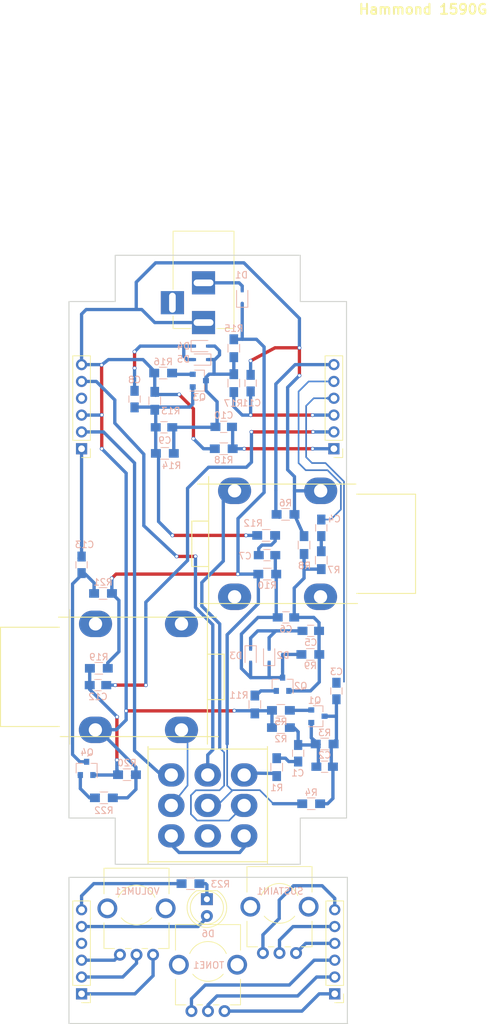
<source format=kicad_pcb>
(kicad_pcb (version 4) (host pcbnew 4.0.7)

  (general
    (links 96)
    (no_connects 1)
    (area 44.936999 65.5512 117.247571 219.975501)
    (thickness 1.6)
    (drawings 19)
    (tracks 496)
    (zones 0)
    (modules 57)
    (nets 54)
  )

  (page A4 portrait)
  (layers
    (0 F.Cu signal)
    (31 B.Cu signal)
    (32 B.Adhes user)
    (33 F.Adhes user)
    (34 B.Paste user)
    (35 F.Paste user)
    (36 B.SilkS user)
    (37 F.SilkS user)
    (38 B.Mask user hide)
    (39 F.Mask user hide)
    (40 Dwgs.User user hide)
    (41 Cmts.User user hide)
    (42 Eco1.User user hide)
    (43 Eco2.User user hide)
    (44 Edge.Cuts user)
    (45 Margin user hide)
    (46 B.CrtYd user hide)
    (47 F.CrtYd user hide)
    (48 B.Fab user hide)
    (49 F.Fab user hide)
  )

  (setup
    (last_trace_width 0.5)
    (user_trace_width 0.5)
    (user_trace_width 0.75)
    (user_trace_width 1)
    (trace_clearance 0.2)
    (zone_clearance 0.508)
    (zone_45_only no)
    (trace_min 0.0254)
    (segment_width 0.2)
    (edge_width 0.15)
    (via_size 0.6)
    (via_drill 0.4)
    (via_min_size 0.4)
    (via_min_drill 0.3)
    (user_via 2 1)
    (uvia_size 0.3)
    (uvia_drill 0.1)
    (uvias_allowed no)
    (uvia_min_size 0.2)
    (uvia_min_drill 0.1)
    (pcb_text_width 0.3)
    (pcb_text_size 1.5 1.5)
    (mod_edge_width 0.15)
    (mod_text_size 1 1)
    (mod_text_width 0.15)
    (pad_size 1.8 1.8)
    (pad_drill 1)
    (pad_to_mask_clearance 0.2)
    (aux_axis_origin 0 0)
    (visible_elements 7FFEFFFF)
    (pcbplotparams
      (layerselection 0x000d0_80000001)
      (usegerberextensions false)
      (excludeedgelayer false)
      (linewidth 0.100000)
      (plotframeref false)
      (viasonmask false)
      (mode 1)
      (useauxorigin false)
      (hpglpennumber 1)
      (hpglpenspeed 20)
      (hpglpendiameter 15)
      (hpglpenoverlay 2)
      (psnegative false)
      (psa4output false)
      (plotreference true)
      (plotvalue true)
      (plotinvisibletext false)
      (padsonsilk false)
      (subtractmaskfromsilk true)
      (outputformat 1)
      (mirror false)
      (drillshape 0)
      (scaleselection 1)
      (outputdirectory GERBERS/))
  )

  (net 0 "")
  (net 1 "Net-(C1-Pad1)")
  (net 2 "Net-(C1-Pad2)")
  (net 3 "Net-(C2-Pad1)")
  (net 4 "Net-(C5-Pad2)")
  (net 5 "Net-(C6-Pad1)")
  (net 6 /GND)
  (net 7 "Net-(C12-Pad1)")
  (net 8 "Net-(D6-Pad2)")
  (net 9 /+9V)
  (net 10 "Net-(J1-Pad3)")
  (net 11 "Net-(J_IN1-Pad2)")
  (net 12 "Net-(J_IN1-Pad1)")
  (net 13 "Net-(J_IN1-Pad3)")
  (net 14 "Net-(J_OUT1-Pad2)")
  (net 15 "Net-(J_OUT1-Pad1)")
  (net 16 "Net-(J_OUT1-Pad3)")
  (net 17 "Net-(Q1-Pad2)")
  (net 18 "Net-(Q2-Pad2)")
  (net 19 "Net-(Q3-Pad2)")
  (net 20 "Net-(Q4-Pad2)")
  (net 21 /VOL_P1)
  (net 22 /TONE_P2)
  (net 23 /SUS_P3)
  (net 24 /SUS_P2)
  (net 25 /TONE_P1)
  (net 26 /TONE_P3)
  (net 27 /LED_AN)
  (net 28 /VOL_P2)
  (net 29 /SUS_P1)
  (net 30 "Net-(C4-Pad2)")
  (net 31 "Net-(C5-Pad1)")
  (net 32 "Net-(C7-Pad2)")
  (net 33 "Net-(C8-Pad1)")
  (net 34 "Net-(C8-Pad2)")
  (net 35 "Net-(C10-Pad2)")
  (net 36 "Net-(C13-Pad1)")
  (net 37 "Net-(D1-Pad2)")
  (net 38 "Net-(D6-Pad1)")
  (net 39 "Net-(R1-Pad2)")
  (net 40 "Net-(SW_EN1-Pad3)")
  (net 41 "Net-(J_AUX2MAIN_1-Pad1)")
  (net 42 "Net-(J_AUX2MAIN_1-Pad2)")
  (net 43 "Net-(J_AUX2MAIN_1-Pad3)")
  (net 44 "Net-(J_AUX2MAIN_1-Pad4)")
  (net 45 "Net-(J_AUX2MAIN_1-Pad5)")
  (net 46 "Net-(J_AUX2MAIN_1-Pad6)")
  (net 47 "Net-(J_AUX2MAIN_2-Pad1)")
  (net 48 "Net-(J_AUX2MAIN_2-Pad2)")
  (net 49 "Net-(J_AUX2MAIN_2-Pad3)")
  (net 50 "Net-(J_AUX2MAIN_2-Pad4)")
  (net 51 "Net-(J_AUX2MAIN_2-Pad6)")
  (net 52 "Net-(J_MAIN2AUX_2-Pad4)")
  (net 53 "Net-(SW_EN1-Pad6)")

  (net_class Default "This is the default net class."
    (clearance 0.2)
    (trace_width 0.25)
    (via_dia 0.6)
    (via_drill 0.4)
    (uvia_dia 0.3)
    (uvia_drill 0.1)
    (add_net /+9V)
    (add_net /GND)
    (add_net /LED_AN)
    (add_net /SUS_P1)
    (add_net /SUS_P2)
    (add_net /SUS_P3)
    (add_net /TONE_P1)
    (add_net /TONE_P2)
    (add_net /TONE_P3)
    (add_net /VOL_P1)
    (add_net /VOL_P2)
    (add_net "Net-(C1-Pad1)")
    (add_net "Net-(C1-Pad2)")
    (add_net "Net-(C10-Pad2)")
    (add_net "Net-(C12-Pad1)")
    (add_net "Net-(C13-Pad1)")
    (add_net "Net-(C2-Pad1)")
    (add_net "Net-(C4-Pad2)")
    (add_net "Net-(C5-Pad1)")
    (add_net "Net-(C5-Pad2)")
    (add_net "Net-(C6-Pad1)")
    (add_net "Net-(C7-Pad2)")
    (add_net "Net-(C8-Pad1)")
    (add_net "Net-(C8-Pad2)")
    (add_net "Net-(D1-Pad2)")
    (add_net "Net-(D6-Pad1)")
    (add_net "Net-(D6-Pad2)")
    (add_net "Net-(J1-Pad3)")
    (add_net "Net-(J_AUX2MAIN_1-Pad1)")
    (add_net "Net-(J_AUX2MAIN_1-Pad2)")
    (add_net "Net-(J_AUX2MAIN_1-Pad3)")
    (add_net "Net-(J_AUX2MAIN_1-Pad4)")
    (add_net "Net-(J_AUX2MAIN_1-Pad5)")
    (add_net "Net-(J_AUX2MAIN_1-Pad6)")
    (add_net "Net-(J_AUX2MAIN_2-Pad1)")
    (add_net "Net-(J_AUX2MAIN_2-Pad2)")
    (add_net "Net-(J_AUX2MAIN_2-Pad3)")
    (add_net "Net-(J_AUX2MAIN_2-Pad4)")
    (add_net "Net-(J_AUX2MAIN_2-Pad6)")
    (add_net "Net-(J_IN1-Pad1)")
    (add_net "Net-(J_IN1-Pad2)")
    (add_net "Net-(J_IN1-Pad3)")
    (add_net "Net-(J_MAIN2AUX_2-Pad4)")
    (add_net "Net-(J_OUT1-Pad1)")
    (add_net "Net-(J_OUT1-Pad2)")
    (add_net "Net-(J_OUT1-Pad3)")
    (add_net "Net-(Q1-Pad2)")
    (add_net "Net-(Q2-Pad2)")
    (add_net "Net-(Q3-Pad2)")
    (add_net "Net-(Q4-Pad2)")
    (add_net "Net-(R1-Pad2)")
    (add_net "Net-(SW_EN1-Pad3)")
    (add_net "Net-(SW_EN1-Pad6)")
  )

  (module TO_SOT_Packages_SMD:SOT-23 (layer B.Cu) (tedit 5A52AD82) (tstamp 5A2D53FF)
    (at 56.769 181.356 90)
    (descr "SOT-23, Standard")
    (tags SOT-23)
    (path /5A2E814E)
    (attr smd)
    (fp_text reference Q4 (at 2.413 0.0635 180) (layer B.SilkS)
      (effects (font (size 1 1) (thickness 0.15)) (justify mirror))
    )
    (fp_text value MMBT3904 (at 0 -2.5 90) (layer B.Fab)
      (effects (font (size 1 1) (thickness 0.15)) (justify mirror))
    )
    (fp_text user %R (at 0 0 360) (layer B.Fab)
      (effects (font (size 0.5 0.5) (thickness 0.075)) (justify mirror))
    )
    (fp_line (start -0.7 0.95) (end -0.7 -1.5) (layer B.Fab) (width 0.1))
    (fp_line (start -0.15 1.52) (end 0.7 1.52) (layer B.Fab) (width 0.1))
    (fp_line (start -0.7 0.95) (end -0.15 1.52) (layer B.Fab) (width 0.1))
    (fp_line (start 0.7 1.52) (end 0.7 -1.52) (layer B.Fab) (width 0.1))
    (fp_line (start -0.7 -1.52) (end 0.7 -1.52) (layer B.Fab) (width 0.1))
    (fp_line (start 0.76 -1.58) (end 0.76 -0.65) (layer B.SilkS) (width 0.12))
    (fp_line (start 0.76 1.58) (end 0.76 0.65) (layer B.SilkS) (width 0.12))
    (fp_line (start -1.7 1.75) (end 1.7 1.75) (layer B.CrtYd) (width 0.05))
    (fp_line (start 1.7 1.75) (end 1.7 -1.75) (layer B.CrtYd) (width 0.05))
    (fp_line (start 1.7 -1.75) (end -1.7 -1.75) (layer B.CrtYd) (width 0.05))
    (fp_line (start -1.7 -1.75) (end -1.7 1.75) (layer B.CrtYd) (width 0.05))
    (fp_line (start 0.76 1.58) (end -1.4 1.58) (layer B.SilkS) (width 0.12))
    (fp_line (start 0.76 -1.58) (end -0.7 -1.58) (layer B.SilkS) (width 0.12))
    (pad 1 smd rect (at -1 0.95 90) (size 0.9 0.8) (layers B.Cu B.Paste B.Mask)
      (net 7 "Net-(C12-Pad1)"))
    (pad 2 smd rect (at -1 -0.95 90) (size 0.9 0.8) (layers B.Cu B.Paste B.Mask)
      (net 20 "Net-(Q4-Pad2)"))
    (pad 3 smd rect (at 1 0 90) (size 0.9 0.8) (layers B.Cu B.Paste B.Mask)
      (net 36 "Net-(C13-Pad1)"))
    (model ${KISYS3DMOD}/TO_SOT_Packages_SMD.3dshapes/SOT-23.wrl
      (at (xyz 0 0 0))
      (scale (xyz 1 1 1))
      (rotate (xyz 0 0 0))
    )
  )

  (module Connectors:BARREL_JACK (layer F.Cu) (tedit 5A52B705) (tstamp 5A2D2665)
    (at 74.422 114.046 270)
    (descr "DC Barrel Jack")
    (tags "Power Jack")
    (path /5A2DF800)
    (fp_text reference J1 (at -8.45 5.75 270) (layer F.SilkS) hide
      (effects (font (size 1 1) (thickness 0.15)))
    )
    (fp_text value BARREL_JACK (at -6.2 -5.5 270) (layer F.Fab)
      (effects (font (size 1 1) (thickness 0.15)))
    )
    (fp_line (start 1 -4.5) (end 1 -4.75) (layer F.CrtYd) (width 0.05))
    (fp_line (start 1 -4.75) (end -14 -4.75) (layer F.CrtYd) (width 0.05))
    (fp_line (start 1 -4.5) (end 1 -2) (layer F.CrtYd) (width 0.05))
    (fp_line (start 1 -2) (end 2 -2) (layer F.CrtYd) (width 0.05))
    (fp_line (start 2 -2) (end 2 2) (layer F.CrtYd) (width 0.05))
    (fp_line (start 2 2) (end 1 2) (layer F.CrtYd) (width 0.05))
    (fp_line (start 1 2) (end 1 4.75) (layer F.CrtYd) (width 0.05))
    (fp_line (start 1 4.75) (end -1 4.75) (layer F.CrtYd) (width 0.05))
    (fp_line (start -1 4.75) (end -1 6.75) (layer F.CrtYd) (width 0.05))
    (fp_line (start -1 6.75) (end -5 6.75) (layer F.CrtYd) (width 0.05))
    (fp_line (start -5 6.75) (end -5 4.75) (layer F.CrtYd) (width 0.05))
    (fp_line (start -5 4.75) (end -14 4.75) (layer F.CrtYd) (width 0.05))
    (fp_line (start -14 4.75) (end -14 -4.75) (layer F.CrtYd) (width 0.05))
    (fp_line (start -5 4.6) (end -13.8 4.6) (layer F.SilkS) (width 0.12))
    (fp_line (start -13.8 4.6) (end -13.8 -4.6) (layer F.SilkS) (width 0.12))
    (fp_line (start 0.9 1.9) (end 0.9 4.6) (layer F.SilkS) (width 0.12))
    (fp_line (start 0.9 4.6) (end -1 4.6) (layer F.SilkS) (width 0.12))
    (fp_line (start -13.8 -4.6) (end 0.9 -4.6) (layer F.SilkS) (width 0.12))
    (fp_line (start 0.9 -4.6) (end 0.9 -2) (layer F.SilkS) (width 0.12))
    (fp_line (start -10.2 -4.5) (end -10.2 4.5) (layer F.Fab) (width 0.1))
    (fp_line (start -13.7 -4.5) (end -13.7 4.5) (layer F.Fab) (width 0.1))
    (fp_line (start -13.7 4.5) (end 0.8 4.5) (layer F.Fab) (width 0.1))
    (fp_line (start 0.8 4.5) (end 0.8 -4.5) (layer F.Fab) (width 0.1))
    (fp_line (start 0.8 -4.5) (end -13.7 -4.5) (layer F.Fab) (width 0.1))
    (pad 1 thru_hole rect (at 0 0 270) (size 3.5 3.5) (drill oval 1 3) (layers *.Cu *.Mask)
      (net 6 /GND))
    (pad 2 thru_hole rect (at -6 0 270) (size 3.5 3.5) (drill oval 1 3) (layers *.Cu *.Mask)
      (net 37 "Net-(D1-Pad2)"))
    (pad 3 thru_hole rect (at -3 4.7 270) (size 3.5 3.5) (drill oval 3 1) (layers *.Cu *.Mask)
      (net 10 "Net-(J1-Pad3)"))
  )

  (module custom_sockets:JackSocket_Mono_PCB (layer F.Cu) (tedit 5A52B716) (tstamp 5A2D266D)
    (at 85.6107 147.447 90)
    (path /5A2E0A2D)
    (fp_text reference J_IN1 (at 0.0635 16.9545 180) (layer F.SilkS) hide
      (effects (font (size 1 1) (thickness 0.15)))
    )
    (fp_text value JACK__MONO_2P_NC (at 0.0635 13.2715 90) (layer F.Fab) hide
      (effects (font (size 1 1) (thickness 0.15)))
    )
    (fp_line (start 0 -12.954) (end -3.429 -12.954) (layer F.SilkS) (width 0.15))
    (fp_line (start -3.429 -12.954) (end -3.429 -10.414) (layer F.SilkS) (width 0.15))
    (fp_line (start 0 -12.954) (end 3.429 -12.954) (layer F.SilkS) (width 0.15))
    (fp_line (start 3.429 -12.954) (end 3.429 -10.414) (layer F.SilkS) (width 0.15))
    (fp_line (start -10.16 10.414) (end 10.16 10.414) (layer F.SilkS) (width 0.15))
    (fp_line (start -10.16 -10.414) (end 10.16 -10.414) (layer F.SilkS) (width 0.15))
    (fp_line (start -7.493 11.938) (end -7.493 20.828) (layer F.SilkS) (width 0.15))
    (fp_line (start -7.493 20.828) (end 7.493 20.828) (layer F.SilkS) (width 0.15))
    (fp_line (start 7.493 20.828) (end 7.493 11.938) (layer F.SilkS) (width 0.15))
    (fp_line (start 9.017 -12.065) (end 9.017 11.811) (layer F.SilkS) (width 0.15))
    (fp_line (start -9.017 -11.811) (end -9.017 12.065) (layer F.SilkS) (width 0.15))
    (pad 2 thru_hole oval (at -8 -6.5 90) (size 4 5) (drill 2) (layers *.Cu *.Mask)
      (net 11 "Net-(J_IN1-Pad2)"))
    (pad 1 thru_hole oval (at 8 -6.5 90) (size 4 5) (drill 2) (layers *.Cu *.Mask)
      (net 12 "Net-(J_IN1-Pad1)"))
    (pad 4 thru_hole oval (at 8 6.5 90) (size 4 5) (drill 2) (layers *.Cu *.Mask)
      (net 6 /GND))
    (pad 3 thru_hole oval (at -8 6.477 90) (size 4 5) (drill 2) (layers *.Cu *.Mask)
      (net 13 "Net-(J_IN1-Pad3)"))
  )

  (module custom_sockets:JackSocket_Mono_PCB locked (layer F.Cu) (tedit 5A52B728) (tstamp 5A2D2675)
    (at 64.5922 167.5384 270)
    (path /5A2E0B11)
    (fp_text reference J_OUT1 (at 0.0635 16.9545 360) (layer F.SilkS) hide
      (effects (font (size 1 1) (thickness 0.15)))
    )
    (fp_text value JACK__MONO_2P_NC (at 0.0635 13.2715 270) (layer F.Fab) hide
      (effects (font (size 1 1) (thickness 0.15)))
    )
    (fp_line (start 0 -12.954) (end -3.429 -12.954) (layer F.SilkS) (width 0.15))
    (fp_line (start -3.429 -12.954) (end -3.429 -10.414) (layer F.SilkS) (width 0.15))
    (fp_line (start 0 -12.954) (end 3.429 -12.954) (layer F.SilkS) (width 0.15))
    (fp_line (start 3.429 -12.954) (end 3.429 -10.414) (layer F.SilkS) (width 0.15))
    (fp_line (start -10.16 10.414) (end 10.16 10.414) (layer F.SilkS) (width 0.15))
    (fp_line (start -10.16 -10.414) (end 10.16 -10.414) (layer F.SilkS) (width 0.15))
    (fp_line (start -7.493 11.938) (end -7.493 20.828) (layer F.SilkS) (width 0.15))
    (fp_line (start -7.493 20.828) (end 7.493 20.828) (layer F.SilkS) (width 0.15))
    (fp_line (start 7.493 20.828) (end 7.493 11.938) (layer F.SilkS) (width 0.15))
    (fp_line (start 9.017 -12.065) (end 9.017 11.811) (layer F.SilkS) (width 0.15))
    (fp_line (start -9.017 -11.811) (end -9.017 12.065) (layer F.SilkS) (width 0.15))
    (pad 2 thru_hole oval (at -8 -6.5 270) (size 4 5) (drill 2) (layers *.Cu *.Mask)
      (net 14 "Net-(J_OUT1-Pad2)"))
    (pad 1 thru_hole oval (at 8 -6.5 270) (size 4 5) (drill 2) (layers *.Cu *.Mask)
      (net 15 "Net-(J_OUT1-Pad1)"))
    (pad 4 thru_hole oval (at 8 6.5 270) (size 4 5) (drill 2) (layers *.Cu *.Mask)
      (net 6 /GND))
    (pad 3 thru_hole oval (at -8 6.477 270) (size 4 5) (drill 2) (layers *.Cu *.Mask)
      (net 16 "Net-(J_OUT1-Pad3)"))
  )

  (module TO_SOT_Packages_SMD:SOT-23 (layer B.Cu) (tedit 5A450DF8) (tstamp 5A2D53ED)
    (at 91.694 173.482)
    (descr "SOT-23, Standard")
    (tags SOT-23)
    (path /5A2E86AF)
    (attr smd)
    (fp_text reference Q1 (at -0.508 -2.3876) (layer B.SilkS)
      (effects (font (size 1 1) (thickness 0.15)) (justify mirror))
    )
    (fp_text value MMBT3904 (at 0 -2.5) (layer B.Fab)
      (effects (font (size 1 1) (thickness 0.15)) (justify mirror))
    )
    (fp_text user %R (at 0 0) (layer B.Fab)
      (effects (font (size 0.5 0.5) (thickness 0.075)) (justify mirror))
    )
    (fp_line (start -0.7 0.95) (end -0.7 -1.5) (layer B.Fab) (width 0.1))
    (fp_line (start -0.15 1.52) (end 0.7 1.52) (layer B.Fab) (width 0.1))
    (fp_line (start -0.7 0.95) (end -0.15 1.52) (layer B.Fab) (width 0.1))
    (fp_line (start 0.7 1.52) (end 0.7 -1.52) (layer B.Fab) (width 0.1))
    (fp_line (start -0.7 -1.52) (end 0.7 -1.52) (layer B.Fab) (width 0.1))
    (fp_line (start 0.76 -1.58) (end 0.76 -0.65) (layer B.SilkS) (width 0.12))
    (fp_line (start 0.76 1.58) (end 0.76 0.65) (layer B.SilkS) (width 0.12))
    (fp_line (start -1.7 1.75) (end 1.7 1.75) (layer B.CrtYd) (width 0.05))
    (fp_line (start 1.7 1.75) (end 1.7 -1.75) (layer B.CrtYd) (width 0.05))
    (fp_line (start 1.7 -1.75) (end -1.7 -1.75) (layer B.CrtYd) (width 0.05))
    (fp_line (start -1.7 -1.75) (end -1.7 1.75) (layer B.CrtYd) (width 0.05))
    (fp_line (start 0.76 1.58) (end -1.4 1.58) (layer B.SilkS) (width 0.12))
    (fp_line (start 0.76 -1.58) (end -0.7 -1.58) (layer B.SilkS) (width 0.12))
    (pad 1 smd rect (at -1 0.95) (size 0.9 0.8) (layers B.Cu B.Paste B.Mask)
      (net 1 "Net-(C1-Pad1)"))
    (pad 2 smd rect (at -1 -0.95) (size 0.9 0.8) (layers B.Cu B.Paste B.Mask)
      (net 17 "Net-(Q1-Pad2)"))
    (pad 3 smd rect (at 1 0) (size 0.9 0.8) (layers B.Cu B.Paste B.Mask)
      (net 3 "Net-(C2-Pad1)"))
    (model ${KISYS3DMOD}/TO_SOT_Packages_SMD.3dshapes/SOT-23.wrl
      (at (xyz 0 0 0))
      (scale (xyz 1 1 1))
      (rotate (xyz 0 0 0))
    )
  )

  (module TO_SOT_Packages_SMD:SOT-23 (layer B.Cu) (tedit 5A52AD06) (tstamp 5A2D53F3)
    (at 86.36 168.656 90)
    (descr "SOT-23, Standard")
    (tags SOT-23)
    (path /5A2E7C7F)
    (attr smd)
    (fp_text reference Q2 (at -0.254 2.7305 360) (layer B.SilkS)
      (effects (font (size 1 1) (thickness 0.15)) (justify mirror))
    )
    (fp_text value MMBT3904 (at 0 -2.5 90) (layer B.Fab)
      (effects (font (size 1 1) (thickness 0.15)) (justify mirror))
    )
    (fp_text user %R (at 0 0 180) (layer B.Fab)
      (effects (font (size 0.5 0.5) (thickness 0.075)) (justify mirror))
    )
    (fp_line (start -0.7 0.95) (end -0.7 -1.5) (layer B.Fab) (width 0.1))
    (fp_line (start -0.15 1.52) (end 0.7 1.52) (layer B.Fab) (width 0.1))
    (fp_line (start -0.7 0.95) (end -0.15 1.52) (layer B.Fab) (width 0.1))
    (fp_line (start 0.7 1.52) (end 0.7 -1.52) (layer B.Fab) (width 0.1))
    (fp_line (start -0.7 -1.52) (end 0.7 -1.52) (layer B.Fab) (width 0.1))
    (fp_line (start 0.76 -1.58) (end 0.76 -0.65) (layer B.SilkS) (width 0.12))
    (fp_line (start 0.76 1.58) (end 0.76 0.65) (layer B.SilkS) (width 0.12))
    (fp_line (start -1.7 1.75) (end 1.7 1.75) (layer B.CrtYd) (width 0.05))
    (fp_line (start 1.7 1.75) (end 1.7 -1.75) (layer B.CrtYd) (width 0.05))
    (fp_line (start 1.7 -1.75) (end -1.7 -1.75) (layer B.CrtYd) (width 0.05))
    (fp_line (start -1.7 -1.75) (end -1.7 1.75) (layer B.CrtYd) (width 0.05))
    (fp_line (start 0.76 1.58) (end -1.4 1.58) (layer B.SilkS) (width 0.12))
    (fp_line (start 0.76 -1.58) (end -0.7 -1.58) (layer B.SilkS) (width 0.12))
    (pad 1 smd rect (at -1 0.95 90) (size 0.9 0.8) (layers B.Cu B.Paste B.Mask)
      (net 4 "Net-(C5-Pad2)"))
    (pad 2 smd rect (at -1 -0.95 90) (size 0.9 0.8) (layers B.Cu B.Paste B.Mask)
      (net 18 "Net-(Q2-Pad2)"))
    (pad 3 smd rect (at 1 0 90) (size 0.9 0.8) (layers B.Cu B.Paste B.Mask)
      (net 5 "Net-(C6-Pad1)"))
    (model ${KISYS3DMOD}/TO_SOT_Packages_SMD.3dshapes/SOT-23.wrl
      (at (xyz 0 0 0))
      (scale (xyz 1 1 1))
      (rotate (xyz 0 0 0))
    )
  )

  (module TO_SOT_Packages_SMD:SOT-23 (layer B.Cu) (tedit 58CE4E7E) (tstamp 5A2D53F9)
    (at 73.787 122.809)
    (descr "SOT-23, Standard")
    (tags SOT-23)
    (path /5A2E8074)
    (attr smd)
    (fp_text reference Q3 (at 0 2.5) (layer B.SilkS)
      (effects (font (size 1 1) (thickness 0.15)) (justify mirror))
    )
    (fp_text value MMBT3904 (at 0 -2.5) (layer B.Fab)
      (effects (font (size 1 1) (thickness 0.15)) (justify mirror))
    )
    (fp_text user %R (at 0 0 270) (layer B.Fab)
      (effects (font (size 0.5 0.5) (thickness 0.075)) (justify mirror))
    )
    (fp_line (start -0.7 0.95) (end -0.7 -1.5) (layer B.Fab) (width 0.1))
    (fp_line (start -0.15 1.52) (end 0.7 1.52) (layer B.Fab) (width 0.1))
    (fp_line (start -0.7 0.95) (end -0.15 1.52) (layer B.Fab) (width 0.1))
    (fp_line (start 0.7 1.52) (end 0.7 -1.52) (layer B.Fab) (width 0.1))
    (fp_line (start -0.7 -1.52) (end 0.7 -1.52) (layer B.Fab) (width 0.1))
    (fp_line (start 0.76 -1.58) (end 0.76 -0.65) (layer B.SilkS) (width 0.12))
    (fp_line (start 0.76 1.58) (end 0.76 0.65) (layer B.SilkS) (width 0.12))
    (fp_line (start -1.7 1.75) (end 1.7 1.75) (layer B.CrtYd) (width 0.05))
    (fp_line (start 1.7 1.75) (end 1.7 -1.75) (layer B.CrtYd) (width 0.05))
    (fp_line (start 1.7 -1.75) (end -1.7 -1.75) (layer B.CrtYd) (width 0.05))
    (fp_line (start -1.7 -1.75) (end -1.7 1.75) (layer B.CrtYd) (width 0.05))
    (fp_line (start 0.76 1.58) (end -1.4 1.58) (layer B.SilkS) (width 0.12))
    (fp_line (start 0.76 -1.58) (end -0.7 -1.58) (layer B.SilkS) (width 0.12))
    (pad 1 smd rect (at -1 0.95) (size 0.9 0.8) (layers B.Cu B.Paste B.Mask)
      (net 34 "Net-(C8-Pad2)"))
    (pad 2 smd rect (at -1 -0.95) (size 0.9 0.8) (layers B.Cu B.Paste B.Mask)
      (net 19 "Net-(Q3-Pad2)"))
    (pad 3 smd rect (at 1 0) (size 0.9 0.8) (layers B.Cu B.Paste B.Mask)
      (net 35 "Net-(C10-Pad2)"))
    (model ${KISYS3DMOD}/TO_SOT_Packages_SMD.3dshapes/SOT-23.wrl
      (at (xyz 0 0 0))
      (scale (xyz 1 1 1))
      (rotate (xyz 0 0 0))
    )
  )

  (module custom_sw:SW_3PDT_W18MM_L17.3MM_P5.3MM_D2MM_SolderLugs (layer F.Cu) (tedit 5A52B752) (tstamp 5A321BDF)
    (at 75.057 186.944)
    (path /5A2E01EA)
    (fp_text reference SW_EN1 (at 31.115 9.652) (layer F.SilkS) hide
      (effects (font (size 1 1) (thickness 0.15)))
    )
    (fp_text value SW_3PDT_on_on (at 0.254 14.478) (layer F.Fab)
      (effects (font (size 1 1) (thickness 0.15)))
    )
    (fp_line (start -8.89 -8.509) (end 7.62 -8.509) (layer F.SilkS) (width 0.15))
    (fp_line (start 7.62 -8.509) (end 8.89 -8.509) (layer F.SilkS) (width 0.15))
    (fp_line (start 9.017 -8.89) (end 9.017 8.89) (layer F.SilkS) (width 0.15))
    (fp_line (start 8.89 8.509) (end -8.89 8.509) (layer F.SilkS) (width 0.15))
    (fp_line (start -9.017 8.89) (end -9.017 -8.89) (layer F.SilkS) (width 0.15))
    (pad 1 thru_hole oval (at -5.5 -4.6) (size 4 3.5) (drill 2) (layers *.Cu *.Mask)
      (net 28 /VOL_P2))
    (pad 4 thru_hole oval (at 0 -4.6) (size 4 3.5) (drill 2) (layers *.Cu *.Mask)
      (net 27 /LED_AN))
    (pad 7 thru_hole oval (at 5.5 -4.6) (size 4 3.5) (drill 2) (layers *.Cu *.Mask)
      (net 39 "Net-(R1-Pad2)"))
    (pad 2 thru_hole oval (at -5.5 0) (size 4 3.5) (drill 2) (layers *.Cu *.Mask)
      (net 15 "Net-(J_OUT1-Pad1)"))
    (pad 5 thru_hole oval (at 0 0) (size 4 3.5) (drill 2) (layers *.Cu *.Mask)
      (net 9 /+9V))
    (pad 8 thru_hole oval (at 5.5 0) (size 4 3.5) (drill 2) (layers *.Cu *.Mask)
      (net 12 "Net-(J_IN1-Pad1)"))
    (pad 3 thru_hole oval (at -5.5 4.6) (size 4 3.5) (drill 2) (layers *.Cu *.Mask)
      (net 40 "Net-(SW_EN1-Pad3)"))
    (pad 6 thru_hole oval (at 0 4.6) (size 4 3.5) (drill 2) (layers *.Cu *.Mask)
      (net 53 "Net-(SW_EN1-Pad6)"))
    (pad 9 thru_hole oval (at 5.5 4.6) (size 4 3.5) (drill 2) (layers *.Cu *.Mask)
      (net 40 "Net-(SW_EN1-Pad3)"))
  )

  (module Potentiometers:Potentiometer_Bourns_PTV09A-1_Horizontal (layer F.Cu) (tedit 5A52B76B) (tstamp 5A340A91)
    (at 88.392 209.2325 90)
    (descr "Potentiometer, horizontally mounted, Omeg PC16PU, Omeg PC16PU, Omeg PC16PU, Vishay/Spectrol 248GJ/249GJ Single, Vishay/Spectrol 248GJ/249GJ Single, Vishay/Spectrol 248GJ/249GJ Single, Vishay/Spectrol 248GH/249GH Single, Vishay/Spectrol 148/149 Single, Vishay/Spectrol 148/149 Single, Vishay/Spectrol 148/149 Single, Vishay/Spectrol 148A/149A Single with mounting plates, Vishay/Spectrol 148/149 Double, Vishay/Spectrol 148A/149A Double with mounting plates, Piher PC-16 Single, Piher PC-16 Single, Piher PC-16 Single, Piher PC-16SV Single, Piher PC-16 Double, Piher PC-16 Triple, Piher T16H Single, Piher T16L Single, Piher T16H Double, Alps RK163 Single, Alps RK163 Double, Alps RK097 Single, Alps RK097 Double, Bourns PTV09A-2 Single with mounting sleve Single, Bourns PTV09A-1 with mounting sleve Single, http://www.bourns.com/docs/Product-Datasheets/ptv09.pdf")
    (tags "Potentiometer horizontal  Omeg PC16PU  Omeg PC16PU  Omeg PC16PU  Vishay/Spectrol 248GJ/249GJ Single  Vishay/Spectrol 248GJ/249GJ Single  Vishay/Spectrol 248GJ/249GJ Single  Vishay/Spectrol 248GH/249GH Single  Vishay/Spectrol 148/149 Single  Vishay/Spectrol 148/149 Single  Vishay/Spectrol 148/149 Single  Vishay/Spectrol 148A/149A Single with mounting plates  Vishay/Spectrol 148/149 Double  Vishay/Spectrol 148A/149A Double with mounting plates  Piher PC-16 Single  Piher PC-16 Single  Piher PC-16 Single  Piher PC-16SV Single  Piher PC-16 Double  Piher PC-16 Triple  Piher T16H Single  Piher T16L Single  Piher T16H Double  Alps RK163 Single  Alps RK163 Double  Alps RK097 Single  Alps RK097 Double  Bourns PTV09A-2 Single with mounting sleve Single  Bourns PTV09A-1 with mounting sleve Single")
    (path /5A34007A)
    (fp_text reference SUSTAIN1 (at 9.3345 -2.413 180) (layer B.SilkS)
      (effects (font (size 1 1) (thickness 0.15)) (justify mirror))
    )
    (fp_text value 100K (at 6.05 5.15 90) (layer F.Fab)
      (effects (font (size 1 1) (thickness 0.15)))
    )
    (fp_arc (start 7.5 -2.5) (end 8.673 0.262) (angle -134) (layer F.SilkS) (width 0.12))
    (fp_arc (start 7.5 -2.5) (end 5.572 -4.798) (angle -100) (layer F.SilkS) (width 0.12))
    (fp_circle (center 7.5 -2.5) (end 10.9 -2.5) (layer F.Fab) (width 0.1))
    (fp_circle (center 7.5 -2.5) (end 10.5 -2.5) (layer F.Fab) (width 0.1))
    (fp_line (start 1 -7.35) (end 1 2.35) (layer F.Fab) (width 0.1))
    (fp_line (start 1 2.35) (end 13 2.35) (layer F.Fab) (width 0.1))
    (fp_line (start 13 2.35) (end 13 -7.35) (layer F.Fab) (width 0.1))
    (fp_line (start 13 -7.35) (end 1 -7.35) (layer F.Fab) (width 0.1))
    (fp_line (start 0.94 -7.41) (end 4.806 -7.41) (layer F.SilkS) (width 0.12))
    (fp_line (start 9.195 -7.41) (end 13.06 -7.41) (layer F.SilkS) (width 0.12))
    (fp_line (start 0.94 2.41) (end 4.806 2.41) (layer F.SilkS) (width 0.12))
    (fp_line (start 9.195 2.41) (end 13.06 2.41) (layer F.SilkS) (width 0.12))
    (fp_line (start 0.94 -7.41) (end 0.94 -5.825) (layer F.SilkS) (width 0.12))
    (fp_line (start 0.94 -4.175) (end 0.94 -3.325) (layer F.SilkS) (width 0.12))
    (fp_line (start 0.94 -1.675) (end 0.94 -0.825) (layer F.SilkS) (width 0.12))
    (fp_line (start 0.94 0.825) (end 0.94 2.41) (layer F.SilkS) (width 0.12))
    (fp_line (start 13.06 -7.41) (end 13.06 2.41) (layer F.SilkS) (width 0.12))
    (fp_line (start -1.15 -9.15) (end -1.15 4.15) (layer F.CrtYd) (width 0.05))
    (fp_line (start -1.15 4.15) (end 13.25 4.15) (layer F.CrtYd) (width 0.05))
    (fp_line (start 13.25 4.15) (end 13.25 -9.15) (layer F.CrtYd) (width 0.05))
    (fp_line (start 13.25 -9.15) (end -1.15 -9.15) (layer F.CrtYd) (width 0.05))
    (pad 3 thru_hole circle (at 0 -5 90) (size 1.8 1.8) (drill 1) (layers *.Cu *.Mask)
      (net 46 "Net-(J_AUX2MAIN_1-Pad6)"))
    (pad 2 thru_hole circle (at 0 -2.5 90) (size 1.8 1.8) (drill 1) (layers *.Cu *.Mask)
      (net 45 "Net-(J_AUX2MAIN_1-Pad5)"))
    (pad 1 thru_hole circle (at 0 0 90) (size 1.8 1.8) (drill 1) (layers *.Cu *.Mask)
      (net 44 "Net-(J_AUX2MAIN_1-Pad4)"))
    (pad "" np_thru_hole circle (at 7 -6.9 90) (size 3 3) (drill 2) (layers *.Cu *.Mask))
    (pad "" np_thru_hole circle (at 7 1.9 90) (size 3 3) (drill 2) (layers *.Cu *.Mask))
    (model Potentiometers.3dshapes/Potentiometer_Bourns_PTV09A-1_Horizontal.wrl
      (at (xyz 0 0 0))
      (scale (xyz 0.393701 0.393701 0.393701))
      (rotate (xyz 0 0 0))
    )
  )

  (module Potentiometers:Potentiometer_Bourns_PTV09A-1_Horizontal (layer F.Cu) (tedit 5A52B785) (tstamp 5A340A9A)
    (at 77.597 217.9955 90)
    (descr "Potentiometer, horizontally mounted, Omeg PC16PU, Omeg PC16PU, Omeg PC16PU, Vishay/Spectrol 248GJ/249GJ Single, Vishay/Spectrol 248GJ/249GJ Single, Vishay/Spectrol 248GJ/249GJ Single, Vishay/Spectrol 248GH/249GH Single, Vishay/Spectrol 148/149 Single, Vishay/Spectrol 148/149 Single, Vishay/Spectrol 148/149 Single, Vishay/Spectrol 148A/149A Single with mounting plates, Vishay/Spectrol 148/149 Double, Vishay/Spectrol 148A/149A Double with mounting plates, Piher PC-16 Single, Piher PC-16 Single, Piher PC-16 Single, Piher PC-16SV Single, Piher PC-16 Double, Piher PC-16 Triple, Piher T16H Single, Piher T16L Single, Piher T16H Double, Alps RK163 Single, Alps RK163 Double, Alps RK097 Single, Alps RK097 Double, Bourns PTV09A-2 Single with mounting sleve Single, Bourns PTV09A-1 with mounting sleve Single, http://www.bourns.com/docs/Product-Datasheets/ptv09.pdf")
    (tags "Potentiometer horizontal  Omeg PC16PU  Omeg PC16PU  Omeg PC16PU  Vishay/Spectrol 248GJ/249GJ Single  Vishay/Spectrol 248GJ/249GJ Single  Vishay/Spectrol 248GJ/249GJ Single  Vishay/Spectrol 248GH/249GH Single  Vishay/Spectrol 148/149 Single  Vishay/Spectrol 148/149 Single  Vishay/Spectrol 148/149 Single  Vishay/Spectrol 148A/149A Single with mounting plates  Vishay/Spectrol 148/149 Double  Vishay/Spectrol 148A/149A Double with mounting plates  Piher PC-16 Single  Piher PC-16 Single  Piher PC-16 Single  Piher PC-16SV Single  Piher PC-16 Double  Piher PC-16 Triple  Piher T16H Single  Piher T16L Single  Piher T16H Double  Alps RK163 Single  Alps RK163 Double  Alps RK097 Single  Alps RK097 Double  Bourns PTV09A-2 Single with mounting sleve Single  Bourns PTV09A-1 with mounting sleve Single")
    (path /5A3434FD)
    (fp_text reference TONE1 (at 6.9215 -2.413 180) (layer B.SilkS)
      (effects (font (size 1 1) (thickness 0.15)) (justify mirror))
    )
    (fp_text value 100K (at 6.05 5.15 90) (layer F.Fab)
      (effects (font (size 1 1) (thickness 0.15)))
    )
    (fp_arc (start 7.5 -2.5) (end 8.673 0.262) (angle -134) (layer F.SilkS) (width 0.12))
    (fp_arc (start 7.5 -2.5) (end 5.572 -4.798) (angle -100) (layer F.SilkS) (width 0.12))
    (fp_circle (center 7.5 -2.5) (end 10.9 -2.5) (layer F.Fab) (width 0.1))
    (fp_circle (center 7.5 -2.5) (end 10.5 -2.5) (layer F.Fab) (width 0.1))
    (fp_line (start 1 -7.35) (end 1 2.35) (layer F.Fab) (width 0.1))
    (fp_line (start 1 2.35) (end 13 2.35) (layer F.Fab) (width 0.1))
    (fp_line (start 13 2.35) (end 13 -7.35) (layer F.Fab) (width 0.1))
    (fp_line (start 13 -7.35) (end 1 -7.35) (layer F.Fab) (width 0.1))
    (fp_line (start 0.94 -7.41) (end 4.806 -7.41) (layer F.SilkS) (width 0.12))
    (fp_line (start 9.195 -7.41) (end 13.06 -7.41) (layer F.SilkS) (width 0.12))
    (fp_line (start 0.94 2.41) (end 4.806 2.41) (layer F.SilkS) (width 0.12))
    (fp_line (start 9.195 2.41) (end 13.06 2.41) (layer F.SilkS) (width 0.12))
    (fp_line (start 0.94 -7.41) (end 0.94 -5.825) (layer F.SilkS) (width 0.12))
    (fp_line (start 0.94 -4.175) (end 0.94 -3.325) (layer F.SilkS) (width 0.12))
    (fp_line (start 0.94 -1.675) (end 0.94 -0.825) (layer F.SilkS) (width 0.12))
    (fp_line (start 0.94 0.825) (end 0.94 2.41) (layer F.SilkS) (width 0.12))
    (fp_line (start 13.06 -7.41) (end 13.06 2.41) (layer F.SilkS) (width 0.12))
    (fp_line (start -1.15 -9.15) (end -1.15 4.15) (layer F.CrtYd) (width 0.05))
    (fp_line (start -1.15 4.15) (end 13.25 4.15) (layer F.CrtYd) (width 0.05))
    (fp_line (start 13.25 4.15) (end 13.25 -9.15) (layer F.CrtYd) (width 0.05))
    (fp_line (start 13.25 -9.15) (end -1.15 -9.15) (layer F.CrtYd) (width 0.05))
    (pad 3 thru_hole circle (at 0 -5 90) (size 1.8 1.8) (drill 1) (layers *.Cu *.Mask)
      (net 43 "Net-(J_AUX2MAIN_1-Pad3)"))
    (pad 2 thru_hole circle (at 0 -2.5 90) (size 1.8 1.8) (drill 1) (layers *.Cu *.Mask)
      (net 42 "Net-(J_AUX2MAIN_1-Pad2)"))
    (pad 1 thru_hole circle (at 0 0 90) (size 1.8 1.8) (drill 1) (layers *.Cu *.Mask)
      (net 41 "Net-(J_AUX2MAIN_1-Pad1)"))
    (pad "" np_thru_hole circle (at 7 -6.9 90) (size 3 3) (drill 2) (layers *.Cu *.Mask))
    (pad "" np_thru_hole circle (at 7 1.9 90) (size 3 3) (drill 2) (layers *.Cu *.Mask))
    (model Potentiometers.3dshapes/Potentiometer_Bourns_PTV09A-1_Horizontal.wrl
      (at (xyz 0 0 0))
      (scale (xyz 0.393701 0.393701 0.393701))
      (rotate (xyz 0 0 0))
    )
  )

  (module Potentiometers:Potentiometer_Bourns_PTV09A-1_Horizontal (layer F.Cu) (tedit 5A52B778) (tstamp 5A340AA3)
    (at 66.802 209.4865 90)
    (descr "Potentiometer, horizontally mounted, Omeg PC16PU, Omeg PC16PU, Omeg PC16PU, Vishay/Spectrol 248GJ/249GJ Single, Vishay/Spectrol 248GJ/249GJ Single, Vishay/Spectrol 248GJ/249GJ Single, Vishay/Spectrol 248GH/249GH Single, Vishay/Spectrol 148/149 Single, Vishay/Spectrol 148/149 Single, Vishay/Spectrol 148/149 Single, Vishay/Spectrol 148A/149A Single with mounting plates, Vishay/Spectrol 148/149 Double, Vishay/Spectrol 148A/149A Double with mounting plates, Piher PC-16 Single, Piher PC-16 Single, Piher PC-16 Single, Piher PC-16SV Single, Piher PC-16 Double, Piher PC-16 Triple, Piher T16H Single, Piher T16L Single, Piher T16H Double, Alps RK163 Single, Alps RK163 Double, Alps RK097 Single, Alps RK097 Double, Bourns PTV09A-2 Single with mounting sleve Single, Bourns PTV09A-1 with mounting sleve Single, http://www.bourns.com/docs/Product-Datasheets/ptv09.pdf")
    (tags "Potentiometer horizontal  Omeg PC16PU  Omeg PC16PU  Omeg PC16PU  Vishay/Spectrol 248GJ/249GJ Single  Vishay/Spectrol 248GJ/249GJ Single  Vishay/Spectrol 248GJ/249GJ Single  Vishay/Spectrol 248GH/249GH Single  Vishay/Spectrol 148/149 Single  Vishay/Spectrol 148/149 Single  Vishay/Spectrol 148/149 Single  Vishay/Spectrol 148A/149A Single with mounting plates  Vishay/Spectrol 148/149 Double  Vishay/Spectrol 148A/149A Double with mounting plates  Piher PC-16 Single  Piher PC-16 Single  Piher PC-16 Single  Piher PC-16SV Single  Piher PC-16 Double  Piher PC-16 Triple  Piher T16H Single  Piher T16L Single  Piher T16H Double  Alps RK163 Single  Alps RK163 Double  Alps RK097 Single  Alps RK097 Double  Bourns PTV09A-2 Single with mounting sleve Single  Bourns PTV09A-1 with mounting sleve Single")
    (path /5A346136)
    (fp_text reference VOLUME1 (at 9.5885 -2.413 180) (layer B.SilkS)
      (effects (font (size 1 1) (thickness 0.15)) (justify mirror))
    )
    (fp_text value 100K (at 6.05 5.15 90) (layer F.Fab)
      (effects (font (size 1 1) (thickness 0.15)))
    )
    (fp_arc (start 7.5 -2.5) (end 8.673 0.262) (angle -134) (layer F.SilkS) (width 0.12))
    (fp_arc (start 7.5 -2.5) (end 5.572 -4.798) (angle -100) (layer F.SilkS) (width 0.12))
    (fp_circle (center 7.5 -2.5) (end 10.9 -2.5) (layer F.Fab) (width 0.1))
    (fp_circle (center 7.5 -2.5) (end 10.5 -2.5) (layer F.Fab) (width 0.1))
    (fp_line (start 1 -7.35) (end 1 2.35) (layer F.Fab) (width 0.1))
    (fp_line (start 1 2.35) (end 13 2.35) (layer F.Fab) (width 0.1))
    (fp_line (start 13 2.35) (end 13 -7.35) (layer F.Fab) (width 0.1))
    (fp_line (start 13 -7.35) (end 1 -7.35) (layer F.Fab) (width 0.1))
    (fp_line (start 0.94 -7.41) (end 4.806 -7.41) (layer F.SilkS) (width 0.12))
    (fp_line (start 9.195 -7.41) (end 13.06 -7.41) (layer F.SilkS) (width 0.12))
    (fp_line (start 0.94 2.41) (end 4.806 2.41) (layer F.SilkS) (width 0.12))
    (fp_line (start 9.195 2.41) (end 13.06 2.41) (layer F.SilkS) (width 0.12))
    (fp_line (start 0.94 -7.41) (end 0.94 -5.825) (layer F.SilkS) (width 0.12))
    (fp_line (start 0.94 -4.175) (end 0.94 -3.325) (layer F.SilkS) (width 0.12))
    (fp_line (start 0.94 -1.675) (end 0.94 -0.825) (layer F.SilkS) (width 0.12))
    (fp_line (start 0.94 0.825) (end 0.94 2.41) (layer F.SilkS) (width 0.12))
    (fp_line (start 13.06 -7.41) (end 13.06 2.41) (layer F.SilkS) (width 0.12))
    (fp_line (start -1.15 -9.15) (end -1.15 4.15) (layer F.CrtYd) (width 0.05))
    (fp_line (start -1.15 4.15) (end 13.25 4.15) (layer F.CrtYd) (width 0.05))
    (fp_line (start 13.25 4.15) (end 13.25 -9.15) (layer F.CrtYd) (width 0.05))
    (fp_line (start 13.25 -9.15) (end -1.15 -9.15) (layer F.CrtYd) (width 0.05))
    (pad 3 thru_hole circle (at 0 -5 90) (size 1.8 1.8) (drill 1) (layers *.Cu *.Mask)
      (net 49 "Net-(J_AUX2MAIN_2-Pad3)"))
    (pad 2 thru_hole circle (at 0 -2.5 90) (size 1.8 1.8) (drill 1) (layers *.Cu *.Mask)
      (net 48 "Net-(J_AUX2MAIN_2-Pad2)"))
    (pad 1 thru_hole circle (at 0 0 90) (size 1.8 1.8) (drill 1) (layers *.Cu *.Mask)
      (net 47 "Net-(J_AUX2MAIN_2-Pad1)"))
    (pad "" np_thru_hole circle (at 7 -6.9 90) (size 3 3) (drill 2) (layers *.Cu *.Mask))
    (pad "" np_thru_hole circle (at 7 1.9 90) (size 3 3) (drill 2) (layers *.Cu *.Mask))
    (model Potentiometers.3dshapes/Potentiometer_Bourns_PTV09A-1_Horizontal.wrl
      (at (xyz 0 0 0))
      (scale (xyz 0.393701 0.393701 0.393701))
      (rotate (xyz 0 0 0))
    )
  )

  (module LEDs:LED_D5.0mm (layer F.Cu) (tedit 5A52B824) (tstamp 5A343047)
    (at 74.93 201.1045 270)
    (descr "LED, diameter 5.0mm, 2 pins, http://cdn-reichelt.de/documents/datenblatt/A500/LL-504BC2E-009.pdf")
    (tags "LED diameter 5.0mm 2 pins")
    (path /5A2E0726)
    (fp_text reference D6 (at 5.207 -0.1905 360) (layer B.SilkS)
      (effects (font (size 1 1) (thickness 0.15)) (justify mirror))
    )
    (fp_text value LED (at 1.27 3.96 270) (layer F.Fab)
      (effects (font (size 1 1) (thickness 0.15)))
    )
    (fp_arc (start 1.27 0) (end -1.23 -1.469694) (angle 299.1) (layer F.Fab) (width 0.1))
    (fp_arc (start 1.27 0) (end -1.29 -1.54483) (angle 148.9) (layer F.SilkS) (width 0.12))
    (fp_arc (start 1.27 0) (end -1.29 1.54483) (angle -148.9) (layer F.SilkS) (width 0.12))
    (fp_circle (center 1.27 0) (end 3.77 0) (layer F.Fab) (width 0.1))
    (fp_circle (center 1.27 0) (end 3.77 0) (layer F.SilkS) (width 0.12))
    (fp_line (start -1.23 -1.469694) (end -1.23 1.469694) (layer F.Fab) (width 0.1))
    (fp_line (start -1.29 -1.545) (end -1.29 1.545) (layer F.SilkS) (width 0.12))
    (fp_line (start -1.95 -3.25) (end -1.95 3.25) (layer F.CrtYd) (width 0.05))
    (fp_line (start -1.95 3.25) (end 4.5 3.25) (layer F.CrtYd) (width 0.05))
    (fp_line (start 4.5 3.25) (end 4.5 -3.25) (layer F.CrtYd) (width 0.05))
    (fp_line (start 4.5 -3.25) (end -1.95 -3.25) (layer F.CrtYd) (width 0.05))
    (fp_text user %R (at 1.25 0 270) (layer F.Fab)
      (effects (font (size 0.8 0.8) (thickness 0.2)))
    )
    (pad 1 thru_hole rect (at 0 0 270) (size 1.8 1.8) (drill 0.9) (layers *.Cu *.Mask)
      (net 38 "Net-(D6-Pad1)"))
    (pad 2 thru_hole circle (at 2.54 0 270) (size 1.8 1.8) (drill 0.9) (layers *.Cu *.Mask)
      (net 8 "Net-(D6-Pad2)"))
    (model ${KISYS3DMOD}/LEDs.3dshapes/LED_D5.0mm.wrl
      (at (xyz 0 0 0))
      (scale (xyz 0.393701 0.393701 0.393701))
      (rotate (xyz 0 0 0))
    )
  )

  (module Pin_Headers:Pin_Header_Straight_1x06_Pitch2.54mm (layer F.Cu) (tedit 5A450B34) (tstamp 5A3EEEFD)
    (at 94.234 215.392 180)
    (descr "Through hole straight pin header, 1x06, 2.54mm pitch, single row")
    (tags "Through hole pin header THT 1x06 2.54mm single row")
    (path /5A3F0090)
    (fp_text reference J_AUX2MAIN_1 (at 0 -2.33 180) (layer F.SilkS) hide
      (effects (font (size 1 1) (thickness 0.15)))
    )
    (fp_text value CONN_01X06 (at 0 15.03 180) (layer F.Fab)
      (effects (font (size 1 1) (thickness 0.15)))
    )
    (fp_line (start -0.635 -1.27) (end 1.27 -1.27) (layer F.Fab) (width 0.1))
    (fp_line (start 1.27 -1.27) (end 1.27 13.97) (layer F.Fab) (width 0.1))
    (fp_line (start 1.27 13.97) (end -1.27 13.97) (layer F.Fab) (width 0.1))
    (fp_line (start -1.27 13.97) (end -1.27 -0.635) (layer F.Fab) (width 0.1))
    (fp_line (start -1.27 -0.635) (end -0.635 -1.27) (layer F.Fab) (width 0.1))
    (fp_line (start -1.33 14.03) (end 1.33 14.03) (layer F.SilkS) (width 0.12))
    (fp_line (start -1.33 1.27) (end -1.33 14.03) (layer F.SilkS) (width 0.12))
    (fp_line (start 1.33 1.27) (end 1.33 14.03) (layer F.SilkS) (width 0.12))
    (fp_line (start -1.33 1.27) (end 1.33 1.27) (layer F.SilkS) (width 0.12))
    (fp_line (start -1.33 0) (end -1.33 -1.33) (layer F.SilkS) (width 0.12))
    (fp_line (start -1.33 -1.33) (end 0 -1.33) (layer F.SilkS) (width 0.12))
    (fp_line (start -1.8 -1.8) (end -1.8 14.5) (layer F.CrtYd) (width 0.05))
    (fp_line (start -1.8 14.5) (end 1.8 14.5) (layer F.CrtYd) (width 0.05))
    (fp_line (start 1.8 14.5) (end 1.8 -1.8) (layer F.CrtYd) (width 0.05))
    (fp_line (start 1.8 -1.8) (end -1.8 -1.8) (layer F.CrtYd) (width 0.05))
    (fp_text user %R (at 0 6.35 270) (layer F.Fab)
      (effects (font (size 1 1) (thickness 0.15)))
    )
    (pad 1 thru_hole rect (at 0 0 180) (size 1.7 1.7) (drill 1) (layers *.Cu *.Mask)
      (net 41 "Net-(J_AUX2MAIN_1-Pad1)"))
    (pad 2 thru_hole oval (at 0 2.54 180) (size 1.7 1.7) (drill 1) (layers *.Cu *.Mask)
      (net 42 "Net-(J_AUX2MAIN_1-Pad2)"))
    (pad 3 thru_hole oval (at 0 5.08 180) (size 1.7 1.7) (drill 1) (layers *.Cu *.Mask)
      (net 43 "Net-(J_AUX2MAIN_1-Pad3)"))
    (pad 4 thru_hole oval (at 0 7.62 180) (size 1.7 1.7) (drill 1) (layers *.Cu *.Mask)
      (net 44 "Net-(J_AUX2MAIN_1-Pad4)"))
    (pad 5 thru_hole oval (at 0 10.16 180) (size 1.7 1.7) (drill 1) (layers *.Cu *.Mask)
      (net 45 "Net-(J_AUX2MAIN_1-Pad5)"))
    (pad 6 thru_hole oval (at 0 12.7 180) (size 1.7 1.7) (drill 1) (layers *.Cu *.Mask)
      (net 46 "Net-(J_AUX2MAIN_1-Pad6)"))
    (model ${KISYS3DMOD}/Pin_Headers.3dshapes/Pin_Header_Straight_1x06_Pitch2.54mm.wrl
      (at (xyz 0 0 0))
      (scale (xyz 1 1 1))
      (rotate (xyz 0 0 0))
    )
  )

  (module Pin_Headers:Pin_Header_Straight_1x06_Pitch2.54mm (layer F.Cu) (tedit 5A450B32) (tstamp 5A3EEF07)
    (at 56.007 215.392 180)
    (descr "Through hole straight pin header, 1x06, 2.54mm pitch, single row")
    (tags "Through hole pin header THT 1x06 2.54mm single row")
    (path /5A3F0164)
    (fp_text reference J_AUX2MAIN_2 (at 0 -2.33 180) (layer F.SilkS) hide
      (effects (font (size 1 1) (thickness 0.15)))
    )
    (fp_text value CONN_01X06 (at 0 15.03 180) (layer F.Fab)
      (effects (font (size 1 1) (thickness 0.15)))
    )
    (fp_line (start -0.635 -1.27) (end 1.27 -1.27) (layer F.Fab) (width 0.1))
    (fp_line (start 1.27 -1.27) (end 1.27 13.97) (layer F.Fab) (width 0.1))
    (fp_line (start 1.27 13.97) (end -1.27 13.97) (layer F.Fab) (width 0.1))
    (fp_line (start -1.27 13.97) (end -1.27 -0.635) (layer F.Fab) (width 0.1))
    (fp_line (start -1.27 -0.635) (end -0.635 -1.27) (layer F.Fab) (width 0.1))
    (fp_line (start -1.33 14.03) (end 1.33 14.03) (layer F.SilkS) (width 0.12))
    (fp_line (start -1.33 1.27) (end -1.33 14.03) (layer F.SilkS) (width 0.12))
    (fp_line (start 1.33 1.27) (end 1.33 14.03) (layer F.SilkS) (width 0.12))
    (fp_line (start -1.33 1.27) (end 1.33 1.27) (layer F.SilkS) (width 0.12))
    (fp_line (start -1.33 0) (end -1.33 -1.33) (layer F.SilkS) (width 0.12))
    (fp_line (start -1.33 -1.33) (end 0 -1.33) (layer F.SilkS) (width 0.12))
    (fp_line (start -1.8 -1.8) (end -1.8 14.5) (layer F.CrtYd) (width 0.05))
    (fp_line (start -1.8 14.5) (end 1.8 14.5) (layer F.CrtYd) (width 0.05))
    (fp_line (start 1.8 14.5) (end 1.8 -1.8) (layer F.CrtYd) (width 0.05))
    (fp_line (start 1.8 -1.8) (end -1.8 -1.8) (layer F.CrtYd) (width 0.05))
    (fp_text user %R (at 0 6.35 270) (layer F.Fab)
      (effects (font (size 1 1) (thickness 0.15)))
    )
    (pad 1 thru_hole rect (at 0 0 180) (size 1.7 1.7) (drill 1) (layers *.Cu *.Mask)
      (net 47 "Net-(J_AUX2MAIN_2-Pad1)"))
    (pad 2 thru_hole oval (at 0 2.54 180) (size 1.7 1.7) (drill 1) (layers *.Cu *.Mask)
      (net 48 "Net-(J_AUX2MAIN_2-Pad2)"))
    (pad 3 thru_hole oval (at 0 5.08 180) (size 1.7 1.7) (drill 1) (layers *.Cu *.Mask)
      (net 49 "Net-(J_AUX2MAIN_2-Pad3)"))
    (pad 4 thru_hole oval (at 0 7.62 180) (size 1.7 1.7) (drill 1) (layers *.Cu *.Mask)
      (net 50 "Net-(J_AUX2MAIN_2-Pad4)"))
    (pad 5 thru_hole oval (at 0 10.16 180) (size 1.7 1.7) (drill 1) (layers *.Cu *.Mask)
      (net 8 "Net-(D6-Pad2)"))
    (pad 6 thru_hole oval (at 0 12.7 180) (size 1.7 1.7) (drill 1) (layers *.Cu *.Mask)
      (net 51 "Net-(J_AUX2MAIN_2-Pad6)"))
    (model ${KISYS3DMOD}/Pin_Headers.3dshapes/Pin_Header_Straight_1x06_Pitch2.54mm.wrl
      (at (xyz 0 0 0))
      (scale (xyz 1 1 1))
      (rotate (xyz 0 0 0))
    )
  )

  (module Pin_Headers:Pin_Header_Straight_1x06_Pitch2.54mm (layer F.Cu) (tedit 5A450D3B) (tstamp 5A3EEF11)
    (at 94.107 133.096 180)
    (descr "Through hole straight pin header, 1x06, 2.54mm pitch, single row")
    (tags "Through hole pin header THT 1x06 2.54mm single row")
    (path /5A3EEED2)
    (fp_text reference J_MAIN2AUX_1 (at 0 -2.33 180) (layer F.SilkS) hide
      (effects (font (size 1 1) (thickness 0.15)))
    )
    (fp_text value CONN_01X06 (at 0 15.03 180) (layer F.Fab)
      (effects (font (size 1 1) (thickness 0.15)))
    )
    (fp_line (start -0.635 -1.27) (end 1.27 -1.27) (layer F.Fab) (width 0.1))
    (fp_line (start 1.27 -1.27) (end 1.27 13.97) (layer F.Fab) (width 0.1))
    (fp_line (start 1.27 13.97) (end -1.27 13.97) (layer F.Fab) (width 0.1))
    (fp_line (start -1.27 13.97) (end -1.27 -0.635) (layer F.Fab) (width 0.1))
    (fp_line (start -1.27 -0.635) (end -0.635 -1.27) (layer F.Fab) (width 0.1))
    (fp_line (start -1.33 14.03) (end 1.33 14.03) (layer F.SilkS) (width 0.12))
    (fp_line (start -1.33 1.27) (end -1.33 14.03) (layer F.SilkS) (width 0.12))
    (fp_line (start 1.33 1.27) (end 1.33 14.03) (layer F.SilkS) (width 0.12))
    (fp_line (start -1.33 1.27) (end 1.33 1.27) (layer F.SilkS) (width 0.12))
    (fp_line (start -1.33 0) (end -1.33 -1.33) (layer F.SilkS) (width 0.12))
    (fp_line (start -1.33 -1.33) (end 0 -1.33) (layer F.SilkS) (width 0.12))
    (fp_line (start -1.8 -1.8) (end -1.8 14.5) (layer F.CrtYd) (width 0.05))
    (fp_line (start -1.8 14.5) (end 1.8 14.5) (layer F.CrtYd) (width 0.05))
    (fp_line (start 1.8 14.5) (end 1.8 -1.8) (layer F.CrtYd) (width 0.05))
    (fp_line (start 1.8 -1.8) (end -1.8 -1.8) (layer F.CrtYd) (width 0.05))
    (fp_text user %R (at 0 6.35 270) (layer F.Fab)
      (effects (font (size 1 1) (thickness 0.15)))
    )
    (pad 1 thru_hole rect (at 0 0 180) (size 1.7 1.7) (drill 1) (layers *.Cu *.Mask)
      (net 26 /TONE_P3))
    (pad 2 thru_hole oval (at 0 2.54 180) (size 1.7 1.7) (drill 1) (layers *.Cu *.Mask)
      (net 22 /TONE_P2))
    (pad 3 thru_hole oval (at 0 5.08 180) (size 1.7 1.7) (drill 1) (layers *.Cu *.Mask)
      (net 25 /TONE_P1))
    (pad 4 thru_hole oval (at 0 7.62 180) (size 1.7 1.7) (drill 1) (layers *.Cu *.Mask)
      (net 23 /SUS_P3))
    (pad 5 thru_hole oval (at 0 10.16 180) (size 1.7 1.7) (drill 1) (layers *.Cu *.Mask)
      (net 24 /SUS_P2))
    (pad 6 thru_hole oval (at 0 12.7 180) (size 1.7 1.7) (drill 1) (layers *.Cu *.Mask)
      (net 29 /SUS_P1))
    (model ${KISYS3DMOD}/Pin_Headers.3dshapes/Pin_Header_Straight_1x06_Pitch2.54mm.wrl
      (at (xyz 0 0 0))
      (scale (xyz 1 1 1))
      (rotate (xyz 0 0 0))
    )
  )

  (module Pin_Headers:Pin_Header_Straight_1x06_Pitch2.54mm (layer F.Cu) (tedit 5A450D37) (tstamp 5A3EEF1B)
    (at 56.007 133.096 180)
    (descr "Through hole straight pin header, 1x06, 2.54mm pitch, single row")
    (tags "Through hole pin header THT 1x06 2.54mm single row")
    (path /5A3EEFA8)
    (fp_text reference J_MAIN2AUX_2 (at 0 -2.33 180) (layer F.SilkS) hide
      (effects (font (size 1 1) (thickness 0.15)))
    )
    (fp_text value CONN_01X06 (at 0 15.03 180) (layer F.Fab)
      (effects (font (size 1 1) (thickness 0.15)))
    )
    (fp_line (start -0.635 -1.27) (end 1.27 -1.27) (layer F.Fab) (width 0.1))
    (fp_line (start 1.27 -1.27) (end 1.27 13.97) (layer F.Fab) (width 0.1))
    (fp_line (start 1.27 13.97) (end -1.27 13.97) (layer F.Fab) (width 0.1))
    (fp_line (start -1.27 13.97) (end -1.27 -0.635) (layer F.Fab) (width 0.1))
    (fp_line (start -1.27 -0.635) (end -0.635 -1.27) (layer F.Fab) (width 0.1))
    (fp_line (start -1.33 14.03) (end 1.33 14.03) (layer F.SilkS) (width 0.12))
    (fp_line (start -1.33 1.27) (end -1.33 14.03) (layer F.SilkS) (width 0.12))
    (fp_line (start 1.33 1.27) (end 1.33 14.03) (layer F.SilkS) (width 0.12))
    (fp_line (start -1.33 1.27) (end 1.33 1.27) (layer F.SilkS) (width 0.12))
    (fp_line (start -1.33 0) (end -1.33 -1.33) (layer F.SilkS) (width 0.12))
    (fp_line (start -1.33 -1.33) (end 0 -1.33) (layer F.SilkS) (width 0.12))
    (fp_line (start -1.8 -1.8) (end -1.8 14.5) (layer F.CrtYd) (width 0.05))
    (fp_line (start -1.8 14.5) (end 1.8 14.5) (layer F.CrtYd) (width 0.05))
    (fp_line (start 1.8 14.5) (end 1.8 -1.8) (layer F.CrtYd) (width 0.05))
    (fp_line (start 1.8 -1.8) (end -1.8 -1.8) (layer F.CrtYd) (width 0.05))
    (fp_text user %R (at 0 6.35 270) (layer F.Fab)
      (effects (font (size 1 1) (thickness 0.15)))
    )
    (pad 1 thru_hole rect (at 0 0 180) (size 1.7 1.7) (drill 1) (layers *.Cu *.Mask)
      (net 21 /VOL_P1))
    (pad 2 thru_hole oval (at 0 2.54 180) (size 1.7 1.7) (drill 1) (layers *.Cu *.Mask)
      (net 28 /VOL_P2))
    (pad 3 thru_hole oval (at 0 5.08 180) (size 1.7 1.7) (drill 1) (layers *.Cu *.Mask)
      (net 6 /GND))
    (pad 4 thru_hole oval (at 0 7.62 180) (size 1.7 1.7) (drill 1) (layers *.Cu *.Mask)
      (net 52 "Net-(J_MAIN2AUX_2-Pad4)"))
    (pad 5 thru_hole oval (at 0 10.16 180) (size 1.7 1.7) (drill 1) (layers *.Cu *.Mask)
      (net 27 /LED_AN))
    (pad 6 thru_hole oval (at 0 12.7 180) (size 1.7 1.7) (drill 1) (layers *.Cu *.Mask)
      (net 6 /GND))
    (model ${KISYS3DMOD}/Pin_Headers.3dshapes/Pin_Header_Straight_1x06_Pitch2.54mm.wrl
      (at (xyz 0 0 0))
      (scale (xyz 1 1 1))
      (rotate (xyz 0 0 0))
    )
  )

  (module Diodes_SMD:D_SOD-323 (layer B.Cu) (tedit 5A52B81B) (tstamp 5A52A3E5)
    (at 80.264 110.236 90)
    (descr SOD-323)
    (tags SOD-323)
    (path /5A2DF8DA)
    (attr smd)
    (fp_text reference D1 (at 3.3655 -0.127 180) (layer B.SilkS)
      (effects (font (size 1 1) (thickness 0.15)) (justify mirror))
    )
    (fp_text value D_Schottky (at 0.1 -1.9 90) (layer B.Fab)
      (effects (font (size 1 1) (thickness 0.15)) (justify mirror))
    )
    (fp_text user %R (at 0 1.85 90) (layer B.Fab)
      (effects (font (size 1 1) (thickness 0.15)) (justify mirror))
    )
    (fp_line (start -1.5 0.85) (end -1.5 -0.85) (layer B.SilkS) (width 0.12))
    (fp_line (start 0.2 0) (end 0.45 0) (layer B.Fab) (width 0.1))
    (fp_line (start 0.2 -0.35) (end -0.3 0) (layer B.Fab) (width 0.1))
    (fp_line (start 0.2 0.35) (end 0.2 -0.35) (layer B.Fab) (width 0.1))
    (fp_line (start -0.3 0) (end 0.2 0.35) (layer B.Fab) (width 0.1))
    (fp_line (start -0.3 0) (end -0.5 0) (layer B.Fab) (width 0.1))
    (fp_line (start -0.3 0.35) (end -0.3 -0.35) (layer B.Fab) (width 0.1))
    (fp_line (start -0.9 -0.7) (end -0.9 0.7) (layer B.Fab) (width 0.1))
    (fp_line (start 0.9 -0.7) (end -0.9 -0.7) (layer B.Fab) (width 0.1))
    (fp_line (start 0.9 0.7) (end 0.9 -0.7) (layer B.Fab) (width 0.1))
    (fp_line (start -0.9 0.7) (end 0.9 0.7) (layer B.Fab) (width 0.1))
    (fp_line (start -1.6 0.95) (end 1.6 0.95) (layer B.CrtYd) (width 0.05))
    (fp_line (start 1.6 0.95) (end 1.6 -0.95) (layer B.CrtYd) (width 0.05))
    (fp_line (start -1.6 -0.95) (end 1.6 -0.95) (layer B.CrtYd) (width 0.05))
    (fp_line (start -1.6 0.95) (end -1.6 -0.95) (layer B.CrtYd) (width 0.05))
    (fp_line (start -1.5 -0.85) (end 1.05 -0.85) (layer B.SilkS) (width 0.12))
    (fp_line (start -1.5 0.85) (end 1.05 0.85) (layer B.SilkS) (width 0.12))
    (pad 1 smd rect (at -1.05 0 90) (size 0.6 0.45) (layers B.Cu B.Paste B.Mask)
      (net 9 /+9V))
    (pad 2 smd rect (at 1.05 0 90) (size 0.6 0.45) (layers B.Cu B.Paste B.Mask)
      (net 37 "Net-(D1-Pad2)"))
    (model ${KISYS3DMOD}/Diodes_SMD.3dshapes/D_SOD-323.wrl
      (at (xyz 0 0 0))
      (scale (xyz 1 1 1))
      (rotate (xyz 0 0 0))
    )
  )

  (module Diodes_SMD:D_SOD-323 (layer B.Cu) (tedit 5A52ACFD) (tstamp 5A52A3EA)
    (at 84.328 164.338 90)
    (descr SOD-323)
    (tags SOD-323)
    (path /5A2D39B5)
    (attr smd)
    (fp_text reference D2 (at 0.0635 2.0955 180) (layer B.SilkS)
      (effects (font (size 1 1) (thickness 0.15)) (justify mirror))
    )
    (fp_text value 1N914 (at 0.1 -1.9 90) (layer B.Fab)
      (effects (font (size 1 1) (thickness 0.15)) (justify mirror))
    )
    (fp_text user %R (at 0 1.85 90) (layer B.Fab)
      (effects (font (size 1 1) (thickness 0.15)) (justify mirror))
    )
    (fp_line (start -1.5 0.85) (end -1.5 -0.85) (layer B.SilkS) (width 0.12))
    (fp_line (start 0.2 0) (end 0.45 0) (layer B.Fab) (width 0.1))
    (fp_line (start 0.2 -0.35) (end -0.3 0) (layer B.Fab) (width 0.1))
    (fp_line (start 0.2 0.35) (end 0.2 -0.35) (layer B.Fab) (width 0.1))
    (fp_line (start -0.3 0) (end 0.2 0.35) (layer B.Fab) (width 0.1))
    (fp_line (start -0.3 0) (end -0.5 0) (layer B.Fab) (width 0.1))
    (fp_line (start -0.3 0.35) (end -0.3 -0.35) (layer B.Fab) (width 0.1))
    (fp_line (start -0.9 -0.7) (end -0.9 0.7) (layer B.Fab) (width 0.1))
    (fp_line (start 0.9 -0.7) (end -0.9 -0.7) (layer B.Fab) (width 0.1))
    (fp_line (start 0.9 0.7) (end 0.9 -0.7) (layer B.Fab) (width 0.1))
    (fp_line (start -0.9 0.7) (end 0.9 0.7) (layer B.Fab) (width 0.1))
    (fp_line (start -1.6 0.95) (end 1.6 0.95) (layer B.CrtYd) (width 0.05))
    (fp_line (start 1.6 0.95) (end 1.6 -0.95) (layer B.CrtYd) (width 0.05))
    (fp_line (start -1.6 -0.95) (end 1.6 -0.95) (layer B.CrtYd) (width 0.05))
    (fp_line (start -1.6 0.95) (end -1.6 -0.95) (layer B.CrtYd) (width 0.05))
    (fp_line (start -1.5 -0.85) (end 1.05 -0.85) (layer B.SilkS) (width 0.12))
    (fp_line (start -1.5 0.85) (end 1.05 0.85) (layer B.SilkS) (width 0.12))
    (pad 1 smd rect (at -1.05 0 90) (size 0.6 0.45) (layers B.Cu B.Paste B.Mask)
      (net 5 "Net-(C6-Pad1)"))
    (pad 2 smd rect (at 1.05 0 90) (size 0.6 0.45) (layers B.Cu B.Paste B.Mask)
      (net 31 "Net-(C5-Pad1)"))
    (model ${KISYS3DMOD}/Diodes_SMD.3dshapes/D_SOD-323.wrl
      (at (xyz 0 0 0))
      (scale (xyz 1 1 1))
      (rotate (xyz 0 0 0))
    )
  )

  (module Diodes_SMD:D_SOD-323 (layer B.Cu) (tedit 5A52AD01) (tstamp 5A52A3EF)
    (at 81.534 164.338 270)
    (descr SOD-323)
    (tags SOD-323)
    (path /5A2D392F)
    (attr smd)
    (fp_text reference D3 (at 0 2.2225 360) (layer B.SilkS)
      (effects (font (size 1 1) (thickness 0.15)) (justify mirror))
    )
    (fp_text value 1N914 (at 0.1 -1.9 270) (layer B.Fab)
      (effects (font (size 1 1) (thickness 0.15)) (justify mirror))
    )
    (fp_text user %R (at 0 1.85 270) (layer B.Fab)
      (effects (font (size 1 1) (thickness 0.15)) (justify mirror))
    )
    (fp_line (start -1.5 0.85) (end -1.5 -0.85) (layer B.SilkS) (width 0.12))
    (fp_line (start 0.2 0) (end 0.45 0) (layer B.Fab) (width 0.1))
    (fp_line (start 0.2 -0.35) (end -0.3 0) (layer B.Fab) (width 0.1))
    (fp_line (start 0.2 0.35) (end 0.2 -0.35) (layer B.Fab) (width 0.1))
    (fp_line (start -0.3 0) (end 0.2 0.35) (layer B.Fab) (width 0.1))
    (fp_line (start -0.3 0) (end -0.5 0) (layer B.Fab) (width 0.1))
    (fp_line (start -0.3 0.35) (end -0.3 -0.35) (layer B.Fab) (width 0.1))
    (fp_line (start -0.9 -0.7) (end -0.9 0.7) (layer B.Fab) (width 0.1))
    (fp_line (start 0.9 -0.7) (end -0.9 -0.7) (layer B.Fab) (width 0.1))
    (fp_line (start 0.9 0.7) (end 0.9 -0.7) (layer B.Fab) (width 0.1))
    (fp_line (start -0.9 0.7) (end 0.9 0.7) (layer B.Fab) (width 0.1))
    (fp_line (start -1.6 0.95) (end 1.6 0.95) (layer B.CrtYd) (width 0.05))
    (fp_line (start 1.6 0.95) (end 1.6 -0.95) (layer B.CrtYd) (width 0.05))
    (fp_line (start -1.6 -0.95) (end 1.6 -0.95) (layer B.CrtYd) (width 0.05))
    (fp_line (start -1.6 0.95) (end -1.6 -0.95) (layer B.CrtYd) (width 0.05))
    (fp_line (start -1.5 -0.85) (end 1.05 -0.85) (layer B.SilkS) (width 0.12))
    (fp_line (start -1.5 0.85) (end 1.05 0.85) (layer B.SilkS) (width 0.12))
    (pad 1 smd rect (at -1.05 0 270) (size 0.6 0.45) (layers B.Cu B.Paste B.Mask)
      (net 31 "Net-(C5-Pad1)"))
    (pad 2 smd rect (at 1.05 0 270) (size 0.6 0.45) (layers B.Cu B.Paste B.Mask)
      (net 5 "Net-(C6-Pad1)"))
    (model ${KISYS3DMOD}/Diodes_SMD.3dshapes/D_SOD-323.wrl
      (at (xyz 0 0 0))
      (scale (xyz 1 1 1))
      (rotate (xyz 0 0 0))
    )
  )

  (module Diodes_SMD:D_SOD-323 (layer B.Cu) (tedit 5A52AC4B) (tstamp 5A52A3F4)
    (at 74.041 119.634 180)
    (descr SOD-323)
    (tags SOD-323)
    (path /5A2D8B64)
    (attr smd)
    (fp_text reference D4 (at 2.667 2.032 180) (layer B.SilkS)
      (effects (font (size 1 1) (thickness 0.15)) (justify mirror))
    )
    (fp_text value 1N914 (at 0.1 -1.9 180) (layer B.Fab)
      (effects (font (size 1 1) (thickness 0.15)) (justify mirror))
    )
    (fp_text user %R (at 0 1.85 180) (layer B.Fab)
      (effects (font (size 1 1) (thickness 0.15)) (justify mirror))
    )
    (fp_line (start -1.5 0.85) (end -1.5 -0.85) (layer B.SilkS) (width 0.12))
    (fp_line (start 0.2 0) (end 0.45 0) (layer B.Fab) (width 0.1))
    (fp_line (start 0.2 -0.35) (end -0.3 0) (layer B.Fab) (width 0.1))
    (fp_line (start 0.2 0.35) (end 0.2 -0.35) (layer B.Fab) (width 0.1))
    (fp_line (start -0.3 0) (end 0.2 0.35) (layer B.Fab) (width 0.1))
    (fp_line (start -0.3 0) (end -0.5 0) (layer B.Fab) (width 0.1))
    (fp_line (start -0.3 0.35) (end -0.3 -0.35) (layer B.Fab) (width 0.1))
    (fp_line (start -0.9 -0.7) (end -0.9 0.7) (layer B.Fab) (width 0.1))
    (fp_line (start 0.9 -0.7) (end -0.9 -0.7) (layer B.Fab) (width 0.1))
    (fp_line (start 0.9 0.7) (end 0.9 -0.7) (layer B.Fab) (width 0.1))
    (fp_line (start -0.9 0.7) (end 0.9 0.7) (layer B.Fab) (width 0.1))
    (fp_line (start -1.6 0.95) (end 1.6 0.95) (layer B.CrtYd) (width 0.05))
    (fp_line (start 1.6 0.95) (end 1.6 -0.95) (layer B.CrtYd) (width 0.05))
    (fp_line (start -1.6 -0.95) (end 1.6 -0.95) (layer B.CrtYd) (width 0.05))
    (fp_line (start -1.6 0.95) (end -1.6 -0.95) (layer B.CrtYd) (width 0.05))
    (fp_line (start -1.5 -0.85) (end 1.05 -0.85) (layer B.SilkS) (width 0.12))
    (fp_line (start -1.5 0.85) (end 1.05 0.85) (layer B.SilkS) (width 0.12))
    (pad 1 smd rect (at -1.05 0 180) (size 0.6 0.45) (layers B.Cu B.Paste B.Mask)
      (net 35 "Net-(C10-Pad2)"))
    (pad 2 smd rect (at 1.05 0 180) (size 0.6 0.45) (layers B.Cu B.Paste B.Mask)
      (net 33 "Net-(C8-Pad1)"))
    (model ${KISYS3DMOD}/Diodes_SMD.3dshapes/D_SOD-323.wrl
      (at (xyz 0 0 0))
      (scale (xyz 1 1 1))
      (rotate (xyz 0 0 0))
    )
  )

  (module Diodes_SMD:D_SOD-323 (layer B.Cu) (tedit 5A52AC48) (tstamp 5A52A3F9)
    (at 74.041 117.602)
    (descr SOD-323)
    (tags SOD-323)
    (path /5A2D8B5E)
    (attr smd)
    (fp_text reference D5 (at -2.667 1.9685) (layer B.SilkS)
      (effects (font (size 1 1) (thickness 0.15)) (justify mirror))
    )
    (fp_text value 1N914 (at 0.1 -1.9) (layer B.Fab)
      (effects (font (size 1 1) (thickness 0.15)) (justify mirror))
    )
    (fp_text user %R (at 0 1.85) (layer B.Fab)
      (effects (font (size 1 1) (thickness 0.15)) (justify mirror))
    )
    (fp_line (start -1.5 0.85) (end -1.5 -0.85) (layer B.SilkS) (width 0.12))
    (fp_line (start 0.2 0) (end 0.45 0) (layer B.Fab) (width 0.1))
    (fp_line (start 0.2 -0.35) (end -0.3 0) (layer B.Fab) (width 0.1))
    (fp_line (start 0.2 0.35) (end 0.2 -0.35) (layer B.Fab) (width 0.1))
    (fp_line (start -0.3 0) (end 0.2 0.35) (layer B.Fab) (width 0.1))
    (fp_line (start -0.3 0) (end -0.5 0) (layer B.Fab) (width 0.1))
    (fp_line (start -0.3 0.35) (end -0.3 -0.35) (layer B.Fab) (width 0.1))
    (fp_line (start -0.9 -0.7) (end -0.9 0.7) (layer B.Fab) (width 0.1))
    (fp_line (start 0.9 -0.7) (end -0.9 -0.7) (layer B.Fab) (width 0.1))
    (fp_line (start 0.9 0.7) (end 0.9 -0.7) (layer B.Fab) (width 0.1))
    (fp_line (start -0.9 0.7) (end 0.9 0.7) (layer B.Fab) (width 0.1))
    (fp_line (start -1.6 0.95) (end 1.6 0.95) (layer B.CrtYd) (width 0.05))
    (fp_line (start 1.6 0.95) (end 1.6 -0.95) (layer B.CrtYd) (width 0.05))
    (fp_line (start -1.6 -0.95) (end 1.6 -0.95) (layer B.CrtYd) (width 0.05))
    (fp_line (start -1.6 0.95) (end -1.6 -0.95) (layer B.CrtYd) (width 0.05))
    (fp_line (start -1.5 -0.85) (end 1.05 -0.85) (layer B.SilkS) (width 0.12))
    (fp_line (start -1.5 0.85) (end 1.05 0.85) (layer B.SilkS) (width 0.12))
    (pad 1 smd rect (at -1.05 0) (size 0.6 0.45) (layers B.Cu B.Paste B.Mask)
      (net 33 "Net-(C8-Pad1)"))
    (pad 2 smd rect (at 1.05 0) (size 0.6 0.45) (layers B.Cu B.Paste B.Mask)
      (net 35 "Net-(C10-Pad2)"))
    (model ${KISYS3DMOD}/Diodes_SMD.3dshapes/D_SOD-323.wrl
      (at (xyz 0 0 0))
      (scale (xyz 1 1 1))
      (rotate (xyz 0 0 0))
    )
  )

  (module Capacitors_SMD:C_0805_HandSoldering (layer B.Cu) (tedit 5A52AD22) (tstamp 5A52A5CB)
    (at 88.7095 179.07 270)
    (descr "Capacitor SMD 0805, hand soldering")
    (tags "capacitor 0805")
    (path /5A2D05C6)
    (attr smd)
    (fp_text reference C1 (at 2.9845 0.0635 360) (layer B.SilkS)
      (effects (font (size 1 1) (thickness 0.15)) (justify mirror))
    )
    (fp_text value 100nF (at 0 -1.75 270) (layer B.Fab)
      (effects (font (size 1 1) (thickness 0.15)) (justify mirror))
    )
    (fp_text user %R (at 0 1.75 270) (layer B.Fab)
      (effects (font (size 1 1) (thickness 0.15)) (justify mirror))
    )
    (fp_line (start -1 -0.62) (end -1 0.62) (layer B.Fab) (width 0.1))
    (fp_line (start 1 -0.62) (end -1 -0.62) (layer B.Fab) (width 0.1))
    (fp_line (start 1 0.62) (end 1 -0.62) (layer B.Fab) (width 0.1))
    (fp_line (start -1 0.62) (end 1 0.62) (layer B.Fab) (width 0.1))
    (fp_line (start 0.5 0.85) (end -0.5 0.85) (layer B.SilkS) (width 0.12))
    (fp_line (start -0.5 -0.85) (end 0.5 -0.85) (layer B.SilkS) (width 0.12))
    (fp_line (start -2.25 0.88) (end 2.25 0.88) (layer B.CrtYd) (width 0.05))
    (fp_line (start -2.25 0.88) (end -2.25 -0.87) (layer B.CrtYd) (width 0.05))
    (fp_line (start 2.25 -0.87) (end 2.25 0.88) (layer B.CrtYd) (width 0.05))
    (fp_line (start 2.25 -0.87) (end -2.25 -0.87) (layer B.CrtYd) (width 0.05))
    (pad 1 smd rect (at -1.25 0 270) (size 1.5 1.25) (layers B.Cu B.Paste B.Mask)
      (net 1 "Net-(C1-Pad1)"))
    (pad 2 smd rect (at 1.25 0 270) (size 1.5 1.25) (layers B.Cu B.Paste B.Mask)
      (net 2 "Net-(C1-Pad2)"))
    (model Capacitors_SMD.3dshapes/C_0805.wrl
      (at (xyz 0 0 0))
      (scale (xyz 1 1 1))
      (rotate (xyz 0 0 0))
    )
  )

  (module Capacitors_SMD:C_0805_HandSoldering (layer B.Cu) (tedit 58AA84A8) (tstamp 5A52A5D0)
    (at 92.71 181.102 180)
    (descr "Capacitor SMD 0805, hand soldering")
    (tags "capacitor 0805")
    (path /5A2D0919)
    (attr smd)
    (fp_text reference C2 (at 0 1.75 180) (layer B.SilkS)
      (effects (font (size 1 1) (thickness 0.15)) (justify mirror))
    )
    (fp_text value 560pF (at 0 -1.75 180) (layer B.Fab)
      (effects (font (size 1 1) (thickness 0.15)) (justify mirror))
    )
    (fp_text user %R (at 0 1.75 180) (layer B.Fab)
      (effects (font (size 1 1) (thickness 0.15)) (justify mirror))
    )
    (fp_line (start -1 -0.62) (end -1 0.62) (layer B.Fab) (width 0.1))
    (fp_line (start 1 -0.62) (end -1 -0.62) (layer B.Fab) (width 0.1))
    (fp_line (start 1 0.62) (end 1 -0.62) (layer B.Fab) (width 0.1))
    (fp_line (start -1 0.62) (end 1 0.62) (layer B.Fab) (width 0.1))
    (fp_line (start 0.5 0.85) (end -0.5 0.85) (layer B.SilkS) (width 0.12))
    (fp_line (start -0.5 -0.85) (end 0.5 -0.85) (layer B.SilkS) (width 0.12))
    (fp_line (start -2.25 0.88) (end 2.25 0.88) (layer B.CrtYd) (width 0.05))
    (fp_line (start -2.25 0.88) (end -2.25 -0.87) (layer B.CrtYd) (width 0.05))
    (fp_line (start 2.25 -0.87) (end 2.25 0.88) (layer B.CrtYd) (width 0.05))
    (fp_line (start 2.25 -0.87) (end -2.25 -0.87) (layer B.CrtYd) (width 0.05))
    (pad 1 smd rect (at -1.25 0 180) (size 1.5 1.25) (layers B.Cu B.Paste B.Mask)
      (net 3 "Net-(C2-Pad1)"))
    (pad 2 smd rect (at 1.25 0 180) (size 1.5 1.25) (layers B.Cu B.Paste B.Mask)
      (net 1 "Net-(C1-Pad1)"))
    (model Capacitors_SMD.3dshapes/C_0805.wrl
      (at (xyz 0 0 0))
      (scale (xyz 1 1 1))
      (rotate (xyz 0 0 0))
    )
  )

  (module Capacitors_SMD:C_0805_HandSoldering (layer B.Cu) (tedit 5A52AD17) (tstamp 5A52A5D5)
    (at 94.488 169.672 270)
    (descr "Capacitor SMD 0805, hand soldering")
    (tags "capacitor 0805")
    (path /5A2D1275)
    (attr smd)
    (fp_text reference C3 (at -2.921 0 360) (layer B.SilkS)
      (effects (font (size 1 1) (thickness 0.15)) (justify mirror))
    )
    (fp_text value 1uF (at 0 -1.75 270) (layer B.Fab)
      (effects (font (size 1 1) (thickness 0.15)) (justify mirror))
    )
    (fp_text user %R (at 0 1.75 270) (layer B.Fab)
      (effects (font (size 1 1) (thickness 0.15)) (justify mirror))
    )
    (fp_line (start -1 -0.62) (end -1 0.62) (layer B.Fab) (width 0.1))
    (fp_line (start 1 -0.62) (end -1 -0.62) (layer B.Fab) (width 0.1))
    (fp_line (start 1 0.62) (end 1 -0.62) (layer B.Fab) (width 0.1))
    (fp_line (start -1 0.62) (end 1 0.62) (layer B.Fab) (width 0.1))
    (fp_line (start 0.5 0.85) (end -0.5 0.85) (layer B.SilkS) (width 0.12))
    (fp_line (start -0.5 -0.85) (end 0.5 -0.85) (layer B.SilkS) (width 0.12))
    (fp_line (start -2.25 0.88) (end 2.25 0.88) (layer B.CrtYd) (width 0.05))
    (fp_line (start -2.25 0.88) (end -2.25 -0.87) (layer B.CrtYd) (width 0.05))
    (fp_line (start 2.25 -0.87) (end 2.25 0.88) (layer B.CrtYd) (width 0.05))
    (fp_line (start 2.25 -0.87) (end -2.25 -0.87) (layer B.CrtYd) (width 0.05))
    (pad 1 smd rect (at -1.25 0 270) (size 1.5 1.25) (layers B.Cu B.Paste B.Mask)
      (net 23 /SUS_P3))
    (pad 2 smd rect (at 1.25 0 270) (size 1.5 1.25) (layers B.Cu B.Paste B.Mask)
      (net 3 "Net-(C2-Pad1)"))
    (model Capacitors_SMD.3dshapes/C_0805.wrl
      (at (xyz 0 0 0))
      (scale (xyz 1 1 1))
      (rotate (xyz 0 0 0))
    )
  )

  (module Capacitors_SMD:C_0805_HandSoldering (layer B.Cu) (tedit 5A52ACAE) (tstamp 5A52A5DA)
    (at 92.202 145.034 270)
    (descr "Capacitor SMD 0805, hand soldering")
    (tags "capacitor 0805")
    (path /5A2D1EB5)
    (attr smd)
    (fp_text reference C4 (at -1.3335 -1.9685 360) (layer B.SilkS)
      (effects (font (size 1 1) (thickness 0.15)) (justify mirror))
    )
    (fp_text value 100nF (at 0 -1.75 270) (layer B.Fab)
      (effects (font (size 1 1) (thickness 0.15)) (justify mirror))
    )
    (fp_text user %R (at 0 1.75 270) (layer B.Fab)
      (effects (font (size 1 1) (thickness 0.15)) (justify mirror))
    )
    (fp_line (start -1 -0.62) (end -1 0.62) (layer B.Fab) (width 0.1))
    (fp_line (start 1 -0.62) (end -1 -0.62) (layer B.Fab) (width 0.1))
    (fp_line (start 1 0.62) (end 1 -0.62) (layer B.Fab) (width 0.1))
    (fp_line (start -1 0.62) (end 1 0.62) (layer B.Fab) (width 0.1))
    (fp_line (start 0.5 0.85) (end -0.5 0.85) (layer B.SilkS) (width 0.12))
    (fp_line (start -0.5 -0.85) (end 0.5 -0.85) (layer B.SilkS) (width 0.12))
    (fp_line (start -2.25 0.88) (end 2.25 0.88) (layer B.CrtYd) (width 0.05))
    (fp_line (start -2.25 0.88) (end -2.25 -0.87) (layer B.CrtYd) (width 0.05))
    (fp_line (start 2.25 -0.87) (end 2.25 0.88) (layer B.CrtYd) (width 0.05))
    (fp_line (start 2.25 -0.87) (end -2.25 -0.87) (layer B.CrtYd) (width 0.05))
    (pad 1 smd rect (at -1.25 0 270) (size 1.5 1.25) (layers B.Cu B.Paste B.Mask)
      (net 24 /SUS_P2))
    (pad 2 smd rect (at 1.25 0 270) (size 1.5 1.25) (layers B.Cu B.Paste B.Mask)
      (net 30 "Net-(C4-Pad2)"))
    (model Capacitors_SMD.3dshapes/C_0805.wrl
      (at (xyz 0 0 0))
      (scale (xyz 1 1 1))
      (rotate (xyz 0 0 0))
    )
  )

  (module Capacitors_SMD:C_0805_HandSoldering (layer B.Cu) (tedit 58AA84A8) (tstamp 5A52A5DF)
    (at 90.6145 160.5915)
    (descr "Capacitor SMD 0805, hand soldering")
    (tags "capacitor 0805")
    (path /5A2D3A72)
    (attr smd)
    (fp_text reference C5 (at 0 1.75) (layer B.SilkS)
      (effects (font (size 1 1) (thickness 0.15)) (justify mirror))
    )
    (fp_text value 1uF (at 0 -1.75) (layer B.Fab)
      (effects (font (size 1 1) (thickness 0.15)) (justify mirror))
    )
    (fp_text user %R (at 0 1.75) (layer B.Fab)
      (effects (font (size 1 1) (thickness 0.15)) (justify mirror))
    )
    (fp_line (start -1 -0.62) (end -1 0.62) (layer B.Fab) (width 0.1))
    (fp_line (start 1 -0.62) (end -1 -0.62) (layer B.Fab) (width 0.1))
    (fp_line (start 1 0.62) (end 1 -0.62) (layer B.Fab) (width 0.1))
    (fp_line (start -1 0.62) (end 1 0.62) (layer B.Fab) (width 0.1))
    (fp_line (start 0.5 0.85) (end -0.5 0.85) (layer B.SilkS) (width 0.12))
    (fp_line (start -0.5 -0.85) (end 0.5 -0.85) (layer B.SilkS) (width 0.12))
    (fp_line (start -2.25 0.88) (end 2.25 0.88) (layer B.CrtYd) (width 0.05))
    (fp_line (start -2.25 0.88) (end -2.25 -0.87) (layer B.CrtYd) (width 0.05))
    (fp_line (start 2.25 -0.87) (end 2.25 0.88) (layer B.CrtYd) (width 0.05))
    (fp_line (start 2.25 -0.87) (end -2.25 -0.87) (layer B.CrtYd) (width 0.05))
    (pad 1 smd rect (at -1.25 0) (size 1.5 1.25) (layers B.Cu B.Paste B.Mask)
      (net 31 "Net-(C5-Pad1)"))
    (pad 2 smd rect (at 1.25 0) (size 1.5 1.25) (layers B.Cu B.Paste B.Mask)
      (net 4 "Net-(C5-Pad2)"))
    (model Capacitors_SMD.3dshapes/C_0805.wrl
      (at (xyz 0 0 0))
      (scale (xyz 1 1 1))
      (rotate (xyz 0 0 0))
    )
  )

  (module Capacitors_SMD:C_0805_HandSoldering (layer B.Cu) (tedit 58AA84A8) (tstamp 5A52A6B0)
    (at 86.868 158.5595)
    (descr "Capacitor SMD 0805, hand soldering")
    (tags "capacitor 0805")
    (path /5A2D205E)
    (attr smd)
    (fp_text reference C6 (at 0 1.75) (layer B.SilkS)
      (effects (font (size 1 1) (thickness 0.15)) (justify mirror))
    )
    (fp_text value 560pF (at 0 -1.75) (layer B.Fab)
      (effects (font (size 1 1) (thickness 0.15)) (justify mirror))
    )
    (fp_text user %R (at 0 1.75) (layer B.Fab)
      (effects (font (size 1 1) (thickness 0.15)) (justify mirror))
    )
    (fp_line (start -1 -0.62) (end -1 0.62) (layer B.Fab) (width 0.1))
    (fp_line (start 1 -0.62) (end -1 -0.62) (layer B.Fab) (width 0.1))
    (fp_line (start 1 0.62) (end 1 -0.62) (layer B.Fab) (width 0.1))
    (fp_line (start -1 0.62) (end 1 0.62) (layer B.Fab) (width 0.1))
    (fp_line (start 0.5 0.85) (end -0.5 0.85) (layer B.SilkS) (width 0.12))
    (fp_line (start -0.5 -0.85) (end 0.5 -0.85) (layer B.SilkS) (width 0.12))
    (fp_line (start -2.25 0.88) (end 2.25 0.88) (layer B.CrtYd) (width 0.05))
    (fp_line (start -2.25 0.88) (end -2.25 -0.87) (layer B.CrtYd) (width 0.05))
    (fp_line (start 2.25 -0.87) (end 2.25 0.88) (layer B.CrtYd) (width 0.05))
    (fp_line (start 2.25 -0.87) (end -2.25 -0.87) (layer B.CrtYd) (width 0.05))
    (pad 1 smd rect (at -1.25 0) (size 1.5 1.25) (layers B.Cu B.Paste B.Mask)
      (net 5 "Net-(C6-Pad1)"))
    (pad 2 smd rect (at 1.25 0) (size 1.5 1.25) (layers B.Cu B.Paste B.Mask)
      (net 4 "Net-(C5-Pad2)"))
    (model Capacitors_SMD.3dshapes/C_0805.wrl
      (at (xyz 0 0 0))
      (scale (xyz 1 1 1))
      (rotate (xyz 0 0 0))
    )
  )

  (module Capacitors_SMD:C_0805_HandSoldering (layer B.Cu) (tedit 5A52AC88) (tstamp 5A52A6B5)
    (at 84.0105 149.1615 180)
    (descr "Capacitor SMD 0805, hand soldering")
    (tags "capacitor 0805")
    (path /5A2D556D)
    (attr smd)
    (fp_text reference C7 (at 3.302 -0.127 180) (layer B.SilkS)
      (effects (font (size 1 1) (thickness 0.15)) (justify mirror))
    )
    (fp_text value 100nF (at 0 -1.75 180) (layer B.Fab)
      (effects (font (size 1 1) (thickness 0.15)) (justify mirror))
    )
    (fp_text user %R (at 0 1.75 180) (layer B.Fab)
      (effects (font (size 1 1) (thickness 0.15)) (justify mirror))
    )
    (fp_line (start -1 -0.62) (end -1 0.62) (layer B.Fab) (width 0.1))
    (fp_line (start 1 -0.62) (end -1 -0.62) (layer B.Fab) (width 0.1))
    (fp_line (start 1 0.62) (end 1 -0.62) (layer B.Fab) (width 0.1))
    (fp_line (start -1 0.62) (end 1 0.62) (layer B.Fab) (width 0.1))
    (fp_line (start 0.5 0.85) (end -0.5 0.85) (layer B.SilkS) (width 0.12))
    (fp_line (start -0.5 -0.85) (end 0.5 -0.85) (layer B.SilkS) (width 0.12))
    (fp_line (start -2.25 0.88) (end 2.25 0.88) (layer B.CrtYd) (width 0.05))
    (fp_line (start -2.25 0.88) (end -2.25 -0.87) (layer B.CrtYd) (width 0.05))
    (fp_line (start 2.25 -0.87) (end 2.25 0.88) (layer B.CrtYd) (width 0.05))
    (fp_line (start 2.25 -0.87) (end -2.25 -0.87) (layer B.CrtYd) (width 0.05))
    (pad 1 smd rect (at -1.25 0 180) (size 1.5 1.25) (layers B.Cu B.Paste B.Mask)
      (net 5 "Net-(C6-Pad1)"))
    (pad 2 smd rect (at 1.25 0 180) (size 1.5 1.25) (layers B.Cu B.Paste B.Mask)
      (net 32 "Net-(C7-Pad2)"))
    (model Capacitors_SMD.3dshapes/C_0805.wrl
      (at (xyz 0 0 0))
      (scale (xyz 1 1 1))
      (rotate (xyz 0 0 0))
    )
  )

  (module Capacitors_SMD:C_0805_HandSoldering (layer B.Cu) (tedit 5A52AD98) (tstamp 5A52A6BA)
    (at 64.008 125.603 270)
    (descr "Capacitor SMD 0805, hand soldering")
    (tags "capacitor 0805")
    (path /5A2D8B6A)
    (attr smd)
    (fp_text reference C8 (at -2.921 0 360) (layer B.SilkS)
      (effects (font (size 1 1) (thickness 0.15)) (justify mirror))
    )
    (fp_text value 1uF (at 0 -1.75 270) (layer B.Fab)
      (effects (font (size 1 1) (thickness 0.15)) (justify mirror))
    )
    (fp_text user %R (at 0 1.75 270) (layer B.Fab)
      (effects (font (size 1 1) (thickness 0.15)) (justify mirror))
    )
    (fp_line (start -1 -0.62) (end -1 0.62) (layer B.Fab) (width 0.1))
    (fp_line (start 1 -0.62) (end -1 -0.62) (layer B.Fab) (width 0.1))
    (fp_line (start 1 0.62) (end 1 -0.62) (layer B.Fab) (width 0.1))
    (fp_line (start -1 0.62) (end 1 0.62) (layer B.Fab) (width 0.1))
    (fp_line (start 0.5 0.85) (end -0.5 0.85) (layer B.SilkS) (width 0.12))
    (fp_line (start -0.5 -0.85) (end 0.5 -0.85) (layer B.SilkS) (width 0.12))
    (fp_line (start -2.25 0.88) (end 2.25 0.88) (layer B.CrtYd) (width 0.05))
    (fp_line (start -2.25 0.88) (end -2.25 -0.87) (layer B.CrtYd) (width 0.05))
    (fp_line (start 2.25 -0.87) (end 2.25 0.88) (layer B.CrtYd) (width 0.05))
    (fp_line (start 2.25 -0.87) (end -2.25 -0.87) (layer B.CrtYd) (width 0.05))
    (pad 1 smd rect (at -1.25 0 270) (size 1.5 1.25) (layers B.Cu B.Paste B.Mask)
      (net 33 "Net-(C8-Pad1)"))
    (pad 2 smd rect (at 1.25 0 270) (size 1.5 1.25) (layers B.Cu B.Paste B.Mask)
      (net 34 "Net-(C8-Pad2)"))
    (model Capacitors_SMD.3dshapes/C_0805.wrl
      (at (xyz 0 0 0))
      (scale (xyz 1 1 1))
      (rotate (xyz 0 0 0))
    )
  )

  (module Capacitors_SMD:C_0805_HandSoldering (layer B.Cu) (tedit 5A52ABFE) (tstamp 5A52A6BF)
    (at 68.453 129.8575 180)
    (descr "Capacitor SMD 0805, hand soldering")
    (tags "capacitor 0805")
    (path /5A2D6801)
    (attr smd)
    (fp_text reference C9 (at -0.127 -1.9685 180) (layer B.SilkS)
      (effects (font (size 1 1) (thickness 0.15)) (justify mirror))
    )
    (fp_text value 560pF (at 0 -1.75 180) (layer B.Fab)
      (effects (font (size 1 1) (thickness 0.15)) (justify mirror))
    )
    (fp_text user %R (at -0.127 -1.9685 180) (layer B.Fab)
      (effects (font (size 1 1) (thickness 0.15)) (justify mirror))
    )
    (fp_line (start -1 -0.62) (end -1 0.62) (layer B.Fab) (width 0.1))
    (fp_line (start 1 -0.62) (end -1 -0.62) (layer B.Fab) (width 0.1))
    (fp_line (start 1 0.62) (end 1 -0.62) (layer B.Fab) (width 0.1))
    (fp_line (start -1 0.62) (end 1 0.62) (layer B.Fab) (width 0.1))
    (fp_line (start 0.5 0.85) (end -0.5 0.85) (layer B.SilkS) (width 0.12))
    (fp_line (start -0.5 -0.85) (end 0.5 -0.85) (layer B.SilkS) (width 0.12))
    (fp_line (start -2.25 0.88) (end 2.25 0.88) (layer B.CrtYd) (width 0.05))
    (fp_line (start -2.25 0.88) (end -2.25 -0.87) (layer B.CrtYd) (width 0.05))
    (fp_line (start 2.25 -0.87) (end 2.25 0.88) (layer B.CrtYd) (width 0.05))
    (fp_line (start 2.25 -0.87) (end -2.25 -0.87) (layer B.CrtYd) (width 0.05))
    (pad 1 smd rect (at -1.25 0 180) (size 1.5 1.25) (layers B.Cu B.Paste B.Mask)
      (net 35 "Net-(C10-Pad2)"))
    (pad 2 smd rect (at 1.25 0 180) (size 1.5 1.25) (layers B.Cu B.Paste B.Mask)
      (net 34 "Net-(C8-Pad2)"))
    (model Capacitors_SMD.3dshapes/C_0805.wrl
      (at (xyz 0 0 0))
      (scale (xyz 1 1 1))
      (rotate (xyz 0 0 0))
    )
  )

  (module Capacitors_SMD:C_0805_HandSoldering (layer B.Cu) (tedit 58AA84A8) (tstamp 5A52A6C4)
    (at 77.47 129.794 180)
    (descr "Capacitor SMD 0805, hand soldering")
    (tags "capacitor 0805")
    (path /5A2D9969)
    (attr smd)
    (fp_text reference C10 (at 0 1.75 180) (layer B.SilkS)
      (effects (font (size 1 1) (thickness 0.15)) (justify mirror))
    )
    (fp_text value 4.7nF (at 0 -1.75 180) (layer B.Fab)
      (effects (font (size 1 1) (thickness 0.15)) (justify mirror))
    )
    (fp_text user %R (at 0 1.75 180) (layer B.Fab)
      (effects (font (size 1 1) (thickness 0.15)) (justify mirror))
    )
    (fp_line (start -1 -0.62) (end -1 0.62) (layer B.Fab) (width 0.1))
    (fp_line (start 1 -0.62) (end -1 -0.62) (layer B.Fab) (width 0.1))
    (fp_line (start 1 0.62) (end 1 -0.62) (layer B.Fab) (width 0.1))
    (fp_line (start -1 0.62) (end 1 0.62) (layer B.Fab) (width 0.1))
    (fp_line (start 0.5 0.85) (end -0.5 0.85) (layer B.SilkS) (width 0.12))
    (fp_line (start -0.5 -0.85) (end 0.5 -0.85) (layer B.SilkS) (width 0.12))
    (fp_line (start -2.25 0.88) (end 2.25 0.88) (layer B.CrtYd) (width 0.05))
    (fp_line (start -2.25 0.88) (end -2.25 -0.87) (layer B.CrtYd) (width 0.05))
    (fp_line (start 2.25 -0.87) (end 2.25 0.88) (layer B.CrtYd) (width 0.05))
    (fp_line (start 2.25 -0.87) (end -2.25 -0.87) (layer B.CrtYd) (width 0.05))
    (pad 1 smd rect (at -1.25 0 180) (size 1.5 1.25) (layers B.Cu B.Paste B.Mask)
      (net 26 /TONE_P3))
    (pad 2 smd rect (at 1.25 0 180) (size 1.5 1.25) (layers B.Cu B.Paste B.Mask)
      (net 35 "Net-(C10-Pad2)"))
    (model Capacitors_SMD.3dshapes/C_0805.wrl
      (at (xyz 0 0 0))
      (scale (xyz 1 1 1))
      (rotate (xyz 0 0 0))
    )
  )

  (module Capacitors_SMD:C_0805_HandSoldering (layer B.Cu) (tedit 5A52ADD3) (tstamp 5A52A6C9)
    (at 81.534 123.19 90)
    (descr "Capacitor SMD 0805, hand soldering")
    (tags "capacitor 0805")
    (path /5A2D9F14)
    (attr smd)
    (fp_text reference C11 (at -2.9845 0.127 180) (layer B.SilkS)
      (effects (font (size 1 1) (thickness 0.15)) (justify mirror))
    )
    (fp_text value 10nF (at 0 -1.75 90) (layer B.Fab)
      (effects (font (size 1 1) (thickness 0.15)) (justify mirror))
    )
    (fp_text user %R (at 0 1.75 90) (layer B.Fab)
      (effects (font (size 1 1) (thickness 0.15)) (justify mirror))
    )
    (fp_line (start -1 -0.62) (end -1 0.62) (layer B.Fab) (width 0.1))
    (fp_line (start 1 -0.62) (end -1 -0.62) (layer B.Fab) (width 0.1))
    (fp_line (start 1 0.62) (end 1 -0.62) (layer B.Fab) (width 0.1))
    (fp_line (start -1 0.62) (end 1 0.62) (layer B.Fab) (width 0.1))
    (fp_line (start 0.5 0.85) (end -0.5 0.85) (layer B.SilkS) (width 0.12))
    (fp_line (start -0.5 -0.85) (end 0.5 -0.85) (layer B.SilkS) (width 0.12))
    (fp_line (start -2.25 0.88) (end 2.25 0.88) (layer B.CrtYd) (width 0.05))
    (fp_line (start -2.25 0.88) (end -2.25 -0.87) (layer B.CrtYd) (width 0.05))
    (fp_line (start 2.25 -0.87) (end 2.25 0.88) (layer B.CrtYd) (width 0.05))
    (fp_line (start 2.25 -0.87) (end -2.25 -0.87) (layer B.CrtYd) (width 0.05))
    (pad 1 smd rect (at -1.25 0 90) (size 1.5 1.25) (layers B.Cu B.Paste B.Mask)
      (net 25 /TONE_P1))
    (pad 2 smd rect (at 1.25 0 90) (size 1.5 1.25) (layers B.Cu B.Paste B.Mask)
      (net 6 /GND))
    (model Capacitors_SMD.3dshapes/C_0805.wrl
      (at (xyz 0 0 0))
      (scale (xyz 1 1 1))
      (rotate (xyz 0 0 0))
    )
  )

  (module Capacitors_SMD:C_0805_HandSoldering (layer B.Cu) (tedit 58AA84A8) (tstamp 5A52A6CE)
    (at 58.4835 168.783)
    (descr "Capacitor SMD 0805, hand soldering")
    (tags "capacitor 0805")
    (path /5A2DA2AA)
    (attr smd)
    (fp_text reference C12 (at 0 1.75) (layer B.SilkS)
      (effects (font (size 1 1) (thickness 0.15)) (justify mirror))
    )
    (fp_text value 100nF (at 0 -1.75) (layer B.Fab)
      (effects (font (size 1 1) (thickness 0.15)) (justify mirror))
    )
    (fp_text user %R (at 0 1.75) (layer B.Fab)
      (effects (font (size 1 1) (thickness 0.15)) (justify mirror))
    )
    (fp_line (start -1 -0.62) (end -1 0.62) (layer B.Fab) (width 0.1))
    (fp_line (start 1 -0.62) (end -1 -0.62) (layer B.Fab) (width 0.1))
    (fp_line (start 1 0.62) (end 1 -0.62) (layer B.Fab) (width 0.1))
    (fp_line (start -1 0.62) (end 1 0.62) (layer B.Fab) (width 0.1))
    (fp_line (start 0.5 0.85) (end -0.5 0.85) (layer B.SilkS) (width 0.12))
    (fp_line (start -0.5 -0.85) (end 0.5 -0.85) (layer B.SilkS) (width 0.12))
    (fp_line (start -2.25 0.88) (end 2.25 0.88) (layer B.CrtYd) (width 0.05))
    (fp_line (start -2.25 0.88) (end -2.25 -0.87) (layer B.CrtYd) (width 0.05))
    (fp_line (start 2.25 -0.87) (end 2.25 0.88) (layer B.CrtYd) (width 0.05))
    (fp_line (start 2.25 -0.87) (end -2.25 -0.87) (layer B.CrtYd) (width 0.05))
    (pad 1 smd rect (at -1.25 0) (size 1.5 1.25) (layers B.Cu B.Paste B.Mask)
      (net 7 "Net-(C12-Pad1)"))
    (pad 2 smd rect (at 1.25 0) (size 1.5 1.25) (layers B.Cu B.Paste B.Mask)
      (net 22 /TONE_P2))
    (model Capacitors_SMD.3dshapes/C_0805.wrl
      (at (xyz 0 0 0))
      (scale (xyz 1 1 1))
      (rotate (xyz 0 0 0))
    )
  )

  (module Capacitors_SMD:C_0805_HandSoldering (layer B.Cu) (tedit 5A52AD8C) (tstamp 5A52A6D3)
    (at 56.007 150.622 90)
    (descr "Capacitor SMD 0805, hand soldering")
    (tags "capacitor 0805")
    (path /5A2DDC98)
    (attr smd)
    (fp_text reference C13 (at 3.048 0.4445 180) (layer B.SilkS)
      (effects (font (size 1 1) (thickness 0.15)) (justify mirror))
    )
    (fp_text value 1uF (at 0 -1.75 90) (layer B.Fab)
      (effects (font (size 1 1) (thickness 0.15)) (justify mirror))
    )
    (fp_text user %R (at 0 1.75 90) (layer B.Fab)
      (effects (font (size 1 1) (thickness 0.15)) (justify mirror))
    )
    (fp_line (start -1 -0.62) (end -1 0.62) (layer B.Fab) (width 0.1))
    (fp_line (start 1 -0.62) (end -1 -0.62) (layer B.Fab) (width 0.1))
    (fp_line (start 1 0.62) (end 1 -0.62) (layer B.Fab) (width 0.1))
    (fp_line (start -1 0.62) (end 1 0.62) (layer B.Fab) (width 0.1))
    (fp_line (start 0.5 0.85) (end -0.5 0.85) (layer B.SilkS) (width 0.12))
    (fp_line (start -0.5 -0.85) (end 0.5 -0.85) (layer B.SilkS) (width 0.12))
    (fp_line (start -2.25 0.88) (end 2.25 0.88) (layer B.CrtYd) (width 0.05))
    (fp_line (start -2.25 0.88) (end -2.25 -0.87) (layer B.CrtYd) (width 0.05))
    (fp_line (start 2.25 -0.87) (end 2.25 0.88) (layer B.CrtYd) (width 0.05))
    (fp_line (start 2.25 -0.87) (end -2.25 -0.87) (layer B.CrtYd) (width 0.05))
    (pad 1 smd rect (at -1.25 0 90) (size 1.5 1.25) (layers B.Cu B.Paste B.Mask)
      (net 36 "Net-(C13-Pad1)"))
    (pad 2 smd rect (at 1.25 0 90) (size 1.5 1.25) (layers B.Cu B.Paste B.Mask)
      (net 21 /VOL_P1))
    (model Capacitors_SMD.3dshapes/C_0805.wrl
      (at (xyz 0 0 0))
      (scale (xyz 1 1 1))
      (rotate (xyz 0 0 0))
    )
  )

  (module Resistors_SMD:R_0805_HandSoldering (layer B.Cu) (tedit 5A52AD1F) (tstamp 5A52A8E9)
    (at 85.471 181.1655 270)
    (descr "Resistor SMD 0805, hand soldering")
    (tags "resistor 0805")
    (path /5A2D0558)
    (attr smd)
    (fp_text reference R1 (at 3.1115 0 360) (layer B.SilkS)
      (effects (font (size 1 1) (thickness 0.15)) (justify mirror))
    )
    (fp_text value 39K (at 0 -1.75 270) (layer B.Fab)
      (effects (font (size 1 1) (thickness 0.15)) (justify mirror))
    )
    (fp_text user %R (at 0 0 270) (layer B.Fab)
      (effects (font (size 0.5 0.5) (thickness 0.075)) (justify mirror))
    )
    (fp_line (start -1 -0.62) (end -1 0.62) (layer B.Fab) (width 0.1))
    (fp_line (start 1 -0.62) (end -1 -0.62) (layer B.Fab) (width 0.1))
    (fp_line (start 1 0.62) (end 1 -0.62) (layer B.Fab) (width 0.1))
    (fp_line (start -1 0.62) (end 1 0.62) (layer B.Fab) (width 0.1))
    (fp_line (start 0.6 -0.88) (end -0.6 -0.88) (layer B.SilkS) (width 0.12))
    (fp_line (start -0.6 0.88) (end 0.6 0.88) (layer B.SilkS) (width 0.12))
    (fp_line (start -2.35 0.9) (end 2.35 0.9) (layer B.CrtYd) (width 0.05))
    (fp_line (start -2.35 0.9) (end -2.35 -0.9) (layer B.CrtYd) (width 0.05))
    (fp_line (start 2.35 -0.9) (end 2.35 0.9) (layer B.CrtYd) (width 0.05))
    (fp_line (start 2.35 -0.9) (end -2.35 -0.9) (layer B.CrtYd) (width 0.05))
    (pad 1 smd rect (at -1.35 0 270) (size 1.5 1.3) (layers B.Cu B.Paste B.Mask)
      (net 2 "Net-(C1-Pad2)"))
    (pad 2 smd rect (at 1.35 0 270) (size 1.5 1.3) (layers B.Cu B.Paste B.Mask)
      (net 39 "Net-(R1-Pad2)"))
    (model ${KISYS3DMOD}/Resistors_SMD.3dshapes/R_0805.wrl
      (at (xyz 0 0 0))
      (scale (xyz 1 1 1))
      (rotate (xyz 0 0 0))
    )
  )

  (module Resistors_SMD:R_0805_HandSoldering (layer B.Cu) (tedit 58E0A804) (tstamp 5A52A8EE)
    (at 86.106 175.1965)
    (descr "Resistor SMD 0805, hand soldering")
    (tags "resistor 0805")
    (path /5A2D07E5)
    (attr smd)
    (fp_text reference R2 (at 0 1.7) (layer B.SilkS)
      (effects (font (size 1 1) (thickness 0.15)) (justify mirror))
    )
    (fp_text value 100K (at 0 -1.75) (layer B.Fab)
      (effects (font (size 1 1) (thickness 0.15)) (justify mirror))
    )
    (fp_text user %R (at 0 0) (layer B.Fab)
      (effects (font (size 0.5 0.5) (thickness 0.075)) (justify mirror))
    )
    (fp_line (start -1 -0.62) (end -1 0.62) (layer B.Fab) (width 0.1))
    (fp_line (start 1 -0.62) (end -1 -0.62) (layer B.Fab) (width 0.1))
    (fp_line (start 1 0.62) (end 1 -0.62) (layer B.Fab) (width 0.1))
    (fp_line (start -1 0.62) (end 1 0.62) (layer B.Fab) (width 0.1))
    (fp_line (start 0.6 -0.88) (end -0.6 -0.88) (layer B.SilkS) (width 0.12))
    (fp_line (start -0.6 0.88) (end 0.6 0.88) (layer B.SilkS) (width 0.12))
    (fp_line (start -2.35 0.9) (end 2.35 0.9) (layer B.CrtYd) (width 0.05))
    (fp_line (start -2.35 0.9) (end -2.35 -0.9) (layer B.CrtYd) (width 0.05))
    (fp_line (start 2.35 -0.9) (end 2.35 0.9) (layer B.CrtYd) (width 0.05))
    (fp_line (start 2.35 -0.9) (end -2.35 -0.9) (layer B.CrtYd) (width 0.05))
    (pad 1 smd rect (at -1.35 0) (size 1.5 1.3) (layers B.Cu B.Paste B.Mask)
      (net 6 /GND))
    (pad 2 smd rect (at 1.35 0) (size 1.5 1.3) (layers B.Cu B.Paste B.Mask)
      (net 1 "Net-(C1-Pad1)"))
    (model ${KISYS3DMOD}/Resistors_SMD.3dshapes/R_0805.wrl
      (at (xyz 0 0 0))
      (scale (xyz 1 1 1))
      (rotate (xyz 0 0 0))
    )
  )

  (module Resistors_SMD:R_0805_HandSoldering (layer B.Cu) (tedit 58E0A804) (tstamp 5A52A8F3)
    (at 92.71 177.673 180)
    (descr "Resistor SMD 0805, hand soldering")
    (tags "resistor 0805")
    (path /5A2D078F)
    (attr smd)
    (fp_text reference R3 (at 0 1.7 180) (layer B.SilkS)
      (effects (font (size 1 1) (thickness 0.15)) (justify mirror))
    )
    (fp_text value 470K (at 0 -1.75 180) (layer B.Fab)
      (effects (font (size 1 1) (thickness 0.15)) (justify mirror))
    )
    (fp_text user %R (at 0 0 180) (layer B.Fab)
      (effects (font (size 0.5 0.5) (thickness 0.075)) (justify mirror))
    )
    (fp_line (start -1 -0.62) (end -1 0.62) (layer B.Fab) (width 0.1))
    (fp_line (start 1 -0.62) (end -1 -0.62) (layer B.Fab) (width 0.1))
    (fp_line (start 1 0.62) (end 1 -0.62) (layer B.Fab) (width 0.1))
    (fp_line (start -1 0.62) (end 1 0.62) (layer B.Fab) (width 0.1))
    (fp_line (start 0.6 -0.88) (end -0.6 -0.88) (layer B.SilkS) (width 0.12))
    (fp_line (start -0.6 0.88) (end 0.6 0.88) (layer B.SilkS) (width 0.12))
    (fp_line (start -2.35 0.9) (end 2.35 0.9) (layer B.CrtYd) (width 0.05))
    (fp_line (start -2.35 0.9) (end -2.35 -0.9) (layer B.CrtYd) (width 0.05))
    (fp_line (start 2.35 -0.9) (end 2.35 0.9) (layer B.CrtYd) (width 0.05))
    (fp_line (start 2.35 -0.9) (end -2.35 -0.9) (layer B.CrtYd) (width 0.05))
    (pad 1 smd rect (at -1.35 0 180) (size 1.5 1.3) (layers B.Cu B.Paste B.Mask)
      (net 3 "Net-(C2-Pad1)"))
    (pad 2 smd rect (at 1.35 0 180) (size 1.5 1.3) (layers B.Cu B.Paste B.Mask)
      (net 1 "Net-(C1-Pad1)"))
    (model ${KISYS3DMOD}/Resistors_SMD.3dshapes/R_0805.wrl
      (at (xyz 0 0 0))
      (scale (xyz 1 1 1))
      (rotate (xyz 0 0 0))
    )
  )

  (module Resistors_SMD:R_0805_HandSoldering (layer B.Cu) (tedit 58E0A804) (tstamp 5A52A8F8)
    (at 90.678 186.69 180)
    (descr "Resistor SMD 0805, hand soldering")
    (tags "resistor 0805")
    (path /5A2D0857)
    (attr smd)
    (fp_text reference R4 (at 0 1.7 180) (layer B.SilkS)
      (effects (font (size 1 1) (thickness 0.15)) (justify mirror))
    )
    (fp_text value 10K (at 0 -1.75 180) (layer B.Fab)
      (effects (font (size 1 1) (thickness 0.15)) (justify mirror))
    )
    (fp_text user %R (at 0 0 180) (layer B.Fab)
      (effects (font (size 0.5 0.5) (thickness 0.075)) (justify mirror))
    )
    (fp_line (start -1 -0.62) (end -1 0.62) (layer B.Fab) (width 0.1))
    (fp_line (start 1 -0.62) (end -1 -0.62) (layer B.Fab) (width 0.1))
    (fp_line (start 1 0.62) (end 1 -0.62) (layer B.Fab) (width 0.1))
    (fp_line (start -1 0.62) (end 1 0.62) (layer B.Fab) (width 0.1))
    (fp_line (start 0.6 -0.88) (end -0.6 -0.88) (layer B.SilkS) (width 0.12))
    (fp_line (start -0.6 0.88) (end 0.6 0.88) (layer B.SilkS) (width 0.12))
    (fp_line (start -2.35 0.9) (end 2.35 0.9) (layer B.CrtYd) (width 0.05))
    (fp_line (start -2.35 0.9) (end -2.35 -0.9) (layer B.CrtYd) (width 0.05))
    (fp_line (start 2.35 -0.9) (end 2.35 0.9) (layer B.CrtYd) (width 0.05))
    (fp_line (start 2.35 -0.9) (end -2.35 -0.9) (layer B.CrtYd) (width 0.05))
    (pad 1 smd rect (at -1.35 0 180) (size 1.5 1.3) (layers B.Cu B.Paste B.Mask)
      (net 3 "Net-(C2-Pad1)"))
    (pad 2 smd rect (at 1.35 0 180) (size 1.5 1.3) (layers B.Cu B.Paste B.Mask)
      (net 9 /+9V))
    (model ${KISYS3DMOD}/Resistors_SMD.3dshapes/R_0805.wrl
      (at (xyz 0 0 0))
      (scale (xyz 1 1 1))
      (rotate (xyz 0 0 0))
    )
  )

  (module Resistors_SMD:R_0805_HandSoldering (layer B.Cu) (tedit 58E0A804) (tstamp 5A52A8FD)
    (at 86.106 172.593)
    (descr "Resistor SMD 0805, hand soldering")
    (tags "resistor 0805")
    (path /5A2D0899)
    (attr smd)
    (fp_text reference R5 (at 0 1.7) (layer B.SilkS)
      (effects (font (size 1 1) (thickness 0.15)) (justify mirror))
    )
    (fp_text value 120R (at 0 -1.75) (layer B.Fab)
      (effects (font (size 1 1) (thickness 0.15)) (justify mirror))
    )
    (fp_text user %R (at 0 0) (layer B.Fab)
      (effects (font (size 0.5 0.5) (thickness 0.075)) (justify mirror))
    )
    (fp_line (start -1 -0.62) (end -1 0.62) (layer B.Fab) (width 0.1))
    (fp_line (start 1 -0.62) (end -1 -0.62) (layer B.Fab) (width 0.1))
    (fp_line (start 1 0.62) (end 1 -0.62) (layer B.Fab) (width 0.1))
    (fp_line (start -1 0.62) (end 1 0.62) (layer B.Fab) (width 0.1))
    (fp_line (start 0.6 -0.88) (end -0.6 -0.88) (layer B.SilkS) (width 0.12))
    (fp_line (start -0.6 0.88) (end 0.6 0.88) (layer B.SilkS) (width 0.12))
    (fp_line (start -2.35 0.9) (end 2.35 0.9) (layer B.CrtYd) (width 0.05))
    (fp_line (start -2.35 0.9) (end -2.35 -0.9) (layer B.CrtYd) (width 0.05))
    (fp_line (start 2.35 -0.9) (end 2.35 0.9) (layer B.CrtYd) (width 0.05))
    (fp_line (start 2.35 -0.9) (end -2.35 -0.9) (layer B.CrtYd) (width 0.05))
    (pad 1 smd rect (at -1.35 0) (size 1.5 1.3) (layers B.Cu B.Paste B.Mask)
      (net 6 /GND))
    (pad 2 smd rect (at 1.35 0) (size 1.5 1.3) (layers B.Cu B.Paste B.Mask)
      (net 17 "Net-(Q1-Pad2)"))
    (model ${KISYS3DMOD}/Resistors_SMD.3dshapes/R_0805.wrl
      (at (xyz 0 0 0))
      (scale (xyz 1 1 1))
      (rotate (xyz 0 0 0))
    )
  )

  (module Resistors_SMD:R_0805_HandSoldering (layer B.Cu) (tedit 5A52ACC1) (tstamp 5A52A902)
    (at 86.8045 143.002)
    (descr "Resistor SMD 0805, hand soldering")
    (tags "resistor 0805")
    (path /5A2D17C1)
    (attr smd)
    (fp_text reference R6 (at 0 -1.7145) (layer B.SilkS)
      (effects (font (size 1 1) (thickness 0.15)) (justify mirror))
    )
    (fp_text value 1K (at 0 -1.75) (layer B.Fab)
      (effects (font (size 1 1) (thickness 0.15)) (justify mirror))
    )
    (fp_text user %R (at 0 0) (layer B.Fab)
      (effects (font (size 0.5 0.5) (thickness 0.075)) (justify mirror))
    )
    (fp_line (start -1 -0.62) (end -1 0.62) (layer B.Fab) (width 0.1))
    (fp_line (start 1 -0.62) (end -1 -0.62) (layer B.Fab) (width 0.1))
    (fp_line (start 1 0.62) (end 1 -0.62) (layer B.Fab) (width 0.1))
    (fp_line (start -1 0.62) (end 1 0.62) (layer B.Fab) (width 0.1))
    (fp_line (start 0.6 -0.88) (end -0.6 -0.88) (layer B.SilkS) (width 0.12))
    (fp_line (start -0.6 0.88) (end 0.6 0.88) (layer B.SilkS) (width 0.12))
    (fp_line (start -2.35 0.9) (end 2.35 0.9) (layer B.CrtYd) (width 0.05))
    (fp_line (start -2.35 0.9) (end -2.35 -0.9) (layer B.CrtYd) (width 0.05))
    (fp_line (start 2.35 -0.9) (end 2.35 0.9) (layer B.CrtYd) (width 0.05))
    (fp_line (start 2.35 -0.9) (end -2.35 -0.9) (layer B.CrtYd) (width 0.05))
    (pad 1 smd rect (at -1.35 0) (size 1.5 1.3) (layers B.Cu B.Paste B.Mask)
      (net 29 /SUS_P1))
    (pad 2 smd rect (at 1.35 0) (size 1.5 1.3) (layers B.Cu B.Paste B.Mask)
      (net 6 /GND))
    (model ${KISYS3DMOD}/Resistors_SMD.3dshapes/R_0805.wrl
      (at (xyz 0 0 0))
      (scale (xyz 1 1 1))
      (rotate (xyz 0 0 0))
    )
  )

  (module Resistors_SMD:R_0805_HandSoldering (layer B.Cu) (tedit 5A52ACAA) (tstamp 5A52A907)
    (at 92.202 149.9235 270)
    (descr "Resistor SMD 0805, hand soldering")
    (tags "resistor 0805")
    (path /5A2D2AEF)
    (attr smd)
    (fp_text reference R7 (at 1.4605 -1.905 360) (layer B.SilkS)
      (effects (font (size 1 1) (thickness 0.15)) (justify mirror))
    )
    (fp_text value 10K (at 0 -1.75 270) (layer B.Fab)
      (effects (font (size 1 1) (thickness 0.15)) (justify mirror))
    )
    (fp_text user %R (at 0 0 270) (layer B.Fab)
      (effects (font (size 0.5 0.5) (thickness 0.075)) (justify mirror))
    )
    (fp_line (start -1 -0.62) (end -1 0.62) (layer B.Fab) (width 0.1))
    (fp_line (start 1 -0.62) (end -1 -0.62) (layer B.Fab) (width 0.1))
    (fp_line (start 1 0.62) (end 1 -0.62) (layer B.Fab) (width 0.1))
    (fp_line (start -1 0.62) (end 1 0.62) (layer B.Fab) (width 0.1))
    (fp_line (start 0.6 -0.88) (end -0.6 -0.88) (layer B.SilkS) (width 0.12))
    (fp_line (start -0.6 0.88) (end 0.6 0.88) (layer B.SilkS) (width 0.12))
    (fp_line (start -2.35 0.9) (end 2.35 0.9) (layer B.CrtYd) (width 0.05))
    (fp_line (start -2.35 0.9) (end -2.35 -0.9) (layer B.CrtYd) (width 0.05))
    (fp_line (start 2.35 -0.9) (end 2.35 0.9) (layer B.CrtYd) (width 0.05))
    (fp_line (start 2.35 -0.9) (end -2.35 -0.9) (layer B.CrtYd) (width 0.05))
    (pad 1 smd rect (at -1.35 0 270) (size 1.5 1.3) (layers B.Cu B.Paste B.Mask)
      (net 30 "Net-(C4-Pad2)"))
    (pad 2 smd rect (at 1.35 0 270) (size 1.5 1.3) (layers B.Cu B.Paste B.Mask)
      (net 4 "Net-(C5-Pad2)"))
    (model ${KISYS3DMOD}/Resistors_SMD.3dshapes/R_0805.wrl
      (at (xyz 0 0 0))
      (scale (xyz 1 1 1))
      (rotate (xyz 0 0 0))
    )
  )

  (module Resistors_SMD:R_0805_HandSoldering (layer B.Cu) (tedit 5A52ACB6) (tstamp 5A52A90C)
    (at 89.5985 147.6375 90)
    (descr "Resistor SMD 0805, hand soldering")
    (tags "resistor 0805")
    (path /5A2D2DB1)
    (attr smd)
    (fp_text reference R8 (at -3.1115 0.0635 180) (layer B.SilkS)
      (effects (font (size 1 1) (thickness 0.15)) (justify mirror))
    )
    (fp_text value 100K (at 0 -1.75 90) (layer B.Fab)
      (effects (font (size 1 1) (thickness 0.15)) (justify mirror))
    )
    (fp_text user %R (at 0 0 90) (layer B.Fab)
      (effects (font (size 0.5 0.5) (thickness 0.075)) (justify mirror))
    )
    (fp_line (start -1 -0.62) (end -1 0.62) (layer B.Fab) (width 0.1))
    (fp_line (start 1 -0.62) (end -1 -0.62) (layer B.Fab) (width 0.1))
    (fp_line (start 1 0.62) (end 1 -0.62) (layer B.Fab) (width 0.1))
    (fp_line (start -1 0.62) (end 1 0.62) (layer B.Fab) (width 0.1))
    (fp_line (start 0.6 -0.88) (end -0.6 -0.88) (layer B.SilkS) (width 0.12))
    (fp_line (start -0.6 0.88) (end 0.6 0.88) (layer B.SilkS) (width 0.12))
    (fp_line (start -2.35 0.9) (end 2.35 0.9) (layer B.CrtYd) (width 0.05))
    (fp_line (start -2.35 0.9) (end -2.35 -0.9) (layer B.CrtYd) (width 0.05))
    (fp_line (start 2.35 -0.9) (end 2.35 0.9) (layer B.CrtYd) (width 0.05))
    (fp_line (start 2.35 -0.9) (end -2.35 -0.9) (layer B.CrtYd) (width 0.05))
    (pad 1 smd rect (at -1.35 0 90) (size 1.5 1.3) (layers B.Cu B.Paste B.Mask)
      (net 4 "Net-(C5-Pad2)"))
    (pad 2 smd rect (at 1.35 0 90) (size 1.5 1.3) (layers B.Cu B.Paste B.Mask)
      (net 6 /GND))
    (model ${KISYS3DMOD}/Resistors_SMD.3dshapes/R_0805.wrl
      (at (xyz 0 0 0))
      (scale (xyz 1 1 1))
      (rotate (xyz 0 0 0))
    )
  )

  (module Resistors_SMD:R_0805_HandSoldering (layer B.Cu) (tedit 58E0A804) (tstamp 5A52A911)
    (at 90.551 164.1475)
    (descr "Resistor SMD 0805, hand soldering")
    (tags "resistor 0805")
    (path /5A2D3267)
    (attr smd)
    (fp_text reference R9 (at 0 1.7) (layer B.SilkS)
      (effects (font (size 1 1) (thickness 0.15)) (justify mirror))
    )
    (fp_text value 470K (at 0 -1.75) (layer B.Fab)
      (effects (font (size 1 1) (thickness 0.15)) (justify mirror))
    )
    (fp_text user %R (at 0 0) (layer B.Fab)
      (effects (font (size 0.5 0.5) (thickness 0.075)) (justify mirror))
    )
    (fp_line (start -1 -0.62) (end -1 0.62) (layer B.Fab) (width 0.1))
    (fp_line (start 1 -0.62) (end -1 -0.62) (layer B.Fab) (width 0.1))
    (fp_line (start 1 0.62) (end 1 -0.62) (layer B.Fab) (width 0.1))
    (fp_line (start -1 0.62) (end 1 0.62) (layer B.Fab) (width 0.1))
    (fp_line (start 0.6 -0.88) (end -0.6 -0.88) (layer B.SilkS) (width 0.12))
    (fp_line (start -0.6 0.88) (end 0.6 0.88) (layer B.SilkS) (width 0.12))
    (fp_line (start -2.35 0.9) (end 2.35 0.9) (layer B.CrtYd) (width 0.05))
    (fp_line (start -2.35 0.9) (end -2.35 -0.9) (layer B.CrtYd) (width 0.05))
    (fp_line (start 2.35 -0.9) (end 2.35 0.9) (layer B.CrtYd) (width 0.05))
    (fp_line (start 2.35 -0.9) (end -2.35 -0.9) (layer B.CrtYd) (width 0.05))
    (pad 1 smd rect (at -1.35 0) (size 1.5 1.3) (layers B.Cu B.Paste B.Mask)
      (net 5 "Net-(C6-Pad1)"))
    (pad 2 smd rect (at 1.35 0) (size 1.5 1.3) (layers B.Cu B.Paste B.Mask)
      (net 4 "Net-(C5-Pad2)"))
    (model ${KISYS3DMOD}/Resistors_SMD.3dshapes/R_0805.wrl
      (at (xyz 0 0 0))
      (scale (xyz 1 1 1))
      (rotate (xyz 0 0 0))
    )
  )

  (module Resistors_SMD:R_0805_HandSoldering (layer B.Cu) (tedit 58E0A804) (tstamp 5A52A916)
    (at 84.0486 152.019)
    (descr "Resistor SMD 0805, hand soldering")
    (tags "resistor 0805")
    (path /5A2D412B)
    (attr smd)
    (fp_text reference R10 (at 0 1.7) (layer B.SilkS)
      (effects (font (size 1 1) (thickness 0.15)) (justify mirror))
    )
    (fp_text value 10K (at 0 -1.75) (layer B.Fab)
      (effects (font (size 1 1) (thickness 0.15)) (justify mirror))
    )
    (fp_text user %R (at 0 0) (layer B.Fab)
      (effects (font (size 0.5 0.5) (thickness 0.075)) (justify mirror))
    )
    (fp_line (start -1 -0.62) (end -1 0.62) (layer B.Fab) (width 0.1))
    (fp_line (start 1 -0.62) (end -1 -0.62) (layer B.Fab) (width 0.1))
    (fp_line (start 1 0.62) (end 1 -0.62) (layer B.Fab) (width 0.1))
    (fp_line (start -1 0.62) (end 1 0.62) (layer B.Fab) (width 0.1))
    (fp_line (start 0.6 -0.88) (end -0.6 -0.88) (layer B.SilkS) (width 0.12))
    (fp_line (start -0.6 0.88) (end 0.6 0.88) (layer B.SilkS) (width 0.12))
    (fp_line (start -2.35 0.9) (end 2.35 0.9) (layer B.CrtYd) (width 0.05))
    (fp_line (start -2.35 0.9) (end -2.35 -0.9) (layer B.CrtYd) (width 0.05))
    (fp_line (start 2.35 -0.9) (end 2.35 0.9) (layer B.CrtYd) (width 0.05))
    (fp_line (start 2.35 -0.9) (end -2.35 -0.9) (layer B.CrtYd) (width 0.05))
    (pad 1 smd rect (at -1.35 0) (size 1.5 1.3) (layers B.Cu B.Paste B.Mask)
      (net 9 /+9V))
    (pad 2 smd rect (at 1.35 0) (size 1.5 1.3) (layers B.Cu B.Paste B.Mask)
      (net 5 "Net-(C6-Pad1)"))
    (model ${KISYS3DMOD}/Resistors_SMD.3dshapes/R_0805.wrl
      (at (xyz 0 0 0))
      (scale (xyz 1 1 1))
      (rotate (xyz 0 0 0))
    )
  )

  (module Resistors_SMD:R_0805_HandSoldering (layer B.Cu) (tedit 5A52AD10) (tstamp 5A52A91B)
    (at 82.169 171.704 270)
    (descr "Resistor SMD 0805, hand soldering")
    (tags "resistor 0805")
    (path /5A2D30BB)
    (attr smd)
    (fp_text reference R11 (at -1.397 2.413 360) (layer B.SilkS)
      (effects (font (size 1 1) (thickness 0.15)) (justify mirror))
    )
    (fp_text value 150R (at 0 -1.75 270) (layer B.Fab)
      (effects (font (size 1 1) (thickness 0.15)) (justify mirror))
    )
    (fp_text user %R (at 0 0 270) (layer B.Fab)
      (effects (font (size 0.5 0.5) (thickness 0.075)) (justify mirror))
    )
    (fp_line (start -1 -0.62) (end -1 0.62) (layer B.Fab) (width 0.1))
    (fp_line (start 1 -0.62) (end -1 -0.62) (layer B.Fab) (width 0.1))
    (fp_line (start 1 0.62) (end 1 -0.62) (layer B.Fab) (width 0.1))
    (fp_line (start -1 0.62) (end 1 0.62) (layer B.Fab) (width 0.1))
    (fp_line (start 0.6 -0.88) (end -0.6 -0.88) (layer B.SilkS) (width 0.12))
    (fp_line (start -0.6 0.88) (end 0.6 0.88) (layer B.SilkS) (width 0.12))
    (fp_line (start -2.35 0.9) (end 2.35 0.9) (layer B.CrtYd) (width 0.05))
    (fp_line (start -2.35 0.9) (end -2.35 -0.9) (layer B.CrtYd) (width 0.05))
    (fp_line (start 2.35 -0.9) (end 2.35 0.9) (layer B.CrtYd) (width 0.05))
    (fp_line (start 2.35 -0.9) (end -2.35 -0.9) (layer B.CrtYd) (width 0.05))
    (pad 1 smd rect (at -1.35 0 270) (size 1.5 1.3) (layers B.Cu B.Paste B.Mask)
      (net 18 "Net-(Q2-Pad2)"))
    (pad 2 smd rect (at 1.35 0 270) (size 1.5 1.3) (layers B.Cu B.Paste B.Mask)
      (net 6 /GND))
    (model ${KISYS3DMOD}/Resistors_SMD.3dshapes/R_0805.wrl
      (at (xyz 0 0 0))
      (scale (xyz 1 1 1))
      (rotate (xyz 0 0 0))
    )
  )

  (module Resistors_SMD:R_0805_HandSoldering (layer B.Cu) (tedit 5A52ACEF) (tstamp 5A52A920)
    (at 83.8835 146.177 180)
    (descr "Resistor SMD 0805, hand soldering")
    (tags "resistor 0805")
    (path /5A2D63F6)
    (attr smd)
    (fp_text reference R12 (at 1.9685 1.8415 180) (layer B.SilkS)
      (effects (font (size 1 1) (thickness 0.15)) (justify mirror))
    )
    (fp_text value 10K (at 0 -1.75 180) (layer B.Fab)
      (effects (font (size 1 1) (thickness 0.15)) (justify mirror))
    )
    (fp_text user %R (at 0 0 180) (layer B.Fab)
      (effects (font (size 0.5 0.5) (thickness 0.075)) (justify mirror))
    )
    (fp_line (start -1 -0.62) (end -1 0.62) (layer B.Fab) (width 0.1))
    (fp_line (start 1 -0.62) (end -1 -0.62) (layer B.Fab) (width 0.1))
    (fp_line (start 1 0.62) (end 1 -0.62) (layer B.Fab) (width 0.1))
    (fp_line (start -1 0.62) (end 1 0.62) (layer B.Fab) (width 0.1))
    (fp_line (start 0.6 -0.88) (end -0.6 -0.88) (layer B.SilkS) (width 0.12))
    (fp_line (start -0.6 0.88) (end 0.6 0.88) (layer B.SilkS) (width 0.12))
    (fp_line (start -2.35 0.9) (end 2.35 0.9) (layer B.CrtYd) (width 0.05))
    (fp_line (start -2.35 0.9) (end -2.35 -0.9) (layer B.CrtYd) (width 0.05))
    (fp_line (start 2.35 -0.9) (end 2.35 0.9) (layer B.CrtYd) (width 0.05))
    (fp_line (start 2.35 -0.9) (end -2.35 -0.9) (layer B.CrtYd) (width 0.05))
    (pad 1 smd rect (at -1.35 0 180) (size 1.5 1.3) (layers B.Cu B.Paste B.Mask)
      (net 32 "Net-(C7-Pad2)"))
    (pad 2 smd rect (at 1.35 0 180) (size 1.5 1.3) (layers B.Cu B.Paste B.Mask)
      (net 34 "Net-(C8-Pad2)"))
    (model ${KISYS3DMOD}/Resistors_SMD.3dshapes/R_0805.wrl
      (at (xyz 0 0 0))
      (scale (xyz 1 1 1))
      (rotate (xyz 0 0 0))
    )
  )

  (module Resistors_SMD:R_0805_HandSoldering (layer B.Cu) (tedit 5A52AD9C) (tstamp 5A52A925)
    (at 67.056 125.857 90)
    (descr "Resistor SMD 0805, hand soldering")
    (tags "resistor 0805")
    (path /5A2D6A71)
    (attr smd)
    (fp_text reference R13 (at -1.524 2.413 180) (layer B.SilkS)
      (effects (font (size 1 1) (thickness 0.15)) (justify mirror))
    )
    (fp_text value 100K (at 0 -1.75 90) (layer B.Fab)
      (effects (font (size 1 1) (thickness 0.15)) (justify mirror))
    )
    (fp_text user %R (at 0 0 90) (layer B.Fab)
      (effects (font (size 0.5 0.5) (thickness 0.075)) (justify mirror))
    )
    (fp_line (start -1 -0.62) (end -1 0.62) (layer B.Fab) (width 0.1))
    (fp_line (start 1 -0.62) (end -1 -0.62) (layer B.Fab) (width 0.1))
    (fp_line (start 1 0.62) (end 1 -0.62) (layer B.Fab) (width 0.1))
    (fp_line (start -1 0.62) (end 1 0.62) (layer B.Fab) (width 0.1))
    (fp_line (start 0.6 -0.88) (end -0.6 -0.88) (layer B.SilkS) (width 0.12))
    (fp_line (start -0.6 0.88) (end 0.6 0.88) (layer B.SilkS) (width 0.12))
    (fp_line (start -2.35 0.9) (end 2.35 0.9) (layer B.CrtYd) (width 0.05))
    (fp_line (start -2.35 0.9) (end -2.35 -0.9) (layer B.CrtYd) (width 0.05))
    (fp_line (start 2.35 -0.9) (end 2.35 0.9) (layer B.CrtYd) (width 0.05))
    (fp_line (start 2.35 -0.9) (end -2.35 -0.9) (layer B.CrtYd) (width 0.05))
    (pad 1 smd rect (at -1.35 0 90) (size 1.5 1.3) (layers B.Cu B.Paste B.Mask)
      (net 34 "Net-(C8-Pad2)"))
    (pad 2 smd rect (at 1.35 0 90) (size 1.5 1.3) (layers B.Cu B.Paste B.Mask)
      (net 6 /GND))
    (model ${KISYS3DMOD}/Resistors_SMD.3dshapes/R_0805.wrl
      (at (xyz 0 0 0))
      (scale (xyz 1 1 1))
      (rotate (xyz 0 0 0))
    )
  )

  (module Resistors_SMD:R_0805_HandSoldering (layer B.Cu) (tedit 5A52ABEF) (tstamp 5A52A92A)
    (at 68.58 133.7945 180)
    (descr "Resistor SMD 0805, hand soldering")
    (tags "resistor 0805")
    (path /5A2D6639)
    (attr smd)
    (fp_text reference R14 (at -1.016 -1.8415 180) (layer B.SilkS)
      (effects (font (size 1 1) (thickness 0.15)) (justify mirror))
    )
    (fp_text value 470K (at 0 -1.75 180) (layer B.Fab)
      (effects (font (size 1 1) (thickness 0.15)) (justify mirror))
    )
    (fp_text user %R (at 0 0 180) (layer B.Fab)
      (effects (font (size 0.5 0.5) (thickness 0.075)) (justify mirror))
    )
    (fp_line (start -1 -0.62) (end -1 0.62) (layer B.Fab) (width 0.1))
    (fp_line (start 1 -0.62) (end -1 -0.62) (layer B.Fab) (width 0.1))
    (fp_line (start 1 0.62) (end 1 -0.62) (layer B.Fab) (width 0.1))
    (fp_line (start -1 0.62) (end 1 0.62) (layer B.Fab) (width 0.1))
    (fp_line (start 0.6 -0.88) (end -0.6 -0.88) (layer B.SilkS) (width 0.12))
    (fp_line (start -0.6 0.88) (end 0.6 0.88) (layer B.SilkS) (width 0.12))
    (fp_line (start -2.35 0.9) (end 2.35 0.9) (layer B.CrtYd) (width 0.05))
    (fp_line (start -2.35 0.9) (end -2.35 -0.9) (layer B.CrtYd) (width 0.05))
    (fp_line (start 2.35 -0.9) (end 2.35 0.9) (layer B.CrtYd) (width 0.05))
    (fp_line (start 2.35 -0.9) (end -2.35 -0.9) (layer B.CrtYd) (width 0.05))
    (pad 1 smd rect (at -1.35 0 180) (size 1.5 1.3) (layers B.Cu B.Paste B.Mask)
      (net 35 "Net-(C10-Pad2)"))
    (pad 2 smd rect (at 1.35 0 180) (size 1.5 1.3) (layers B.Cu B.Paste B.Mask)
      (net 34 "Net-(C8-Pad2)"))
    (model ${KISYS3DMOD}/Resistors_SMD.3dshapes/R_0805.wrl
      (at (xyz 0 0 0))
      (scale (xyz 1 1 1))
      (rotate (xyz 0 0 0))
    )
  )

  (module Resistors_SMD:R_0805_HandSoldering (layer B.Cu) (tedit 5A52ADDF) (tstamp 5A52A92F)
    (at 78.994 117.9195 270)
    (descr "Resistor SMD 0805, hand soldering")
    (tags "resistor 0805")
    (path /5A2D8B7E)
    (attr smd)
    (fp_text reference R15 (at -2.9845 0 360) (layer B.SilkS)
      (effects (font (size 1 1) (thickness 0.15)) (justify mirror))
    )
    (fp_text value 15K (at 0 -1.75 270) (layer B.Fab)
      (effects (font (size 1 1) (thickness 0.15)) (justify mirror))
    )
    (fp_text user %R (at 0 0 270) (layer B.Fab)
      (effects (font (size 0.5 0.5) (thickness 0.075)) (justify mirror))
    )
    (fp_line (start -1 -0.62) (end -1 0.62) (layer B.Fab) (width 0.1))
    (fp_line (start 1 -0.62) (end -1 -0.62) (layer B.Fab) (width 0.1))
    (fp_line (start 1 0.62) (end 1 -0.62) (layer B.Fab) (width 0.1))
    (fp_line (start -1 0.62) (end 1 0.62) (layer B.Fab) (width 0.1))
    (fp_line (start 0.6 -0.88) (end -0.6 -0.88) (layer B.SilkS) (width 0.12))
    (fp_line (start -0.6 0.88) (end 0.6 0.88) (layer B.SilkS) (width 0.12))
    (fp_line (start -2.35 0.9) (end 2.35 0.9) (layer B.CrtYd) (width 0.05))
    (fp_line (start -2.35 0.9) (end -2.35 -0.9) (layer B.CrtYd) (width 0.05))
    (fp_line (start 2.35 -0.9) (end 2.35 0.9) (layer B.CrtYd) (width 0.05))
    (fp_line (start 2.35 -0.9) (end -2.35 -0.9) (layer B.CrtYd) (width 0.05))
    (pad 1 smd rect (at -1.35 0 270) (size 1.5 1.3) (layers B.Cu B.Paste B.Mask)
      (net 9 /+9V))
    (pad 2 smd rect (at 1.35 0 270) (size 1.5 1.3) (layers B.Cu B.Paste B.Mask)
      (net 35 "Net-(C10-Pad2)"))
    (model ${KISYS3DMOD}/Resistors_SMD.3dshapes/R_0805.wrl
      (at (xyz 0 0 0))
      (scale (xyz 1 1 1))
      (rotate (xyz 0 0 0))
    )
  )

  (module Resistors_SMD:R_0805_HandSoldering (layer B.Cu) (tedit 58E0A804) (tstamp 5A52A934)
    (at 68.326 121.666 180)
    (descr "Resistor SMD 0805, hand soldering")
    (tags "resistor 0805")
    (path /5A2D69CB)
    (attr smd)
    (fp_text reference R16 (at 0 1.7 180) (layer B.SilkS)
      (effects (font (size 1 1) (thickness 0.15)) (justify mirror))
    )
    (fp_text value 150R (at 0 -1.75 180) (layer B.Fab)
      (effects (font (size 1 1) (thickness 0.15)) (justify mirror))
    )
    (fp_text user %R (at 0 0 180) (layer B.Fab)
      (effects (font (size 0.5 0.5) (thickness 0.075)) (justify mirror))
    )
    (fp_line (start -1 -0.62) (end -1 0.62) (layer B.Fab) (width 0.1))
    (fp_line (start 1 -0.62) (end -1 -0.62) (layer B.Fab) (width 0.1))
    (fp_line (start 1 0.62) (end 1 -0.62) (layer B.Fab) (width 0.1))
    (fp_line (start -1 0.62) (end 1 0.62) (layer B.Fab) (width 0.1))
    (fp_line (start 0.6 -0.88) (end -0.6 -0.88) (layer B.SilkS) (width 0.12))
    (fp_line (start -0.6 0.88) (end 0.6 0.88) (layer B.SilkS) (width 0.12))
    (fp_line (start -2.35 0.9) (end 2.35 0.9) (layer B.CrtYd) (width 0.05))
    (fp_line (start -2.35 0.9) (end -2.35 -0.9) (layer B.CrtYd) (width 0.05))
    (fp_line (start 2.35 -0.9) (end 2.35 0.9) (layer B.CrtYd) (width 0.05))
    (fp_line (start 2.35 -0.9) (end -2.35 -0.9) (layer B.CrtYd) (width 0.05))
    (pad 1 smd rect (at -1.35 0 180) (size 1.5 1.3) (layers B.Cu B.Paste B.Mask)
      (net 19 "Net-(Q3-Pad2)"))
    (pad 2 smd rect (at 1.35 0 180) (size 1.5 1.3) (layers B.Cu B.Paste B.Mask)
      (net 6 /GND))
    (model ${KISYS3DMOD}/Resistors_SMD.3dshapes/R_0805.wrl
      (at (xyz 0 0 0))
      (scale (xyz 1 1 1))
      (rotate (xyz 0 0 0))
    )
  )

  (module Resistors_SMD:R_0805_HandSoldering (layer B.Cu) (tedit 5A52ADCE) (tstamp 5A52A939)
    (at 78.994 123.19 90)
    (descr "Resistor SMD 0805, hand soldering")
    (tags "resistor 0805")
    (path /5A2D99FE)
    (attr smd)
    (fp_text reference R17 (at -3.048 -0.0635 180) (layer B.SilkS)
      (effects (font (size 1 1) (thickness 0.15)) (justify mirror))
    )
    (fp_text value 39K (at 0 -1.75 90) (layer B.Fab)
      (effects (font (size 1 1) (thickness 0.15)) (justify mirror))
    )
    (fp_text user %R (at 0 0 90) (layer B.Fab)
      (effects (font (size 0.5 0.5) (thickness 0.075)) (justify mirror))
    )
    (fp_line (start -1 -0.62) (end -1 0.62) (layer B.Fab) (width 0.1))
    (fp_line (start 1 -0.62) (end -1 -0.62) (layer B.Fab) (width 0.1))
    (fp_line (start 1 0.62) (end 1 -0.62) (layer B.Fab) (width 0.1))
    (fp_line (start -1 0.62) (end 1 0.62) (layer B.Fab) (width 0.1))
    (fp_line (start 0.6 -0.88) (end -0.6 -0.88) (layer B.SilkS) (width 0.12))
    (fp_line (start -0.6 0.88) (end 0.6 0.88) (layer B.SilkS) (width 0.12))
    (fp_line (start -2.35 0.9) (end 2.35 0.9) (layer B.CrtYd) (width 0.05))
    (fp_line (start -2.35 0.9) (end -2.35 -0.9) (layer B.CrtYd) (width 0.05))
    (fp_line (start 2.35 -0.9) (end 2.35 0.9) (layer B.CrtYd) (width 0.05))
    (fp_line (start 2.35 -0.9) (end -2.35 -0.9) (layer B.CrtYd) (width 0.05))
    (pad 1 smd rect (at -1.35 0 90) (size 1.5 1.3) (layers B.Cu B.Paste B.Mask)
      (net 25 /TONE_P1))
    (pad 2 smd rect (at 1.35 0 90) (size 1.5 1.3) (layers B.Cu B.Paste B.Mask)
      (net 35 "Net-(C10-Pad2)"))
    (model ${KISYS3DMOD}/Resistors_SMD.3dshapes/R_0805.wrl
      (at (xyz 0 0 0))
      (scale (xyz 1 1 1))
      (rotate (xyz 0 0 0))
    )
  )

  (module Resistors_SMD:R_0805_HandSoldering (layer B.Cu) (tedit 58E0A804) (tstamp 5A52A93E)
    (at 77.47 133.096)
    (descr "Resistor SMD 0805, hand soldering")
    (tags "resistor 0805")
    (path /5A2D9DDA)
    (attr smd)
    (fp_text reference R18 (at 0 1.7) (layer B.SilkS)
      (effects (font (size 1 1) (thickness 0.15)) (justify mirror))
    )
    (fp_text value 22K (at 0 -1.75) (layer B.Fab)
      (effects (font (size 1 1) (thickness 0.15)) (justify mirror))
    )
    (fp_text user %R (at 0 0) (layer B.Fab)
      (effects (font (size 0.5 0.5) (thickness 0.075)) (justify mirror))
    )
    (fp_line (start -1 -0.62) (end -1 0.62) (layer B.Fab) (width 0.1))
    (fp_line (start 1 -0.62) (end -1 -0.62) (layer B.Fab) (width 0.1))
    (fp_line (start 1 0.62) (end 1 -0.62) (layer B.Fab) (width 0.1))
    (fp_line (start -1 0.62) (end 1 0.62) (layer B.Fab) (width 0.1))
    (fp_line (start 0.6 -0.88) (end -0.6 -0.88) (layer B.SilkS) (width 0.12))
    (fp_line (start -0.6 0.88) (end 0.6 0.88) (layer B.SilkS) (width 0.12))
    (fp_line (start -2.35 0.9) (end 2.35 0.9) (layer B.CrtYd) (width 0.05))
    (fp_line (start -2.35 0.9) (end -2.35 -0.9) (layer B.CrtYd) (width 0.05))
    (fp_line (start 2.35 -0.9) (end 2.35 0.9) (layer B.CrtYd) (width 0.05))
    (fp_line (start 2.35 -0.9) (end -2.35 -0.9) (layer B.CrtYd) (width 0.05))
    (pad 1 smd rect (at -1.35 0) (size 1.5 1.3) (layers B.Cu B.Paste B.Mask)
      (net 6 /GND))
    (pad 2 smd rect (at 1.35 0) (size 1.5 1.3) (layers B.Cu B.Paste B.Mask)
      (net 26 /TONE_P3))
    (model ${KISYS3DMOD}/Resistors_SMD.3dshapes/R_0805.wrl
      (at (xyz 0 0 0))
      (scale (xyz 1 1 1))
      (rotate (xyz 0 0 0))
    )
  )

  (module Resistors_SMD:R_0805_HandSoldering (layer B.Cu) (tedit 58E0A804) (tstamp 5A52A943)
    (at 58.6105 166.243 180)
    (descr "Resistor SMD 0805, hand soldering")
    (tags "resistor 0805")
    (path /5A2DCE25)
    (attr smd)
    (fp_text reference R19 (at 0 1.7 180) (layer B.SilkS)
      (effects (font (size 1 1) (thickness 0.15)) (justify mirror))
    )
    (fp_text value 430K (at 0 -1.75 180) (layer B.Fab)
      (effects (font (size 1 1) (thickness 0.15)) (justify mirror))
    )
    (fp_text user %R (at 0 0 180) (layer B.Fab)
      (effects (font (size 0.5 0.5) (thickness 0.075)) (justify mirror))
    )
    (fp_line (start -1 -0.62) (end -1 0.62) (layer B.Fab) (width 0.1))
    (fp_line (start 1 -0.62) (end -1 -0.62) (layer B.Fab) (width 0.1))
    (fp_line (start 1 0.62) (end 1 -0.62) (layer B.Fab) (width 0.1))
    (fp_line (start -1 0.62) (end 1 0.62) (layer B.Fab) (width 0.1))
    (fp_line (start 0.6 -0.88) (end -0.6 -0.88) (layer B.SilkS) (width 0.12))
    (fp_line (start -0.6 0.88) (end 0.6 0.88) (layer B.SilkS) (width 0.12))
    (fp_line (start -2.35 0.9) (end 2.35 0.9) (layer B.CrtYd) (width 0.05))
    (fp_line (start -2.35 0.9) (end -2.35 -0.9) (layer B.CrtYd) (width 0.05))
    (fp_line (start 2.35 -0.9) (end 2.35 0.9) (layer B.CrtYd) (width 0.05))
    (fp_line (start 2.35 -0.9) (end -2.35 -0.9) (layer B.CrtYd) (width 0.05))
    (pad 1 smd rect (at -1.35 0 180) (size 1.5 1.3) (layers B.Cu B.Paste B.Mask)
      (net 9 /+9V))
    (pad 2 smd rect (at 1.35 0 180) (size 1.5 1.3) (layers B.Cu B.Paste B.Mask)
      (net 7 "Net-(C12-Pad1)"))
    (model ${KISYS3DMOD}/Resistors_SMD.3dshapes/R_0805.wrl
      (at (xyz 0 0 0))
      (scale (xyz 1 1 1))
      (rotate (xyz 0 0 0))
    )
  )

  (module Resistors_SMD:R_0805_HandSoldering (layer B.Cu) (tedit 5A52AD7B) (tstamp 5A52A948)
    (at 62.865 182.3085)
    (descr "Resistor SMD 0805, hand soldering")
    (tags "resistor 0805")
    (path /5A2DC1CC)
    (attr smd)
    (fp_text reference R20 (at 0 -1.778 180) (layer B.SilkS)
      (effects (font (size 1 1) (thickness 0.15)) (justify mirror))
    )
    (fp_text value 100K (at 0 -1.75) (layer B.Fab)
      (effects (font (size 1 1) (thickness 0.15)) (justify mirror))
    )
    (fp_text user %R (at 0 0) (layer B.Fab)
      (effects (font (size 0.5 0.5) (thickness 0.075)) (justify mirror))
    )
    (fp_line (start -1 -0.62) (end -1 0.62) (layer B.Fab) (width 0.1))
    (fp_line (start 1 -0.62) (end -1 -0.62) (layer B.Fab) (width 0.1))
    (fp_line (start 1 0.62) (end 1 -0.62) (layer B.Fab) (width 0.1))
    (fp_line (start -1 0.62) (end 1 0.62) (layer B.Fab) (width 0.1))
    (fp_line (start 0.6 -0.88) (end -0.6 -0.88) (layer B.SilkS) (width 0.12))
    (fp_line (start -0.6 0.88) (end 0.6 0.88) (layer B.SilkS) (width 0.12))
    (fp_line (start -2.35 0.9) (end 2.35 0.9) (layer B.CrtYd) (width 0.05))
    (fp_line (start -2.35 0.9) (end -2.35 -0.9) (layer B.CrtYd) (width 0.05))
    (fp_line (start 2.35 -0.9) (end 2.35 0.9) (layer B.CrtYd) (width 0.05))
    (fp_line (start 2.35 -0.9) (end -2.35 -0.9) (layer B.CrtYd) (width 0.05))
    (pad 1 smd rect (at -1.35 0) (size 1.5 1.3) (layers B.Cu B.Paste B.Mask)
      (net 7 "Net-(C12-Pad1)"))
    (pad 2 smd rect (at 1.35 0) (size 1.5 1.3) (layers B.Cu B.Paste B.Mask)
      (net 6 /GND))
    (model ${KISYS3DMOD}/Resistors_SMD.3dshapes/R_0805.wrl
      (at (xyz 0 0 0))
      (scale (xyz 1 1 1))
      (rotate (xyz 0 0 0))
    )
  )

  (module Resistors_SMD:R_0805_HandSoldering (layer B.Cu) (tedit 58E0A804) (tstamp 5A52A94D)
    (at 59.2455 154.94 180)
    (descr "Resistor SMD 0805, hand soldering")
    (tags "resistor 0805")
    (path /5A2DCF1D)
    (attr smd)
    (fp_text reference R21 (at 0 1.7 180) (layer B.SilkS)
      (effects (font (size 1 1) (thickness 0.15)) (justify mirror))
    )
    (fp_text value 15K (at 0 -1.75 180) (layer B.Fab)
      (effects (font (size 1 1) (thickness 0.15)) (justify mirror))
    )
    (fp_text user %R (at 0 0 180) (layer B.Fab)
      (effects (font (size 0.5 0.5) (thickness 0.075)) (justify mirror))
    )
    (fp_line (start -1 -0.62) (end -1 0.62) (layer B.Fab) (width 0.1))
    (fp_line (start 1 -0.62) (end -1 -0.62) (layer B.Fab) (width 0.1))
    (fp_line (start 1 0.62) (end 1 -0.62) (layer B.Fab) (width 0.1))
    (fp_line (start -1 0.62) (end 1 0.62) (layer B.Fab) (width 0.1))
    (fp_line (start 0.6 -0.88) (end -0.6 -0.88) (layer B.SilkS) (width 0.12))
    (fp_line (start -0.6 0.88) (end 0.6 0.88) (layer B.SilkS) (width 0.12))
    (fp_line (start -2.35 0.9) (end 2.35 0.9) (layer B.CrtYd) (width 0.05))
    (fp_line (start -2.35 0.9) (end -2.35 -0.9) (layer B.CrtYd) (width 0.05))
    (fp_line (start 2.35 -0.9) (end 2.35 0.9) (layer B.CrtYd) (width 0.05))
    (fp_line (start 2.35 -0.9) (end -2.35 -0.9) (layer B.CrtYd) (width 0.05))
    (pad 1 smd rect (at -1.35 0 180) (size 1.5 1.3) (layers B.Cu B.Paste B.Mask)
      (net 9 /+9V))
    (pad 2 smd rect (at 1.35 0 180) (size 1.5 1.3) (layers B.Cu B.Paste B.Mask)
      (net 36 "Net-(C13-Pad1)"))
    (model ${KISYS3DMOD}/Resistors_SMD.3dshapes/R_0805.wrl
      (at (xyz 0 0 0))
      (scale (xyz 1 1 1))
      (rotate (xyz 0 0 0))
    )
  )

  (module Resistors_SMD:R_0805_HandSoldering (layer B.Cu) (tedit 5A52AD7E) (tstamp 5A52A952)
    (at 59.3725 185.801)
    (descr "Resistor SMD 0805, hand soldering")
    (tags "resistor 0805")
    (path /5A2DC334)
    (attr smd)
    (fp_text reference R22 (at 0 1.905 180) (layer B.SilkS)
      (effects (font (size 1 1) (thickness 0.15)) (justify mirror))
    )
    (fp_text value 3K3 (at 0 -1.75) (layer B.Fab)
      (effects (font (size 1 1) (thickness 0.15)) (justify mirror))
    )
    (fp_text user %R (at 0 0) (layer B.Fab)
      (effects (font (size 0.5 0.5) (thickness 0.075)) (justify mirror))
    )
    (fp_line (start -1 -0.62) (end -1 0.62) (layer B.Fab) (width 0.1))
    (fp_line (start 1 -0.62) (end -1 -0.62) (layer B.Fab) (width 0.1))
    (fp_line (start 1 0.62) (end 1 -0.62) (layer B.Fab) (width 0.1))
    (fp_line (start -1 0.62) (end 1 0.62) (layer B.Fab) (width 0.1))
    (fp_line (start 0.6 -0.88) (end -0.6 -0.88) (layer B.SilkS) (width 0.12))
    (fp_line (start -0.6 0.88) (end 0.6 0.88) (layer B.SilkS) (width 0.12))
    (fp_line (start -2.35 0.9) (end 2.35 0.9) (layer B.CrtYd) (width 0.05))
    (fp_line (start -2.35 0.9) (end -2.35 -0.9) (layer B.CrtYd) (width 0.05))
    (fp_line (start 2.35 -0.9) (end 2.35 0.9) (layer B.CrtYd) (width 0.05))
    (fp_line (start 2.35 -0.9) (end -2.35 -0.9) (layer B.CrtYd) (width 0.05))
    (pad 1 smd rect (at -1.35 0) (size 1.5 1.3) (layers B.Cu B.Paste B.Mask)
      (net 20 "Net-(Q4-Pad2)"))
    (pad 2 smd rect (at 1.35 0) (size 1.5 1.3) (layers B.Cu B.Paste B.Mask)
      (net 6 /GND))
    (model ${KISYS3DMOD}/Resistors_SMD.3dshapes/R_0805.wrl
      (at (xyz 0 0 0))
      (scale (xyz 1 1 1))
      (rotate (xyz 0 0 0))
    )
  )

  (module Resistors_SMD:R_0805_HandSoldering (layer B.Cu) (tedit 5A52B821) (tstamp 5A52A957)
    (at 72.4535 198.755 180)
    (descr "Resistor SMD 0805, hand soldering")
    (tags "resistor 0805")
    (path /5A2E81A3)
    (attr smd)
    (fp_text reference R23 (at -4.5085 -0.0635 180) (layer B.SilkS)
      (effects (font (size 1 1) (thickness 0.15)) (justify mirror))
    )
    (fp_text value 1k (at 0 -1.75 180) (layer B.Fab)
      (effects (font (size 1 1) (thickness 0.15)) (justify mirror))
    )
    (fp_text user %R (at 0 0 180) (layer B.Fab)
      (effects (font (size 0.5 0.5) (thickness 0.075)) (justify mirror))
    )
    (fp_line (start -1 -0.62) (end -1 0.62) (layer B.Fab) (width 0.1))
    (fp_line (start 1 -0.62) (end -1 -0.62) (layer B.Fab) (width 0.1))
    (fp_line (start 1 0.62) (end 1 -0.62) (layer B.Fab) (width 0.1))
    (fp_line (start -1 0.62) (end 1 0.62) (layer B.Fab) (width 0.1))
    (fp_line (start 0.6 -0.88) (end -0.6 -0.88) (layer B.SilkS) (width 0.12))
    (fp_line (start -0.6 0.88) (end 0.6 0.88) (layer B.SilkS) (width 0.12))
    (fp_line (start -2.35 0.9) (end 2.35 0.9) (layer B.CrtYd) (width 0.05))
    (fp_line (start -2.35 0.9) (end -2.35 -0.9) (layer B.CrtYd) (width 0.05))
    (fp_line (start 2.35 -0.9) (end 2.35 0.9) (layer B.CrtYd) (width 0.05))
    (fp_line (start 2.35 -0.9) (end -2.35 -0.9) (layer B.CrtYd) (width 0.05))
    (pad 1 smd rect (at -1.35 0 180) (size 1.5 1.3) (layers B.Cu B.Paste B.Mask)
      (net 38 "Net-(D6-Pad1)"))
    (pad 2 smd rect (at 1.35 0 180) (size 1.5 1.3) (layers B.Cu B.Paste B.Mask)
      (net 51 "Net-(J_AUX2MAIN_2-Pad6)"))
    (model ${KISYS3DMOD}/Resistors_SMD.3dshapes/R_0805.wrl
      (at (xyz 0 0 0))
      (scale (xyz 1 1 1))
      (rotate (xyz 0 0 0))
    )
  )

  (gr_line (start 96.012 188.849) (end 96.012 110.871) (angle 90) (layer Edge.Cuts) (width 0.15))
  (gr_line (start 61.087 195.834) (end 89.027 195.834) (angle 90) (layer Edge.Cuts) (width 0.15))
  (gr_line (start 61.087 188.849) (end 54.102 188.849) (angle 90) (layer Edge.Cuts) (width 0.15))
  (gr_line (start 54.102 110.871) (end 54.102 188.849) (angle 90) (layer Edge.Cuts) (width 0.15))
  (gr_line (start 89.027 103.886) (end 61.087 103.886) (angle 90) (layer Edge.Cuts) (width 0.15))
  (gr_line (start 96.139 197.8025) (end 54.102 197.8025) (angle 90) (layer Edge.Cuts) (width 0.15))
  (gr_line (start 96.139 197.8025) (end 96.012 197.8025) (angle 90) (layer Edge.Cuts) (width 0.15))
  (gr_line (start 96.139 219.9005) (end 96.139 197.8025) (angle 90) (layer Edge.Cuts) (width 0.15))
  (gr_line (start 54.102 219.9005) (end 54.102 197.9295) (angle 90) (layer Edge.Cuts) (width 0.15))
  (gr_line (start 54.102 197.8025) (end 54.102 197.9295) (angle 90) (layer Edge.Cuts) (width 0.15))
  (gr_line (start 54.1782 219.8751) (end 96.1898 219.8751) (angle 90) (layer Edge.Cuts) (width 0.15))
  (gr_line (start 61.087 110.871) (end 54.102 110.871) (angle 90) (layer Edge.Cuts) (width 0.15))
  (gr_line (start 61.087 103.886) (end 61.087 110.871) (angle 90) (layer Edge.Cuts) (width 0.15))
  (gr_line (start 89.027 110.871) (end 96.012 110.871) (angle 90) (layer Edge.Cuts) (width 0.15))
  (gr_line (start 89.027 103.886) (end 89.027 110.871) (angle 90) (layer Edge.Cuts) (width 0.15))
  (gr_line (start 89.027 188.849) (end 89.027 195.834) (angle 90) (layer Edge.Cuts) (width 0.15))
  (gr_line (start 96.012 188.849) (end 89.027 188.849) (angle 90) (layer Edge.Cuts) (width 0.15))
  (gr_line (start 61.087 188.849) (end 61.087 195.834) (angle 90) (layer Edge.Cuts) (width 0.15))
  (gr_text "Hammond 1590G\n" (at 107.569 66.7512) (layer F.SilkS)
    (effects (font (size 1.5 1.5) (thickness 0.3)))
  )

  (segment (start 87.456 175.1965) (end 88.0745 175.1965) (width 0.5) (layer B.Cu) (net 1))
  (segment (start 88.0745 175.1965) (end 88.7095 175.8315) (width 0.5) (layer B.Cu) (net 1) (tstamp 5A52AC2B))
  (segment (start 88.7095 175.8315) (end 88.7095 177.82) (width 0.5) (layer B.Cu) (net 1) (tstamp 5A52AC2C))
  (segment (start 88.7095 177.82) (end 91.213 177.82) (width 0.5) (layer B.Cu) (net 1))
  (segment (start 91.213 177.82) (end 91.36 177.673) (width 0.5) (layer B.Cu) (net 1) (tstamp 5A52AC27))
  (segment (start 90.694 174.432) (end 90.694 176.7365) (width 0.5) (layer B.Cu) (net 1) (status 10))
  (segment (start 91.8845 177.7365) (end 91.76 177.673) (width 0.5) (layer B.Cu) (net 1) (tstamp 5A44CA2B) (status 30))
  (segment (start 90.694 176.7365) (end 91.8845 177.7365) (width 0.5) (layer B.Cu) (net 1) (tstamp 5A44CA2A) (status 20))
  (segment (start 91.644 181.036) (end 91.71 181.102) (width 0.5) (layer B.Cu) (net 1) (tstamp 5A44CA1C) (status 30))
  (segment (start 91.76 177.673) (end 91.76 181.052) (width 0.5) (layer B.Cu) (net 1) (status 10))
  (segment (start 91.76 181.052) (end 91.71 181.102) (width 0.5) (layer B.Cu) (net 1) (tstamp 5A44CA17) (status 30))
  (segment (start 88.6935 178.054) (end 88.7095 178.07) (width 0.5) (layer B.Cu) (net 1) (tstamp 5A3CD4BF) (status 30))
  (segment (start 91.506 180.898) (end 91.71 181.102) (width 0.5) (layer B.Cu) (net 1) (tstamp 5A3CCBDB) (status 30))
  (segment (start 91.583 177.496) (end 91.76 177.673) (width 0.5) (layer B.Cu) (net 1) (tstamp 5A3CCBD8) (status 30))
  (segment (start 91.8108 181.2028) (end 91.71 181.102) (width 0.5) (layer B.Cu) (net 1) (tstamp 5A3CC505) (status 30))
  (segment (start 85.471 179.8155) (end 86.788 179.8155) (width 0.5) (layer B.Cu) (net 2))
  (segment (start 87.2925 180.32) (end 88.7095 180.32) (width 0.5) (layer B.Cu) (net 2) (tstamp 5A52AC32))
  (segment (start 86.788 179.8155) (end 87.2925 180.32) (width 0.5) (layer B.Cu) (net 2) (tstamp 5A52AC31))
  (segment (start 88.5055 180.274) (end 88.7095 180.07) (width 0.5) (layer B.Cu) (net 2) (tstamp 5A3CCB94) (status 30))
  (segment (start 85.4202 180.1647) (end 85.471 180.2155) (width 0.5) (layer B.Cu) (net 2) (tstamp 5A3CC50B) (status 30))
  (segment (start 94.488 173.482) (end 94.488 177.0355) (width 0.5) (layer B.Cu) (net 3))
  (segment (start 94.488 177.0355) (end 93.66 177.673) (width 0.5) (layer B.Cu) (net 3) (tstamp 5A52A670) (status 20))
  (segment (start 94.488 170.922) (end 94.488 173.482) (width 0.5) (layer B.Cu) (net 3))
  (segment (start 94.4245 173.4185) (end 94.4245 173.482) (width 0.5) (layer B.Cu) (net 3) (tstamp 5A52A66D))
  (segment (start 94.488 173.482) (end 94.4245 173.4185) (width 0.5) (layer B.Cu) (net 3) (tstamp 5A52A66B))
  (segment (start 93.96 181.102) (end 93.96 185.8845) (width 0.5) (layer B.Cu) (net 3))
  (segment (start 93.96 185.8845) (end 93.1545 186.69) (width 0.5) (layer B.Cu) (net 3) (tstamp 5A52A65E))
  (segment (start 92.694 173.482) (end 94.107 173.482) (width 0.5) (layer B.Cu) (net 3) (status 10))
  (segment (start 94.107 173.482) (end 94.4245 173.482) (width 0.5) (layer B.Cu) (net 3) (tstamp 5A52A667) (status 10))
  (segment (start 94.803 170.987) (end 94.488 170.672) (width 0.5) (layer B.Cu) (net 3) (tstamp 5A44CA20) (status 30))
  (segment (start 93.71 181.102) (end 93.71 177.723) (width 0.5) (layer B.Cu) (net 3) (status 20))
  (segment (start 93.71 177.723) (end 93.66 177.673) (width 0.5) (layer B.Cu) (net 3) (tstamp 5A44CA13) (status 30))
  (segment (start 91.628 186.69) (end 93.1545 186.69) (width 0.5) (layer B.Cu) (net 3) (status 10))
  (segment (start 93.583 177.596) (end 93.66 177.673) (width 0.5) (layer B.Cu) (net 3) (tstamp 5A3CCB9E) (status 30))
  (segment (start 93.6592 177.6722) (end 93.66 177.673) (width 0.5) (layer B.Cu) (net 3) (tstamp 5A3CC502) (status 30))
  (segment (start 92.202 151.2735) (end 89.5985 151.2735) (width 0.5) (layer B.Cu) (net 4) (status 400000))
  (segment (start 89.7001 151.2824) (end 89.5985 151.2824) (width 0.5) (layer B.Cu) (net 4) (tstamp 5A634B18))
  (segment (start 89.6074 151.2824) (end 89.7001 151.2824) (width 0.5) (layer B.Cu) (net 4) (tstamp 5A634B17))
  (segment (start 89.5985 151.2735) (end 89.6074 151.2824) (width 0.5) (layer B.Cu) (net 4) (tstamp 5A634B16))
  (segment (start 88.118 158.5595) (end 88.118 154.1218) (width 0.5) (layer B.Cu) (net 4) (status 400000))
  (segment (start 89.5985 152.6413) (end 89.5985 151.2824) (width 0.5) (layer B.Cu) (net 4) (tstamp 5A634B11))
  (segment (start 89.5985 151.2824) (end 89.5985 148.9875) (width 0.5) (layer B.Cu) (net 4) (tstamp 5A634B19) (status 800000))
  (segment (start 88.118 154.1218) (end 89.5985 152.6413) (width 0.5) (layer B.Cu) (net 4) (tstamp 5A634B10))
  (segment (start 91.8645 160.5915) (end 91.8645 164.111) (width 0.5) (layer B.Cu) (net 4) (status 20))
  (segment (start 91.8645 164.111) (end 91.901 164.1475) (width 0.5) (layer B.Cu) (net 4) (tstamp 5A52AA47) (status 30))
  (segment (start 88.118 158.5595) (end 91.059 158.5595) (width 0.5) (layer B.Cu) (net 4) (status 10))
  (segment (start 91.8645 159.365) (end 91.8645 160.5915) (width 0.5) (layer B.Cu) (net 4) (tstamp 5A52AA44))
  (segment (start 91.059 158.5595) (end 91.8645 159.365) (width 0.5) (layer B.Cu) (net 4) (tstamp 5A52AA43))
  (segment (start 87.31 169.656) (end 90.567 169.656) (width 0.5) (layer B.Cu) (net 4))
  (segment (start 91.901 168.322) (end 91.901 164.1475) (width 0.5) (layer B.Cu) (net 4) (tstamp 5A52AA22) (status 20))
  (segment (start 90.567 169.656) (end 91.901 168.322) (width 0.5) (layer B.Cu) (net 4) (tstamp 5A52AA21))
  (segment (start 87.868 158.5595) (end 88.773 158.5595) (width 0.5) (layer B.Cu) (net 4) (status 30))
  (segment (start 92.07 151.0055) (end 92.202 150.8735) (width 0.5) (layer B.Cu) (net 4) (tstamp 5A3CCC04) (status 30))
  (segment (start 87.9061 158.5214) (end 87.868 158.5595) (width 0.5) (layer B.Cu) (net 4) (tstamp 5A3CC1F8) (status 30))
  (segment (start 91.6145 160.5915) (end 91.7575 160.5915) (width 0.5) (layer B.Cu) (net 4) (status 30))
  (segment (start 85.3986 152.019) (end 85.3986 158.3401) (width 0.5) (layer B.Cu) (net 5) (status C00000))
  (segment (start 85.3986 158.3401) (end 85.618 158.5595) (width 0.5) (layer B.Cu) (net 5) (tstamp 5A634B20) (status C00000))
  (segment (start 85.2605 149.1615) (end 85.2605 151.8809) (width 0.5) (layer B.Cu) (net 5) (status C00000))
  (segment (start 85.2605 151.8809) (end 85.3986 152.019) (width 0.5) (layer B.Cu) (net 5) (tstamp 5A634B1B) (status C00000))
  (segment (start 85.618 158.5595) (end 82.6516 158.5595) (width 0.5) (layer B.Cu) (net 5) (status 400010))
  (segment (start 80.137 166.259) (end 81.534 167.656) (width 0.5) (layer B.Cu) (net 5) (tstamp 5A52AAA4))
  (segment (start 80.137 161.0741) (end 80.137 166.259) (width 0.5) (layer B.Cu) (net 5) (tstamp 5A52AAA2))
  (segment (start 82.6516 158.5595) (end 80.137 161.0741) (width 0.5) (layer B.Cu) (net 5) (tstamp 5A52AAA1))
  (segment (start 81.534 165.388) (end 81.534 167.656) (width 0.5) (layer B.Cu) (net 5))
  (segment (start 81.534 167.656) (end 81.534 167.513) (width 0.5) (layer B.Cu) (net 5) (tstamp 5A52AA8C))
  (segment (start 81.534 167.513) (end 81.534 167.656) (width 0.5) (layer B.Cu) (net 5) (tstamp 5A52AA8E))
  (segment (start 84.328 165.388) (end 84.328 167.656) (width 0.5) (layer B.Cu) (net 5))
  (segment (start 84.328 167.656) (end 84.328 167.5765) (width 0.5) (layer B.Cu) (net 5) (tstamp 5A52AA87))
  (segment (start 84.328 167.5765) (end 84.328 167.656) (width 0.5) (layer B.Cu) (net 5) (tstamp 5A52AA89))
  (segment (start 81.534 167.656) (end 84.328 167.656) (width 0.5) (layer B.Cu) (net 5) (tstamp 5A52AA8F))
  (segment (start 84.328 167.656) (end 86.36 167.656) (width 0.5) (layer B.Cu) (net 5) (tstamp 5A52AA8A))
  (segment (start 85.3986 152.019) (end 85.8266 152.019) (width 0.5) (layer B.Cu) (net 5) (status 30))
  (segment (start 85.786 158.3915) (end 85.618 158.5595) (width 0.5) (layer B.Cu) (net 5) (tstamp 5A52A714) (status 30))
  (segment (start 86.36 166.6875) (end 86.36 166.37) (width 0.5) (layer B.Cu) (net 5))
  (segment (start 86.36 166.6875) (end 86.36 167.656) (width 0.5) (layer B.Cu) (net 5) (tstamp 5A52A4CF) (status 20))
  (segment (start 86.36 166.37) (end 86.36 164.1475) (width 0.5) (layer B.Cu) (net 5) (tstamp 5A52A4DA))
  (segment (start 89.601 164.1475) (end 88.4555 164.1475) (width 0.5) (layer B.Cu) (net 5) (status 30))
  (segment (start 86.36 164.1475) (end 88.4555 164.1475) (width 0.5) (layer B.Cu) (net 5) (tstamp 5A52A4D1) (status 20))
  (segment (start 85.0715 149.1005) (end 85.0105 149.1615) (width 0.5) (layer B.Cu) (net 5) (tstamp 5A3F015A) (status 30))
  (segment (start 85.1535 149.3045) (end 85.0105 149.1615) (width 0.5) (layer B.Cu) (net 5) (tstamp 5A3CC17D) (status 30))
  (segment (start 92.1107 139.447) (end 88.1545 139.447) (width 0.5) (layer B.Cu) (net 6) (status 400000))
  (segment (start 88.1761 139.4587) (end 88.1545 139.4587) (width 0.5) (layer B.Cu) (net 6) (tstamp 5A634B85))
  (segment (start 88.1662 139.4587) (end 88.1761 139.4587) (width 0.5) (layer B.Cu) (net 6) (tstamp 5A634B84))
  (segment (start 88.1545 139.447) (end 88.1662 139.4587) (width 0.5) (layer B.Cu) (net 6) (tstamp 5A634B7D))
  (segment (start 88.1545 142.1003) (end 88.1545 139.4587) (width 0.5) (layer B.Cu) (net 6))
  (segment (start 88.1545 139.4587) (end 88.1545 137.3035) (width 0.5) (layer B.Cu) (net 6) (tstamp 5A634B86))
  (segment (start 88.1545 137.3035) (end 87.122 136.271) (width 0.5) (layer B.Cu) (net 6) (tstamp 5A634B7A))
  (segment (start 76.12 133.096) (end 74.422 133.096) (width 0.5) (layer B.Cu) (net 6))
  (segment (start 74.422 133.096) (end 72.898 131.572) (width 0.5) (layer B.Cu) (net 6) (tstamp 5A52AE11))
  (segment (start 60.7225 185.801) (end 62.9285 185.801) (width 0.5) (layer B.Cu) (net 6))
  (segment (start 64.215 184.5145) (end 64.215 182.3085) (width 0.5) (layer B.Cu) (net 6) (tstamp 5A52AD7D))
  (segment (start 62.9285 185.801) (end 64.215 184.5145) (width 0.5) (layer B.Cu) (net 6) (tstamp 5A52AD7C))
  (segment (start 64.215 182.3085) (end 64.215 181.182) (width 0.5) (layer B.Cu) (net 6))
  (segment (start 64.215 181.182) (end 59.54 176.507) (width 0.5) (layer B.Cu) (net 6) (tstamp 5A52AD6A))
  (segment (start 59.54 176.507) (end 59.54 175.513) (width 0.5) (layer B.Cu) (net 6) (tstamp 5A52AD6B))
  (segment (start 84.756 175.1965) (end 84.756 172.593) (width 0.5) (layer B.Cu) (net 6) (status 10))
  (segment (start 72.898 131.572) (end 72.898 127.0635) (width 0.5) (layer F.Cu) (net 6))
  (segment (start 72.898 127.0635) (end 70.739 124.9045) (width 0.5) (layer F.Cu) (net 6) (tstamp 5A52AB1F))
  (segment (start 88.1545 143.002) (end 88.1545 142.1003) (width 0.5) (layer B.Cu) (net 6))
  (segment (start 89.5985 146.2875) (end 88.138 143.0185) (width 0.5) (layer B.Cu) (net 6) (status 10))
  (segment (start 88.138 143.0185) (end 88.1545 143.002) (width 0.5) (layer B.Cu) (net 6) (tstamp 5A52A9E1))
  (segment (start 90.8685 139.8685) (end 90.447 139.447) (width 0.5) (layer B.Cu) (net 6) (tstamp 5A52A9CF))
  (segment (start 62.738 172.6692) (end 62.738 174.0408) (width 0.5) (layer B.Cu) (net 6))
  (segment (start 62.738 174.0408) (end 61.2658 175.513) (width 0.5) (layer B.Cu) (net 6) (tstamp 5A450C8F) (status 20))
  (segment (start 61.2658 175.513) (end 59.54 175.513) (width 0.5) (layer B.Cu) (net 6) (tstamp 5A450C90) (status 30))
  (segment (start 62.738 172.6692) (end 62.738 136.779) (width 0.5) (layer B.Cu) (net 6))
  (segment (start 82.169 172.654) (end 79.1058 172.654) (width 0.5) (layer B.Cu) (net 6) (status 10))
  (via (at 62.738 172.6692) (size 0.6) (drill 0.4) (layers F.Cu B.Cu) (net 6))
  (segment (start 79.0448 172.6692) (end 62.738 172.6692) (width 0.5) (layer F.Cu) (net 6) (tstamp 5A450C5C))
  (segment (start 79.0702 172.6438) (end 79.0448 172.6692) (width 0.5) (layer F.Cu) (net 6) (tstamp 5A450C5B))
  (via (at 79.0702 172.6438) (size 0.6) (drill 0.4) (layers F.Cu B.Cu) (net 6))
  (segment (start 79.0956 172.6438) (end 79.0702 172.6438) (width 0.5) (layer B.Cu) (net 6) (tstamp 5A450C59))
  (segment (start 79.1058 172.654) (end 79.0956 172.6438) (width 0.5) (layer B.Cu) (net 6) (tstamp 5A450C58))
  (segment (start 88.9 117.856) (end 88.9 113.411) (width 0.5) (layer B.Cu) (net 6))
  (segment (start 80.518 105.029) (end 88.9 113.411) (width 0.5) (layer B.Cu) (net 6))
  (segment (start 64.262 107.95) (end 67.183 105.029) (width 0.5) (layer B.Cu) (net 6) (tstamp 5A3CBE0C))
  (segment (start 67.183 105.029) (end 80.518 105.029) (width 0.5) (layer B.Cu) (net 6) (tstamp 5A3CBE0E))
  (segment (start 64.262 107.95) (end 64.262 112.0775) (width 0.5) (layer B.Cu) (net 6))
  (via (at 88.9 117.856) (size 0.6) (drill 0.4) (layers F.Cu B.Cu) (net 6))
  (segment (start 82.169 172.654) (end 85.095 172.654) (width 0.5) (layer B.Cu) (net 6) (status 30))
  (segment (start 85.095 172.654) (end 85.156 172.593) (width 0.5) (layer B.Cu) (net 6) (tstamp 5A44CA33) (status 30))
  (segment (start 56.007 120.396) (end 58.801 120.396) (width 0.5) (layer B.Cu) (net 6) (status 10))
  (segment (start 58.801 120.396) (end 59.0296 120.4468) (width 0.5) (layer B.Cu) (net 6) (tstamp 5A44C97E))
  (segment (start 56.007 128.016) (end 58.674 128.016) (width 0.5) (layer B.Cu) (net 6) (status 10))
  (segment (start 58.674 128.016) (end 59.055 127.9906) (width 0.5) (layer B.Cu) (net 6) (tstamp 5A44C977))
  (segment (start 81.534 122.19) (end 81.534 122.047) (width 0.5) (layer B.Cu) (net 6) (status 30))
  (segment (start 81.534 122.047) (end 81.534 119.8245) (width 0.5) (layer B.Cu) (net 6) (tstamp 5A3F0AA6) (status 10))
  (via (at 81.534 119.8245) (size 0.6) (drill 0.4) (layers F.Cu B.Cu) (net 6))
  (segment (start 81.534 119.8245) (end 85.217 117.856) (width 0.5) (layer F.Cu) (net 6) (tstamp 5A3F0AA8))
  (segment (start 85.217 117.856) (end 88.9 117.856) (width 0.5) (layer F.Cu) (net 6) (tstamp 5A3F0AA9))
  (segment (start 70.7415 124.907) (end 67.056 124.907) (width 0.5) (layer B.Cu) (net 6) (tstamp 5A3F0AA3) (status 20))
  (via (at 70.739 124.9045) (size 0.6) (drill 0.4) (layers F.Cu B.Cu) (net 6))
  (segment (start 70.739 124.9045) (end 70.7415 124.907) (width 0.5) (layer B.Cu) (net 6) (tstamp 5A3F0AA2))
  (via (at 72.898 131.572) (size 0.6) (drill 0.4) (layers F.Cu B.Cu) (net 6))
  (segment (start 67.376 121.666) (end 67.31 121.7295) (width 0.5) (layer B.Cu) (net 6) (status 30))
  (segment (start 67.31 121.7295) (end 65.278 119.634) (width 0.5) (layer B.Cu) (net 6) (tstamp 5A3F0A4F) (status 10))
  (segment (start 65.278 119.634) (end 60.071 119.634) (width 0.5) (layer B.Cu) (net 6) (tstamp 5A3F0A50))
  (segment (start 60.071 119.634) (end 59.0296 120.4468) (width 0.5) (layer B.Cu) (net 6) (tstamp 5A3F0A52))
  (segment (start 67.056 124.907) (end 67.056 121.986) (width 0.5) (layer B.Cu) (net 6) (status 20))
  (segment (start 67.056 121.986) (end 67.376 121.666) (width 0.5) (layer B.Cu) (net 6) (tstamp 5A3F0A4C) (status 30))
  (segment (start 59.055 133.096) (end 59.055 127.9906) (width 0.5) (layer F.Cu) (net 6) (tstamp 5A3F0056))
  (via (at 59.055 133.096) (size 0.6) (drill 0.4) (layers F.Cu B.Cu) (net 6))
  (segment (start 62.738 136.779) (end 59.055 133.096) (width 0.5) (layer B.Cu) (net 6) (tstamp 5A3F0052))
  (segment (start 59.055 127.9906) (end 59.0296 120.4468) (width 0.5) (layer F.Cu) (net 6))
  (via (at 59.0296 120.4468) (size 0.6) (drill 0.4) (layers F.Cu B.Cu) (net 6))
  (via (at 59.055 127.9906) (size 0.6) (drill 0.4) (layers F.Cu B.Cu) (net 6))
  (segment (start 90.447 139.447) (end 90.298 139.447) (width 0.5) (layer B.Cu) (net 6) (status 30))
  (segment (start 88.9 122.047) (end 88.9 117.856) (width 0.5) (layer F.Cu) (net 6) (tstamp 5A3F0049))
  (segment (start 87.122 136.271) (end 87.122 123.825) (width 0.5) (layer B.Cu) (net 6) (tstamp 5A3F0044))
  (segment (start 87.122 123.825) (end 88.9 122.047) (width 0.5) (layer B.Cu) (net 6) (tstamp 5A3F0046))
  (via (at 88.9 122.047) (size 0.6) (drill 0.4) (layers F.Cu B.Cu) (net 6))
  (segment (start 82.23 172.593) (end 82.169 172.654) (width 0.5) (layer B.Cu) (net 6) (tstamp 5A3F0040) (status 30))
  (segment (start 64.262 112.0775) (end 56.7055 112.0775) (width 0.5) (layer B.Cu) (net 6))
  (segment (start 56.7055 112.0775) (end 56.007 112.776) (width 0.5) (layer B.Cu) (net 6) (tstamp 5A3EF41A))
  (segment (start 56.007 112.776) (end 56.007 120.396) (width 0.5) (layer B.Cu) (net 6) (tstamp 5A3EF41B) (status 20))
  (segment (start 63.688 182.4355) (end 63.815 182.3085) (width 0.5) (layer B.Cu) (net 6) (tstamp 5A3EF3D7) (status 30))
  (segment (start 59.54 175.513) (end 59.54 174.14) (width 0.5) (layer B.Cu) (net 6) (status 30))
  (segment (start 67.183 125.034) (end 67.056 124.907) (width 0.5) (layer B.Cu) (net 6) (tstamp 5A3CD0D8) (status 30))
  (segment (start 89.5375 146.7485) (end 89.5985 146.6875) (width 0.5) (layer B.Cu) (net 6) (tstamp 5A3CD0A0) (status 30))
  (segment (start 66.995 124.968) (end 67.056 124.907) (width 0.5) (layer B.Cu) (net 6) (tstamp 5A3CCFDE) (status 30))
  (segment (start 87.7291 143.0274) (end 87.7545 143.002) (width 0.5) (layer B.Cu) (net 6) (tstamp 5A3CC070) (status 30))
  (segment (start 90.575 139.319) (end 90.447 139.447) (width 0.5) (layer B.Cu) (net 6) (tstamp 5A3CBE1B) (status 30))
  (segment (start 74.422 114.046) (end 67.056 114.046) (width 0.5) (layer B.Cu) (net 6) (status 10))
  (segment (start 65.0875 112.0775) (end 64.262 112.0775) (width 0.5) (layer B.Cu) (net 6) (tstamp 5A3CBDFB))
  (segment (start 67.056 114.046) (end 65.0875 112.0775) (width 0.5) (layer B.Cu) (net 6) (tstamp 5A3CBDFA))
  (segment (start 57.2335 168.783) (end 57.2335 169.438) (width 0.5) (layer B.Cu) (net 7))
  (segment (start 61.341 181.61) (end 61.515 181.784) (width 0.5) (layer B.Cu) (net 7) (tstamp 5A634A5E))
  (segment (start 61.341 181.356) (end 61.341 181.61) (width 0.5) (layer B.Cu) (net 7) (tstamp 5A634A5C))
  (segment (start 61.341 180.9877) (end 61.341 181.356) (width 0.5) (layer B.Cu) (net 7) (tstamp 5A634A57))
  (segment (start 61.341 180.0987) (end 61.341 180.9877) (width 0.5) (layer B.Cu) (net 7) (tstamp 5A634A56))
  (via (at 61.341 180.0987) (size 0.6) (drill 0.4) (layers F.Cu B.Cu) (net 7))
  (segment (start 61.341 173.5963) (end 61.341 180.0987) (width 0.5) (layer F.Cu) (net 7) (tstamp 5A634A4A))
  (segment (start 61.3664 173.5709) (end 61.341 173.5963) (width 0.5) (layer F.Cu) (net 7) (tstamp 5A634A49))
  (via (at 61.3664 173.5709) (size 0.6) (drill 0.4) (layers F.Cu B.Cu) (net 7))
  (segment (start 57.2335 169.438) (end 61.3664 173.5709) (width 0.5) (layer B.Cu) (net 7) (tstamp 5A634A43))
  (segment (start 61.515 181.784) (end 61.515 182.3085) (width 0.5) (layer B.Cu) (net 7) (tstamp 5A634A64))
  (segment (start 61.3537 182.1472) (end 61.515 182.3085) (width 0.5) (layer B.Cu) (net 7) (tstamp 5A634A1E))
  (segment (start 57.719 182.356) (end 61.4675 182.356) (width 0.5) (layer B.Cu) (net 7))
  (segment (start 61.4675 182.356) (end 61.515 182.3085) (width 0.25) (layer B.Cu) (net 7) (tstamp 5A6348E8))
  (segment (start 57.2335 168.783) (end 57.2335 166.27) (width 0.5) (layer B.Cu) (net 7))
  (segment (start 57.2335 166.27) (end 57.2605 166.243) (width 0.5) (layer B.Cu) (net 7) (tstamp 5A52AB70))
  (segment (start 57.4835 166.42) (end 57.6605 166.243) (width 0.5) (layer B.Cu) (net 7) (tstamp 5A44C9F4) (status 30))
  (segment (start 57.6105 166.293) (end 57.6605 166.243) (width 0.5) (layer B.Cu) (net 7) (tstamp 5A3EF445) (status 30))
  (segment (start 57.719 182.356) (end 57.719 182.184) (width 0.5) (layer B.Cu) (net 7) (status 30))
  (segment (start 61.788 182.4355) (end 61.915 182.3085) (width 0.5) (layer B.Cu) (net 7) (tstamp 5A3CDD74) (status 30))
  (segment (start 57.719 182.356) (end 57.719 182.433) (width 0.5) (layer B.Cu) (net 7) (status 30))
  (segment (start 74.93 203.6445) (end 74.93 203.8985) (width 0.5) (layer B.Cu) (net 8) (status 30))
  (segment (start 74.93 203.8985) (end 73.5965 205.232) (width 0.5) (layer B.Cu) (net 8) (tstamp 5A44C94C) (status 10))
  (segment (start 73.5965 205.232) (end 56.007 205.232) (width 0.5) (layer B.Cu) (net 8) (tstamp 5A44C94D) (status 20))
  (segment (start 77.9907 177.6349) (end 77.9907 183.9468) (width 0.25) (layer B.Cu) (net 9))
  (segment (start 77.9907 183.9468) (end 78.7527 184.7088) (width 0.25) (layer B.Cu) (net 9) (tstamp 5A634B65))
  (segment (start 82.6986 152.019) (end 82.6986 156.4678) (width 0.5) (layer B.Cu) (net 9) (status 400000))
  (segment (start 77.9907 161.1757) (end 77.9907 177.6349) (width 0.5) (layer B.Cu) (net 9) (tstamp 5A634B36))
  (segment (start 77.9907 177.6349) (end 77.9907 177.6603) (width 0.5) (layer B.Cu) (net 9) (tstamp 5A634B63))
  (segment (start 82.6986 156.4678) (end 77.9907 161.1757) (width 0.5) (layer B.Cu) (net 9) (tstamp 5A634B32))
  (segment (start 59.9605 166.243) (end 59.9605 165.4137) (width 0.5) (layer B.Cu) (net 9))
  (segment (start 61.6458 155.9903) (end 60.5955 154.94) (width 0.5) (layer B.Cu) (net 9) (tstamp 5A6349CF))
  (segment (start 61.6458 163.7284) (end 61.6458 155.9903) (width 0.5) (layer B.Cu) (net 9) (tstamp 5A6349CE))
  (segment (start 59.9605 165.4137) (end 61.6458 163.7284) (width 0.5) (layer B.Cu) (net 9) (tstamp 5A6349CD))
  (segment (start 80.264 111.286) (end 80.264 116.5695) (width 0.5) (layer B.Cu) (net 9))
  (segment (start 80.264 116.5695) (end 80.3275 116.5695) (width 0.5) (layer B.Cu) (net 9) (tstamp 5A52AAF5))
  (segment (start 78.994 116.5695) (end 80.3275 116.5695) (width 0.5) (layer B.Cu) (net 9))
  (segment (start 80.3275 116.5695) (end 82.4065 116.5695) (width 0.5) (layer B.Cu) (net 9) (tstamp 5A52AAF2))
  (segment (start 82.4065 116.5695) (end 83.566 117.729) (width 0.5) (layer B.Cu) (net 9) (tstamp 5A52AAEB))
  (segment (start 83.566 117.729) (end 83.566 139.7) (width 0.5) (layer B.Cu) (net 9) (tstamp 5A3F05A7))
  (segment (start 79.629 143.637) (end 79.629 151.9936) (width 0.5) (layer B.Cu) (net 9))
  (segment (start 79.629 151.9936) (end 79.6036 152.019) (width 0.5) (layer B.Cu) (net 9) (tstamp 5A450CF3))
  (segment (start 83.566 139.7) (end 79.629 143.637) (width 0.5) (layer B.Cu) (net 9) (tstamp 5A3F05A9))
  (segment (start 83.0986 152.019) (end 80.1878 152.019) (width 0.5) (layer B.Cu) (net 9) (status 10))
  (segment (start 78.105 185.3565) (end 78.7527 184.7088) (width 0.25) (layer B.Cu) (net 9))
  (segment (start 78.105 185.3565) (end 76.5175 186.944) (width 0.25) (layer B.Cu) (net 9) (tstamp 5A52A1E7))
  (segment (start 78.7527 184.7088) (end 78.822826 184.638674) (width 0.25) (layer B.Cu) (net 9) (tstamp 5A634B68))
  (segment (start 84.963 186.69) (end 89.728 186.69) (width 0.5) (layer B.Cu) (net 9) (tstamp 5A45149F) (status 20))
  (segment (start 82.911674 184.638674) (end 84.963 186.69) (width 0.25) (layer B.Cu) (net 9) (tstamp 5A45149E))
  (segment (start 78.74 184.638674) (end 82.911674 184.638674) (width 0.25) (layer B.Cu) (net 9) (tstamp 5A52A1F8))
  (segment (start 78.822826 184.638674) (end 78.74 184.7215) (width 0.25) (layer B.Cu) (net 9) (tstamp 5A52A1F0))
  (segment (start 78.74 184.7215) (end 78.74 184.638674) (width 0.25) (layer B.Cu) (net 9) (tstamp 5A52A1F7))
  (segment (start 76.5175 186.944) (end 75.057 186.944) (width 0.25) (layer B.Cu) (net 9) (tstamp 5A52A1E8))
  (segment (start 79.6036 152.019) (end 80.1878 152.019) (width 0.5) (layer B.Cu) (net 9))
  (segment (start 61.214 152.019) (end 79.6036 152.019) (width 0.5) (layer F.Cu) (net 9) (tstamp 5A3F0AE8))
  (segment (start 60.579 152.654) (end 61.214 152.019) (width 0.5) (layer F.Cu) (net 9) (tstamp 5A3F0AE7))
  (via (at 60.579 152.654) (size 0.6) (drill 0.4) (layers F.Cu B.Cu) (net 9))
  (via (at 79.6036 152.019) (size 0.6) (drill 0.4) (layers F.Cu B.Cu) (net 9))
  (segment (start 60.579 154.432) (end 60.579 152.654) (width 0.5) (layer B.Cu) (net 9) (tstamp 5A44CB13))
  (segment (start 89.601 186.563) (end 89.728 186.69) (width 0.5) (layer B.Cu) (net 9) (tstamp 5A44CA07) (status 30))
  (segment (start 80.264 111.3155) (end 80.264 111.1392) (width 0.5) (layer B.Cu) (net 9) (tstamp 5A52A415) (status 20))
  (segment (start 60.3225 155.067) (end 60.1955 154.94) (width 0.5) (layer B.Cu) (net 9) (tstamp 5A3F00C2) (status 30))
  (segment (start 75.057 186.944) (end 75.565 186.69) (width 0.5) (layer B.Cu) (net 9) (status 30))
  (segment (start 83.0732 152.0444) (end 83.0986 152.019) (width 0.5) (layer B.Cu) (net 9) (tstamp 5A3CC18F) (status 30))
  (segment (start 76.86675 178.27625) (end 76.86675 159.54375) (width 0.5) (layer B.Cu) (net 12))
  (segment (start 76.86675 159.54375) (end 75.7555 158.4325) (width 0.5) (layer B.Cu) (net 12) (tstamp 5A52A269))
  (segment (start 73.279 184.658) (end 72.517 185.42) (width 0.25) (layer B.Cu) (net 12) (tstamp 5A52A257))
  (segment (start 76.835 184.658) (end 73.279 184.658) (width 0.25) (layer B.Cu) (net 12) (tstamp 5A52A252))
  (segment (start 77.5335 183.9595) (end 76.835 184.658) (width 0.25) (layer B.Cu) (net 12) (tstamp 5A52A247))
  (segment (start 77.5335 178.943) (end 77.5335 183.9595) (width 0.25) (layer B.Cu) (net 12) (tstamp 5A52A23D))
  (segment (start 76.86675 178.27625) (end 77.5335 178.943) (width 0.25) (layer B.Cu) (net 12) (tstamp 5A52A267))
  (segment (start 78.271 189.23) (end 73.485393 189.23) (width 0.25) (layer B.Cu) (net 12))
  (segment (start 73.485393 189.23) (end 72.517 188.261607) (width 0.25) (layer B.Cu) (net 12) (tstamp 5A451481))
  (segment (start 78.271 189.23) (end 80.557 186.944) (width 0.25) (layer B.Cu) (net 12) (tstamp 5A45147C) (status 20))
  (segment (start 80.557 186.944) (end 80.557 187.286) (width 0.25) (layer B.Cu) (net 12) (status 30))
  (segment (start 72.517 185.42) (end 72.517 188.261607) (width 0.25) (layer B.Cu) (net 12) (tstamp 5A52A25A))
  (segment (start 77.4065 139.4875) (end 77.4065 150.0505) (width 0.5) (layer B.Cu) (net 12) (status 10))
  (segment (start 74.168 156.845) (end 75.7555 158.4325) (width 0.5) (layer B.Cu) (net 12) (tstamp 5A3CD406))
  (segment (start 74.168 153.289) (end 74.168 156.845) (width 0.5) (layer B.Cu) (net 12) (tstamp 5A3CD73D))
  (segment (start 77.4065 150.0505) (end 74.168 153.289) (width 0.5) (layer B.Cu) (net 12) (tstamp 5A3CD739))
  (segment (start 77.4065 139.4875) (end 77.447 139.447) (width 0.5) (layer B.Cu) (net 12) (tstamp 5A44C98F) (status 30))
  (segment (start 69.557 186.944) (end 69.596 186.944) (width 0.25) (layer B.Cu) (net 15) (status 30))
  (segment (start 69.596 186.944) (end 72.009 183.92775) (width 0.25) (layer B.Cu) (net 15) (tstamp 5A4513C9) (status 10))
  (segment (start 72.009 183.92775) (end 72.009 176.171) (width 0.25) (layer B.Cu) (net 15) (tstamp 5A4513CA) (status 20))
  (segment (start 71.882 176.171) (end 72.54 175.513) (width 0.25) (layer B.Cu) (net 15) (tstamp 5A4513CC) (status 30))
  (segment (start 87.056 172.593) (end 90.633 172.593) (width 0.5) (layer B.Cu) (net 17) (status 30))
  (segment (start 90.633 172.593) (end 90.694 172.532) (width 0.5) (layer B.Cu) (net 17) (tstamp 5A3CCBD5) (status 30))
  (segment (start 82.169 170.754) (end 82.169 170.561) (width 0.5) (layer B.Cu) (net 18) (status 30))
  (segment (start 82.169 170.561) (end 83.074 169.656) (width 0.5) (layer B.Cu) (net 18) (tstamp 5A3CCBDE) (status 10))
  (segment (start 83.074 169.656) (end 85.41 169.656) (width 0.5) (layer B.Cu) (net 18) (tstamp 5A3CCBDF) (status 20))
  (segment (start 72.787 121.859) (end 69.469 121.859) (width 0.5) (layer B.Cu) (net 19))
  (segment (start 69.469 121.859) (end 69.276 121.666) (width 0.5) (layer B.Cu) (net 19) (tstamp 5A52A7EF))
  (segment (start 72.726 121.92) (end 72.787 121.859) (width 0.5) (layer B.Cu) (net 19) (tstamp 5A3F0630) (status 30))
  (segment (start 58.0225 185.801) (end 57.2135 185.801) (width 0.5) (layer B.Cu) (net 20))
  (segment (start 55.819 184.4065) (end 55.819 182.356) (width 0.5) (layer B.Cu) (net 20) (tstamp 5A52AD78))
  (segment (start 57.2135 185.801) (end 55.819 184.4065) (width 0.5) (layer B.Cu) (net 20) (tstamp 5A52AD77))
  (segment (start 58.3615 185.862) (end 58.4225 185.801) (width 0.5) (layer B.Cu) (net 20) (tstamp 5A3EF3D4) (status 30))
  (segment (start 55.88 182.417) (end 55.819 182.356) (width 0.5) (layer B.Cu) (net 20) (tstamp 5A3CDD75) (status 30))
  (segment (start 55.819 182.356) (end 55.642 182.356) (width 0.5) (layer B.Cu) (net 20) (status 30))
  (segment (start 56.007 149.372) (end 56.007 133.096) (width 0.5) (layer B.Cu) (net 21))
  (segment (start 56.007 149.622) (end 55.61 149.622) (width 0.5) (layer B.Cu) (net 21) (status 30))
  (segment (start 65.7098 157.226) (end 65.7098 156.2608) (width 0.5) (layer B.Cu) (net 22))
  (segment (start 65.7098 156.2608) (end 72.009 149.9616) (width 0.5) (layer B.Cu) (net 22) (tstamp 5A63498D))
  (segment (start 65.7098 168.783) (end 65.7098 157.226) (width 0.5) (layer B.Cu) (net 22))
  (segment (start 90.9574 130.556) (end 81.661 130.556) (width 0.5) (layer F.Cu) (net 22))
  (segment (start 94.107 130.556) (end 90.9574 130.556) (width 0.5) (layer B.Cu) (net 22) (status 10))
  (via (at 90.9574 130.556) (size 0.6) (drill 0.4) (layers F.Cu B.Cu) (net 22))
  (segment (start 81.661 130.556) (end 81.661 135.128) (width 0.5) (layer B.Cu) (net 22))
  (segment (start 80.899 135.89) (end 75.184 135.89) (width 0.5) (layer B.Cu) (net 22) (tstamp 5A3F05A2))
  (segment (start 81.661 135.128) (end 80.899 135.89) (width 0.5) (layer B.Cu) (net 22) (tstamp 5A3F059F))
  (segment (start 72.009 139.065) (end 72.009 149.9616) (width 0.5) (layer B.Cu) (net 22) (tstamp 5A3F078F))
  (segment (start 75.184 135.89) (end 72.009 139.065) (width 0.5) (layer B.Cu) (net 22) (tstamp 5A3F078E))
  (via (at 81.661 130.556) (size 0.6) (drill 0.4) (layers F.Cu B.Cu) (net 22))
  (segment (start 61.087 168.783) (end 59.4835 168.783) (width 0.5) (layer B.Cu) (net 22) (tstamp 5A3F0124) (status 20))
  (via (at 61.087 168.783) (size 0.6) (drill 0.4) (layers F.Cu B.Cu) (net 22))
  (segment (start 65.7098 168.783) (end 61.087 168.783) (width 0.5) (layer F.Cu) (net 22) (tstamp 5A3F0121))
  (via (at 65.7098 168.783) (size 0.6) (drill 0.4) (layers F.Cu B.Cu) (net 22))
  (segment (start 59.4995 168.799) (end 59.4835 168.783) (width 0.5) (layer B.Cu) (net 22) (tstamp 5A3EE7F4) (status 30))
  (segment (start 95.631 168.2696) (end 95.631 138.049) (width 0.25) (layer B.Cu) (net 23))
  (segment (start 95.631 138.049) (end 94.234 136.652) (width 0.25) (layer B.Cu) (net 23) (tstamp 5A52AAB8))
  (segment (start 91.059 125.476) (end 93.2815 125.476) (width 0.25) (layer B.Cu) (net 23) (tstamp 5A3F002D) (status 20))
  (segment (start 89.916 126.619) (end 91.059 125.476) (width 0.25) (layer B.Cu) (net 23) (tstamp 5A3F002C))
  (segment (start 89.916 126.619) (end 89.916 134.366) (width 0.25) (layer B.Cu) (net 23))
  (segment (start 90.805 135.255) (end 92.837 135.255) (width 0.25) (layer B.Cu) (net 23) (tstamp 5A3F0023))
  (segment (start 89.916 134.366) (end 90.805 135.255) (width 0.25) (layer B.Cu) (net 23) (tstamp 5A3F0022))
  (segment (start 94.234 136.652) (end 92.837 135.255) (width 0.25) (layer B.Cu) (net 23) (tstamp 5A52AABB))
  (segment (start 94.107 125.476) (end 93.2815 125.476) (width 0.5) (layer B.Cu) (net 23) (status 30))
  (segment (start 91.9099 136.3345) (end 93.1418 136.3345) (width 0.25) (layer B.Cu) (net 24))
  (segment (start 93.6425 143.784) (end 92.202 143.784) (width 0.25) (layer B.Cu) (net 24) (tstamp 5A634AD1))
  (segment (start 95.1611 142.2654) (end 93.6425 143.784) (width 0.25) (layer B.Cu) (net 24) (tstamp 5A634ACF))
  (segment (start 95.1611 138.3538) (end 95.1611 142.2654) (width 0.25) (layer B.Cu) (net 24) (tstamp 5A634AC9))
  (segment (start 93.1418 136.3345) (end 95.1611 138.3538) (width 0.25) (layer B.Cu) (net 24) (tstamp 5A634AC7))
  (segment (start 90.297 122.936) (end 94.107 122.936) (width 0.25) (layer B.Cu) (net 24) (tstamp 5A3F0029) (status 20))
  (segment (start 88.773 124.46) (end 90.297 122.936) (width 0.25) (layer B.Cu) (net 24) (tstamp 5A3F0028))
  (segment (start 91.9099 136.3345) (end 89.8525 136.3345) (width 0.25) (layer B.Cu) (net 24) (tstamp 5A634AC5))
  (segment (start 88.773 135.255) (end 88.773 124.46) (width 0.25) (layer B.Cu) (net 24) (tstamp 5A3F001F))
  (segment (start 89.8525 136.3345) (end 88.773 135.255) (width 0.25) (layer B.Cu) (net 24) (tstamp 5A3F001E))
  (segment (start 92.202 143.784) (end 92.202 143.43148) (width 0.5) (layer B.Cu) (net 24))
  (segment (start 81.534 128.016) (end 80.264 128.016) (width 0.5) (layer B.Cu) (net 25))
  (segment (start 78.994 126.746) (end 78.994 124.54) (width 0.5) (layer B.Cu) (net 25) (tstamp 5A52AB03) (status 20))
  (segment (start 80.264 128.016) (end 78.994 126.746) (width 0.5) (layer B.Cu) (net 25) (tstamp 5A52AB02))
  (segment (start 81.534 128.016) (end 81.534 124.44) (width 0.5) (layer B.Cu) (net 25) (status 20))
  (segment (start 79.044 124.19) (end 78.994 124.14) (width 0.5) (layer B.Cu) (net 25) (tstamp 5A3F061B) (status 30))
  (segment (start 94.107 128.016) (end 90.8812 128.016) (width 0.5) (layer B.Cu) (net 25) (status 10))
  (segment (start 81.534 128.016) (end 90.8812 128.016) (width 0.5) (layer F.Cu) (net 25) (tstamp 5A3F006D))
  (via (at 90.8812 128.016) (size 0.6) (drill 0.4) (layers F.Cu B.Cu) (net 25))
  (via (at 81.534 128.016) (size 0.6) (drill 0.4) (layers F.Cu B.Cu) (net 25))
  (segment (start 78.82 133.096) (end 80.5561 133.096) (width 0.5) (layer B.Cu) (net 26))
  (segment (start 90.8939 133.096) (end 90.9955 133.096) (width 0.5) (layer B.Cu) (net 26))
  (via (at 90.8939 133.096) (size 0.6) (drill 0.4) (layers F.Cu B.Cu) (net 26))
  (segment (start 90.8939 133.096) (end 80.5561 133.096) (width 0.5) (layer F.Cu) (net 26) (tstamp 5A450C35))
  (via (at 80.5561 133.096) (size 0.6) (drill 0.4) (layers F.Cu B.Cu) (net 26))
  (segment (start 90.9955 133.096) (end 91.567 133.096) (width 0.5) (layer B.Cu) (net 26) (tstamp 5A52AB54))
  (segment (start 91.567 133.096) (end 94.107 133.096) (width 0.5) (layer B.Cu) (net 26) (tstamp 5A52AB55))
  (segment (start 78.82 133.096) (end 78.82 129.894) (width 0.5) (layer B.Cu) (net 26) (status 10))
  (segment (start 78.82 129.894) (end 78.72 129.794) (width 0.5) (layer B.Cu) (net 26) (tstamp 5A52AB49))
  (segment (start 78.47 129.794) (end 78.47 129.905) (width 0.5) (layer B.Cu) (net 26) (status 30))
  (segment (start 78.42 133.096) (end 78.6892 133.096) (width 0.5) (layer B.Cu) (net 26) (status 30))
  (segment (start 73.2028 149.352) (end 73.2028 157.0482) (width 0.5) (layer B.Cu) (net 27))
  (segment (start 73.2028 157.0482) (end 73.4314 157.2768) (width 0.5) (layer B.Cu) (net 27) (tstamp 5A6349BA))
  (segment (start 75.819 159.6644) (end 75.819 170.307) (width 0.5) (layer B.Cu) (net 27) (tstamp 5A63499B))
  (segment (start 73.4314 157.2768) (end 75.819 159.6644) (width 0.5) (layer B.Cu) (net 27) (tstamp 5A6349C0))
  (segment (start 75.057 182.344) (end 75.057 179.324) (width 0.5) (layer B.Cu) (net 27))
  (segment (start 75.819 178.562) (end 75.819 170.307) (width 0.5) (layer B.Cu) (net 27) (tstamp 5A52A297))
  (segment (start 75.057 179.324) (end 75.819 178.562) (width 0.5) (layer B.Cu) (net 27) (tstamp 5A52A296))
  (segment (start 58.2295 122.936) (end 56.007 122.936) (width 0.5) (layer B.Cu) (net 27) (tstamp 5A52A2D5))
  (segment (start 61.0235 125.73) (end 58.2295 122.936) (width 0.5) (layer B.Cu) (net 27) (tstamp 5A52A2D3))
  (segment (start 61.0235 129.2225) (end 61.0235 125.73) (width 0.5) (layer B.Cu) (net 27) (tstamp 5A52A2CF))
  (segment (start 65.405 133.9215) (end 61.0235 129.2225) (width 0.5) (layer B.Cu) (net 27) (tstamp 5A52A2CB))
  (segment (start 65.405 144.7165) (end 65.405 133.9215) (width 0.5) (layer B.Cu) (net 27) (tstamp 5A52A2C3))
  (segment (start 70.358 149.352) (end 65.405 144.7165) (width 0.5) (layer B.Cu) (net 27) (tstamp 5A52A2C2))
  (via (at 70.358 149.352) (size 0.6) (drill 0.4) (layers F.Cu B.Cu) (net 27))
  (segment (start 73.2028 149.352) (end 70.358 149.352) (width 0.5) (layer F.Cu) (net 27) (tstamp 5A52A2BB))
  (via (at 73.2028 149.352) (size 0.6) (drill 0.4) (layers F.Cu B.Cu) (net 27))
  (segment (start 56.007 130.556) (end 59.309 130.556) (width 0.5) (layer B.Cu) (net 28) (status 10))
  (segment (start 59.309 130.556) (end 64.008 135.255) (width 0.5) (layer B.Cu) (net 28) (tstamp 5A44C97A))
  (segment (start 69.557 182.344) (end 67.917 182.217) (width 0.5) (layer B.Cu) (net 28) (status 30))
  (segment (start 64.008 178.689) (end 64.008 135.255) (width 0.5) (layer B.Cu) (net 28) (tstamp 5A3EF723))
  (segment (start 67.917 182.217) (end 64.008 178.689) (width 0.5) (layer B.Cu) (net 28) (tstamp 5A3EF721) (status 10))
  (segment (start 85.8545 143.002) (end 85.344 143.002) (width 0.5) (layer B.Cu) (net 29) (status 30))
  (segment (start 85.344 143.002) (end 85.344 139.3825) (width 0.5) (layer B.Cu) (net 29) (tstamp 5A44C9E8) (status 10))
  (segment (start 85.8545 143.002) (end 85.8545 143.444) (width 0.5) (layer B.Cu) (net 29) (status 30))
  (segment (start 85.344 139.3825) (end 85.344 123.317) (width 0.5) (layer B.Cu) (net 29) (tstamp 5A44C9EB))
  (segment (start 88.265 120.396) (end 94.107 120.396) (width 0.5) (layer B.Cu) (net 29) (tstamp 5A3EFFF7) (status 20))
  (segment (start 85.344 123.317) (end 88.265 120.396) (width 0.5) (layer B.Cu) (net 29) (tstamp 5A3EFFF6))
  (segment (start 92.202 148.9735) (end 92.202 146.034) (width 0.5) (layer B.Cu) (net 30) (status 10))
  (segment (start 85.471 160.5915) (end 82.6135 160.5915) (width 0.5) (layer B.Cu) (net 31))
  (segment (start 81.534 161.671) (end 81.534 163.288) (width 0.5) (layer B.Cu) (net 31) (tstamp 5A52AA76))
  (segment (start 82.6135 160.5915) (end 81.534 161.671) (width 0.5) (layer B.Cu) (net 31) (tstamp 5A52AA75))
  (segment (start 89.3645 160.5915) (end 85.471 160.5915) (width 0.5) (layer B.Cu) (net 31))
  (segment (start 85.471 160.5915) (end 85.344 160.5915) (width 0.5) (layer B.Cu) (net 31) (tstamp 5A52AA73))
  (segment (start 84.328 161.6075) (end 84.328 163.288) (width 0.5) (layer B.Cu) (net 31) (tstamp 5A52AA70))
  (segment (start 85.344 160.5915) (end 84.328 161.6075) (width 0.5) (layer B.Cu) (net 31) (tstamp 5A52AA6F))
  (segment (start 85.2335 146.177) (end 85.2335 147.0495) (width 0.5) (layer B.Cu) (net 32))
  (segment (start 82.7605 148.1255) (end 82.7605 149.1615) (width 0.5) (layer B.Cu) (net 32) (tstamp 5A52A9A4))
  (segment (start 83.2485 147.6375) (end 82.7605 148.1255) (width 0.5) (layer B.Cu) (net 32) (tstamp 5A52A9A3))
  (segment (start 84.6455 147.6375) (end 83.2485 147.6375) (width 0.5) (layer B.Cu) (net 32) (tstamp 5A52A9A2))
  (segment (start 85.2335 147.0495) (end 84.6455 147.6375) (width 0.5) (layer B.Cu) (net 32) (tstamp 5A52A9A1))
  (segment (start 84.7885 146.132) (end 84.8335 146.177) (width 0.5) (layer B.Cu) (net 32) (tstamp 5A44C9D6) (status 30))
  (segment (start 84.9249 146.2684) (end 84.8335 146.177) (width 0.5) (layer B.Cu) (net 32) (tstamp 5A3CC099) (status 30))
  (segment (start 71.4375 117.602) (end 71.4375 119.126) (width 0.5) (layer B.Cu) (net 33))
  (segment (start 71.9455 119.634) (end 72.991 119.634) (width 0.5) (layer B.Cu) (net 33) (tstamp 5A52A452))
  (segment (start 71.4375 119.126) (end 71.9455 119.634) (width 0.5) (layer B.Cu) (net 33) (tstamp 5A52A451))
  (segment (start 72.991 117.602) (end 71.4375 117.602) (width 0.5) (layer B.Cu) (net 33))
  (segment (start 71.4375 117.602) (end 64.8462 117.602) (width 0.5) (layer B.Cu) (net 33) (tstamp 5A52A44F))
  (segment (start 64.8462 117.602) (end 64.008 118.4402) (width 0.5) (layer B.Cu) (net 33) (tstamp 5A52A445))
  (segment (start 64.008 124.603) (end 64.008 120.9294) (width 0.5) (layer B.Cu) (net 33) (status 10))
  (via (at 64.008 120.9294) (size 0.6) (drill 0.4) (layers F.Cu B.Cu) (net 33))
  (segment (start 64.008 120.9294) (end 64.008 118.4402) (width 0.5) (layer F.Cu) (net 33) (tstamp 5A450CB4))
  (via (at 64.008 118.4402) (size 0.6) (drill 0.4) (layers F.Cu B.Cu) (net 33))
  (segment (start 64.0334 124.587) (end 63.9318 124.6886) (width 0.5) (layer B.Cu) (net 33) (tstamp 5A3CBC42) (status 30))
  (segment (start 67.203 129.8575) (end 67.203 127.354) (width 0.5) (layer B.Cu) (net 34))
  (segment (start 67.203 127.354) (end 67.056 127.207) (width 0.5) (layer B.Cu) (net 34) (tstamp 5A52AB34))
  (segment (start 67.203 129.8575) (end 67.203 133.7675) (width 0.5) (layer B.Cu) (net 34) (status 20))
  (segment (start 67.203 133.7675) (end 67.23 133.7945) (width 0.5) (layer B.Cu) (net 34) (tstamp 5A52AB30) (status 30))
  (segment (start 67.056 126.807) (end 72.329 126.807) (width 0.5) (layer B.Cu) (net 34) (status 10))
  (segment (start 72.787 126.349) (end 72.787 123.759) (width 0.5) (layer B.Cu) (net 34) (tstamp 5A3F0948) (status 20))
  (segment (start 72.329 126.807) (end 72.787 126.349) (width 0.5) (layer B.Cu) (net 34) (tstamp 5A3F0947))
  (segment (start 82.9335 146.177) (end 80.8355 146.177) (width 0.5) (layer B.Cu) (net 34) (status 10))
  (segment (start 67.63 144.084) (end 67.63 133.7945) (width 0.5) (layer B.Cu) (net 34) (tstamp 5A3F080A) (status 20))
  (segment (start 69.723 146.177) (end 67.63 144.084) (width 0.5) (layer B.Cu) (net 34) (tstamp 5A3F0809))
  (via (at 69.723 146.177) (size 0.6) (drill 0.4) (layers F.Cu B.Cu) (net 34))
  (segment (start 80.8355 146.177) (end 69.723 146.177) (width 0.5) (layer F.Cu) (net 34) (tstamp 5A3F0806))
  (via (at 80.8355 146.177) (size 0.6) (drill 0.4) (layers F.Cu B.Cu) (net 34))
  (segment (start 67.056 126.807) (end 64.212 126.807) (width 0.5) (layer B.Cu) (net 34) (status 10))
  (segment (start 64.212 126.807) (end 64.008 126.603) (width 0.5) (layer B.Cu) (net 34) (tstamp 5A3F069F) (status 30))
  (segment (start 66.945 126.918) (end 67.056 126.807) (width 0.5) (layer B.Cu) (net 34) (tstamp 5A3F069C) (status 30))
  (segment (start 67.503 129.9075) (end 67.453 129.8575) (width 0.5) (layer B.Cu) (net 34) (tstamp 5A3F0696) (status 30))
  (segment (start 82.9335 146.177) (end 82.8675 146.177) (width 0.5) (layer B.Cu) (net 34) (status 30))
  (segment (start 66.929 126.934) (end 67.056 126.807) (width 0.5) (layer B.Cu) (net 34) (tstamp 5A3CD0C3) (status 30))
  (segment (start 67.58 133.7445) (end 67.63 133.7945) (width 0.5) (layer B.Cu) (net 34) (tstamp 5A3CD0C0) (status 30))
  (segment (start 67.5546 133.9055) (end 67.5894 133.8707) (width 0.5) (layer B.Cu) (net 34) (tstamp 5A3CBC54) (status 30))
  (segment (start 76.0095 119.634) (end 76.0095 121.84) (width 0.5) (layer B.Cu) (net 35))
  (segment (start 76.0095 121.84) (end 76.0095 121.7295) (width 0.5) (layer B.Cu) (net 35) (tstamp 5A52AE2F))
  (segment (start 76.0095 121.7295) (end 76.0095 121.84) (width 0.5) (layer B.Cu) (net 35) (tstamp 5A52AE31))
  (segment (start 74.787 122.809) (end 74.787 122.317) (width 0.5) (layer B.Cu) (net 35))
  (segment (start 75.264 121.84) (end 76.0095 121.84) (width 0.5) (layer B.Cu) (net 35) (tstamp 5A52AE19))
  (segment (start 74.787 122.317) (end 75.264 121.84) (width 0.5) (layer B.Cu) (net 35) (tstamp 5A52AE18))
  (segment (start 76.0095 121.84) (end 76.8985 121.84) (width 0.5) (layer B.Cu) (net 35) (tstamp 5A52AE32))
  (segment (start 76.8985 121.84) (end 78.994 121.84) (width 0.5) (layer B.Cu) (net 35) (tstamp 5A52AE26))
  (segment (start 69.703 129.8575) (end 76.1565 129.8575) (width 0.5) (layer B.Cu) (net 35))
  (segment (start 76.1565 129.8575) (end 76.22 129.794) (width 0.5) (layer B.Cu) (net 35) (tstamp 5A52AB3D))
  (segment (start 69.93 133.7945) (end 69.93 130.0845) (width 0.5) (layer B.Cu) (net 35) (status 10))
  (segment (start 69.93 130.0845) (end 69.703 129.8575) (width 0.5) (layer B.Cu) (net 35) (tstamp 5A52AB39))
  (segment (start 78.8505 121.666) (end 78.994 121.5225) (width 0.5) (layer B.Cu) (net 35) (tstamp 5A52AAE3) (status 30))
  (segment (start 75.091 117.602) (end 76.1365 117.602) (width 0.5) (layer B.Cu) (net 35))
  (segment (start 76.1365 119.634) (end 76.0095 119.634) (width 0.5) (layer B.Cu) (net 35) (tstamp 5A52A430))
  (segment (start 76.0095 119.634) (end 75.091 119.634) (width 0.5) (layer B.Cu) (net 35) (tstamp 5A52AE2D))
  (segment (start 76.835 118.9355) (end 76.1365 119.634) (width 0.5) (layer B.Cu) (net 35) (tstamp 5A52A42F))
  (segment (start 76.835 118.3005) (end 76.835 118.6815) (width 0.5) (layer B.Cu) (net 35) (tstamp 5A52A42E))
  (segment (start 76.835 118.6815) (end 76.835 118.9355) (width 0.5) (layer B.Cu) (net 35) (tstamp 5A52AE21))
  (segment (start 76.1365 117.602) (end 76.835 118.3005) (width 0.5) (layer B.Cu) (net 35) (tstamp 5A52A42D))
  (segment (start 76.343 129.921) (end 76.47 129.794) (width 0.5) (layer B.Cu) (net 35) (tstamp 5A44C988) (status 30))
  (segment (start 74.848 122.748) (end 74.787 122.809) (width 0.5) (layer B.Cu) (net 35) (tstamp 5A44C983) (status 30))
  (segment (start 69.58 129.7305) (end 69.453 129.8575) (width 0.5) (layer B.Cu) (net 35) (tstamp 5A3F0A86) (status 30))
  (segment (start 76.47 129.794) (end 76.47 126) (width 0.5) (layer B.Cu) (net 35) (status 10))
  (segment (start 74.787 124.317) (end 74.787 122.809) (width 0.5) (layer B.Cu) (net 35) (tstamp 5A3F0A83) (status 20))
  (segment (start 76.47 126) (end 74.787 124.317) (width 0.5) (layer B.Cu) (net 35) (tstamp 5A3F0A82))
  (segment (start 74.741 122.763) (end 74.787 122.809) (width 0.5) (layer B.Cu) (net 35) (tstamp 5A3F0969) (status 30))
  (segment (start 69.58 133.7445) (end 69.53 133.7945) (width 0.5) (layer B.Cu) (net 35) (tstamp 5A3F0699) (status 30))
  (segment (start 78.994 122.24) (end 78.994 121.346) (width 0.5) (layer B.Cu) (net 35) (status 30))
  (segment (start 78.994 121.346) (end 78.994 118.8695) (width 0.5) (layer B.Cu) (net 35) (tstamp 5A3F061E) (status 10))
  (segment (start 78.912 118.9515) (end 78.994 118.8695) (width 0.5) (layer B.Cu) (net 35) (tstamp 5A3CD3BA) (status 30))
  (segment (start 74.741 122.763) (end 74.787 122.809) (width 0.5) (layer B.Cu) (net 35) (tstamp 5A3CD202) (status 30))
  (segment (start 69.5546 133.9309) (end 69.4944 133.8707) (width 0.5) (layer B.Cu) (net 35) (tstamp 5A3CBC50) (status 30))
  (segment (start 56.007 151.872) (end 56.4188 151.872) (width 0.25) (layer B.Cu) (net 36))
  (segment (start 56.4188 151.872) (end 57.8955 153.3487) (width 0.5) (layer B.Cu) (net 36) (tstamp 5A6348D8))
  (segment (start 57.8955 153.3487) (end 57.8955 154.94) (width 0.5) (layer B.Cu) (net 36) (tstamp 5A6348D9))
  (segment (start 56.007 151.872) (end 56.007 152.146) (width 0.25) (layer B.Cu) (net 36))
  (segment (start 56.007 152.146) (end 54.64048 153.51252) (width 0.5) (layer B.Cu) (net 36) (tstamp 5A6348CA))
  (segment (start 54.64048 153.51252) (end 54.64048 179.25288) (width 0.5) (layer B.Cu) (net 36) (tstamp 5A6348CC))
  (segment (start 54.64048 179.25288) (end 55.7436 180.356) (width 0.5) (layer B.Cu) (net 36) (tstamp 5A6348D2))
  (segment (start 55.7436 180.356) (end 56.769 180.356) (width 0.5) (layer B.Cu) (net 36) (tstamp 5A6348D4))
  (segment (start 56.769 180.356) (end 56.769 180.34) (width 0.5) (layer B.Cu) (net 36) (status 30))
  (segment (start 80.264 109.186) (end 80.264 108.5215) (width 0.5) (layer B.Cu) (net 37))
  (segment (start 79.7885 108.046) (end 74.422 108.046) (width 0.5) (layer B.Cu) (net 37) (tstamp 5A52A425))
  (segment (start 80.264 108.5215) (end 79.7885 108.046) (width 0.5) (layer B.Cu) (net 37) (tstamp 5A52A424))
  (segment (start 74.4825 108.1065) (end 74.422 108.046) (width 0.75) (layer B.Cu) (net 37) (tstamp 5A52A417))
  (segment (start 74.4825 108.1065) (end 74.422 108.046) (width 0.5) (layer B.Cu) (net 37) (tstamp 5A52A410))
  (segment (start 74.4642 108.0882) (end 74.422 108.046) (width 0.5) (layer B.Cu) (net 37) (tstamp 5A3CBBA6) (status 30))
  (segment (start 73.4035 198.755) (end 74.7395 198.755) (width 0.5) (layer B.Cu) (net 38) (status 10))
  (segment (start 74.93 198.9455) (end 74.93 201.1045) (width 0.5) (layer B.Cu) (net 38) (tstamp 5A44C969) (status 20))
  (segment (start 74.7395 198.755) (end 74.93 198.9455) (width 0.5) (layer B.Cu) (net 38) (tstamp 5A44C968))
  (segment (start 85.471 182.1155) (end 80.844 182.057) (width 0.5) (layer B.Cu) (net 39) (status 10))
  (segment (start 80.844 182.057) (end 80.557 182.344) (width 0.5) (layer B.Cu) (net 39) (tstamp 5A4514A7) (status 30))
  (segment (start 85.504 182.0825) (end 85.471 182.1155) (width 0.5) (layer B.Cu) (net 39) (tstamp 5A3CD44A) (status 30))
  (segment (start 81.76 182.344) (end 80.557 182.344) (width 0.5) (layer B.Cu) (net 39) (tstamp 5A3CC516) (status 30))
  (segment (start 80.557 191.544) (end 80.557 193.255) (width 0.5) (layer B.Cu) (net 40) (status 30))
  (segment (start 80.557 193.255) (end 79.883 194.056) (width 0.5) (layer B.Cu) (net 40) (tstamp 5A3CC520) (status 10))
  (segment (start 79.883 194.056) (end 70.739 194.056) (width 0.5) (layer B.Cu) (net 40) (tstamp 5A3CC521))
  (segment (start 70.739 194.056) (end 69.938 193.255) (width 0.5) (layer B.Cu) (net 40) (tstamp 5A3CC522) (status 20))
  (segment (start 69.938 193.255) (end 69.557 191.544) (width 0.5) (layer B.Cu) (net 40) (tstamp 5A3CC523) (status 30))
  (segment (start 94.234 215.392) (end 91.8845 215.392) (width 0.5) (layer B.Cu) (net 41) (status 10))
  (segment (start 91.8845 215.392) (end 89.281 217.9955) (width 0.5) (layer B.Cu) (net 41) (tstamp 5A44C93C))
  (segment (start 89.281 217.9955) (end 77.597 217.9955) (width 0.5) (layer B.Cu) (net 41) (tstamp 5A3F0BAD) (status 20))
  (segment (start 94.234 212.852) (end 91.5035 212.852) (width 0.5) (layer B.Cu) (net 42) (status 10))
  (segment (start 91.5035 212.852) (end 88.646 215.7095) (width 0.5) (layer B.Cu) (net 42) (tstamp 5A44C938))
  (segment (start 75.097 217.9955) (end 75.097 217.0665) (width 0.5) (layer B.Cu) (net 42) (status 10))
  (segment (start 76.454 215.7095) (end 88.646 215.7095) (width 0.5) (layer B.Cu) (net 42) (tstamp 5A3F0BA4))
  (segment (start 75.097 217.0665) (end 76.454 215.7095) (width 0.5) (layer B.Cu) (net 42) (tstamp 5A3F0BA3))
  (segment (start 94.234 210.312) (end 91.1225 210.312) (width 0.5) (layer B.Cu) (net 43) (status 10))
  (segment (start 91.1225 210.312) (end 87.376 214.0585) (width 0.5) (layer B.Cu) (net 43) (tstamp 5A44C934))
  (segment (start 72.597 216.1375) (end 72.597 217.9955) (width 0.5) (layer B.Cu) (net 43) (tstamp 5A3F0BA0) (status 20))
  (segment (start 87.376 214.0585) (end 74.676 214.0585) (width 0.5) (layer B.Cu) (net 43) (tstamp 5A3F0B9D))
  (segment (start 74.676 214.0585) (end 72.597 216.1375) (width 0.5) (layer B.Cu) (net 43) (tstamp 5A3F0B9F))
  (segment (start 94.234 207.772) (end 89.8525 207.772) (width 0.5) (layer B.Cu) (net 44) (status 10))
  (segment (start 89.8525 207.772) (end 88.392 209.2325) (width 0.5) (layer B.Cu) (net 44) (tstamp 5A44C930) (status 20))
  (segment (start 88.392 209.2325) (end 88.392 208.5975) (width 0.5) (layer B.Cu) (net 44) (status 30))
  (segment (start 94.234 205.232) (end 87.9475 205.232) (width 0.5) (layer B.Cu) (net 45) (status 10))
  (segment (start 87.9475 205.232) (end 85.892 207.2875) (width 0.5) (layer B.Cu) (net 45) (tstamp 5A44C92C))
  (segment (start 85.892 207.2875) (end 85.892 209.2325) (width 0.5) (layer B.Cu) (net 45) (tstamp 5A3F0B94) (status 20))
  (segment (start 83.392 209.2325) (end 83.392 206.4855) (width 0.5) (layer B.Cu) (net 46) (status 10))
  (segment (start 94.234 200.9775) (end 94.234 202.692) (width 0.5) (layer B.Cu) (net 46) (tstamp 5A3F0B8F) (status 20))
  (segment (start 92.329 199.0725) (end 94.234 200.9775) (width 0.5) (layer B.Cu) (net 46) (tstamp 5A3F0B8E))
  (segment (start 88.011 199.0725) (end 92.329 199.0725) (width 0.5) (layer B.Cu) (net 46) (tstamp 5A3F0B8C))
  (segment (start 85.852 201.2315) (end 88.011 199.0725) (width 0.5) (layer B.Cu) (net 46) (tstamp 5A3F0B8A))
  (segment (start 85.852 204.0255) (end 85.852 201.2315) (width 0.5) (layer B.Cu) (net 46) (tstamp 5A3F0B88))
  (segment (start 83.392 206.4855) (end 85.852 204.0255) (width 0.5) (layer B.Cu) (net 46) (tstamp 5A3F0B86))
  (segment (start 56.007 215.392) (end 64.0715 215.392) (width 0.5) (layer B.Cu) (net 47) (status 10))
  (segment (start 64.0715 215.392) (end 66.802 212.6615) (width 0.5) (layer B.Cu) (net 47) (tstamp 5A44C945))
  (segment (start 66.802 212.6615) (end 66.802 209.4865) (width 0.5) (layer B.Cu) (net 47) (tstamp 5A3F0B76) (status 20))
  (segment (start 56.007 212.852) (end 62.23 212.852) (width 0.5) (layer B.Cu) (net 48) (status 10))
  (segment (start 64.302 210.78) (end 64.302 209.4865) (width 0.5) (layer B.Cu) (net 48) (tstamp 5A44C941) (status 20))
  (segment (start 62.23 212.852) (end 64.302 210.78) (width 0.5) (layer B.Cu) (net 48) (tstamp 5A44C940))
  (segment (start 64.302 209.4865) (end 64.302 210.2085) (width 0.5) (layer B.Cu) (net 48) (status 30))
  (segment (start 56.007 210.312) (end 60.9765 210.312) (width 0.5) (layer B.Cu) (net 49) (status 10))
  (segment (start 60.9765 210.312) (end 61.802 209.4865) (width 0.5) (layer B.Cu) (net 49) (tstamp 5A44C949) (status 20))
  (segment (start 71.5035 198.755) (end 57.8485 198.755) (width 0.5) (layer B.Cu) (net 51) (status 10))
  (segment (start 57.8485 198.755) (end 56.007 200.5965) (width 0.5) (layer B.Cu) (net 51) (tstamp 5A44C96E))
  (segment (start 56.007 202.692) (end 56.007 200.5965) (width 0.5) (layer B.Cu) (net 51) (status 10))
  (segment (start 75.057 191.544) (end 74.958 191.544) (width 0.25) (layer B.Cu) (net 53) (status 30))

)
</source>
